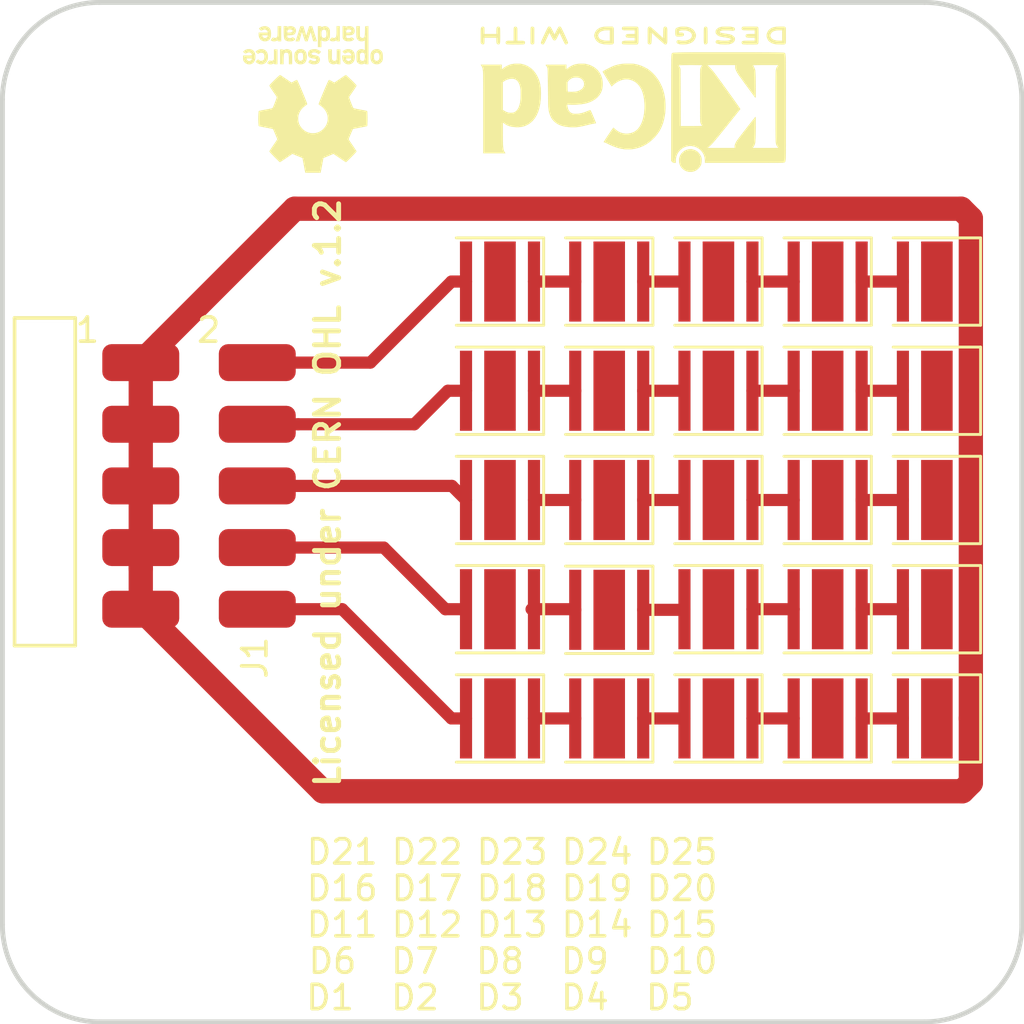
<source format=kicad_pcb>
(kicad_pcb (version 20171130) (host pcbnew 5.0.1-33cea8e~68~ubuntu16.04.1)

  (general
    (thickness 1.6)
    (drawings 9)
    (tracks 48)
    (zones 0)
    (modules 32)
    (nets 27)
  )

  (page A4)
  (layers
    (0 F.Cu signal)
    (31 B.Cu signal)
    (32 B.Adhes user)
    (33 F.Adhes user hide)
    (34 B.Paste user)
    (35 F.Paste user)
    (36 B.SilkS user)
    (37 F.SilkS user)
    (38 B.Mask user)
    (39 F.Mask user)
    (40 Dwgs.User user)
    (41 Cmts.User user)
    (42 Eco1.User user)
    (43 Eco2.User user)
    (44 Edge.Cuts user)
    (45 Margin user)
    (46 B.CrtYd user)
    (47 F.CrtYd user)
    (48 B.Fab user)
    (49 F.Fab user hide)
  )

  (setup
    (last_trace_width 0.5)
    (user_trace_width 0.5)
    (user_trace_width 1)
    (trace_clearance 0.2)
    (zone_clearance 0.508)
    (zone_45_only no)
    (trace_min 0.2)
    (segment_width 0.2)
    (edge_width 0.2)
    (via_size 0.6)
    (via_drill 0.4)
    (via_min_size 0.4)
    (via_min_drill 0.3)
    (uvia_size 0.3)
    (uvia_drill 0.1)
    (uvias_allowed no)
    (uvia_min_size 0.2)
    (uvia_min_drill 0.1)
    (pcb_text_width 0.3)
    (pcb_text_size 1.5 1.5)
    (mod_edge_width 0.15)
    (mod_text_size 1 1)
    (mod_text_width 0.15)
    (pad_size 1.524 1.524)
    (pad_drill 0.762)
    (pad_to_mask_clearance 0.2)
    (solder_mask_min_width 0.25)
    (aux_axis_origin 0 0)
    (visible_elements FFFFFF7F)
    (pcbplotparams
      (layerselection 0x00030_80000001)
      (usegerberextensions false)
      (usegerberattributes false)
      (usegerberadvancedattributes false)
      (creategerberjobfile false)
      (excludeedgelayer true)
      (linewidth 0.100000)
      (plotframeref false)
      (viasonmask false)
      (mode 1)
      (useauxorigin false)
      (hpglpennumber 1)
      (hpglpenspeed 20)
      (hpglpendiameter 15.000000)
      (psnegative false)
      (psa4output false)
      (plotreference true)
      (plotvalue true)
      (plotinvisibletext false)
      (padsonsilk false)
      (subtractmaskfromsilk false)
      (outputformat 1)
      (mirror false)
      (drillshape 1)
      (scaleselection 1)
      (outputdirectory ""))
  )

  (net 0 "")
  (net 1 "Net-(D1-Pad2)")
  (net 2 "Net-(D1-Pad1)")
  (net 3 "Net-(D2-Pad1)")
  (net 4 "Net-(D3-Pad1)")
  (net 5 GND)
  (net 6 "Net-(D6-Pad1)")
  (net 7 "Net-(D7-Pad1)")
  (net 8 "Net-(D10-Pad2)")
  (net 9 "Net-(D11-Pad1)")
  (net 10 "Net-(D13-Pad1)")
  (net 11 "Net-(D14-Pad1)")
  (net 12 "Net-(D17-Pad1)")
  (net 13 "Net-(D18-Pad1)")
  (net 14 "Net-(D19-Pad1)")
  (net 15 "Net-(D4-Pad1)")
  (net 16 "Net-(D6-Pad2)")
  (net 17 "Net-(D8-Pad1)")
  (net 18 "Net-(D11-Pad2)")
  (net 19 "Net-(D12-Pad1)")
  (net 20 "Net-(D16-Pad2)")
  (net 21 "Net-(D16-Pad1)")
  (net 22 "Net-(D21-Pad2)")
  (net 23 "Net-(D21-Pad1)")
  (net 24 "Net-(D22-Pad1)")
  (net 25 "Net-(D23-Pad1)")
  (net 26 "Net-(D24-Pad1)")

  (net_class Default "This is the default net class."
    (clearance 0.2)
    (trace_width 0.25)
    (via_dia 0.6)
    (via_drill 0.4)
    (uvia_dia 0.3)
    (uvia_drill 0.1)
    (add_net GND)
    (add_net "Net-(D1-Pad1)")
    (add_net "Net-(D1-Pad2)")
    (add_net "Net-(D10-Pad2)")
    (add_net "Net-(D11-Pad1)")
    (add_net "Net-(D11-Pad2)")
    (add_net "Net-(D12-Pad1)")
    (add_net "Net-(D13-Pad1)")
    (add_net "Net-(D14-Pad1)")
    (add_net "Net-(D16-Pad1)")
    (add_net "Net-(D16-Pad2)")
    (add_net "Net-(D17-Pad1)")
    (add_net "Net-(D18-Pad1)")
    (add_net "Net-(D19-Pad1)")
    (add_net "Net-(D2-Pad1)")
    (add_net "Net-(D21-Pad1)")
    (add_net "Net-(D21-Pad2)")
    (add_net "Net-(D22-Pad1)")
    (add_net "Net-(D23-Pad1)")
    (add_net "Net-(D24-Pad1)")
    (add_net "Net-(D3-Pad1)")
    (add_net "Net-(D4-Pad1)")
    (add_net "Net-(D6-Pad1)")
    (add_net "Net-(D6-Pad2)")
    (add_net "Net-(D7-Pad1)")
    (add_net "Net-(D8-Pad1)")
  )

  (module led:MountingHole_3.2mm_M3_ISO7380 (layer F.Cu) (tedit 5BF31168) (tstamp 5BF31FCF)
    (at 66.8 62)
    (descr "Mounting Hole 3.2mm, no annular, M3, ISO7380")
    (tags "mounting hole 3.2mm no annular m3 iso7380")
    (attr virtual)
    (fp_text reference REF** (at 5.2 0) (layer F.SilkS) hide
      (effects (font (size 1 1) (thickness 0.15)))
    )
    (fp_text value MountingHole_3.2mm_M3_ISO7380 (at 0 3.85) (layer F.Fab)
      (effects (font (size 1 1) (thickness 0.15)))
    )
    (fp_circle (center 0 0) (end 3.1 0) (layer F.CrtYd) (width 0.05))
    (fp_circle (center 0 0) (end 2.85 0) (layer Cmts.User) (width 0.15))
    (fp_text user %R (at 0.3 0) (layer F.Fab)
      (effects (font (size 1 1) (thickness 0.15)))
    )
    (pad 1 np_thru_hole circle (at 0 0) (size 3.2 3.2) (drill 3.2) (layers *.Cu *.Mask))
  )

  (module led:MountingHole_3.2mm_M3_ISO7380 (layer F.Cu) (tedit 5BF31160) (tstamp 5BF4C677)
    (at 101 62)
    (descr "Mounting Hole 3.2mm, no annular, M3, ISO7380")
    (tags "mounting hole 3.2mm no annular m3 iso7380")
    (attr virtual)
    (fp_text reference REF** (at 0 -3.85) (layer F.SilkS) hide
      (effects (font (size 1 1) (thickness 0.15)))
    )
    (fp_text value MountingHole_3.2mm_M3_ISO7380 (at 0 3.85) (layer F.Fab)
      (effects (font (size 1 1) (thickness 0.15)))
    )
    (fp_circle (center 0 0) (end 3.1 0) (layer F.CrtYd) (width 0.05))
    (fp_circle (center 0 0) (end 2.85 0) (layer Cmts.User) (width 0.15))
    (fp_text user %R (at 0.3 0) (layer F.Fab)
      (effects (font (size 1 1) (thickness 0.15)))
    )
    (pad 1 np_thru_hole circle (at 0 0) (size 3.2 3.2) (drill 3.2) (layers *.Cu *.Mask))
  )

  (module led:MountingHole_3.2mm_M3_ISO7380 (layer F.Cu) (tedit 5BF3116C) (tstamp 5BF31FA5)
    (at 67 96)
    (descr "Mounting Hole 3.2mm, no annular, M3, ISO7380")
    (tags "mounting hole 3.2mm no annular m3 iso7380")
    (attr virtual)
    (fp_text reference REF** (at 0 -3.85) (layer F.SilkS) hide
      (effects (font (size 1 1) (thickness 0.15)))
    )
    (fp_text value MountingHole_3.2mm_M3_ISO7380 (at 0 3.85) (layer F.Fab)
      (effects (font (size 1 1) (thickness 0.15)))
    )
    (fp_circle (center 0 0) (end 3.1 0) (layer F.CrtYd) (width 0.05))
    (fp_circle (center 0 0) (end 2.85 0) (layer Cmts.User) (width 0.15))
    (fp_text user %R (at 0.3 0) (layer F.Fab)
      (effects (font (size 1 1) (thickness 0.15)))
    )
    (pad 1 np_thru_hole circle (at 0 0) (size 3.2 3.2) (drill 3.2) (layers *.Cu *.Mask))
  )

  (module led:MountingHole_3.2mm_M3_ISO7380 (layer F.Cu) (tedit 5BF3116F) (tstamp 5BF31F90)
    (at 101 96)
    (descr "Mounting Hole 3.2mm, no annular, M3, ISO7380")
    (tags "mounting hole 3.2mm no annular m3 iso7380")
    (attr virtual)
    (fp_text reference REF** (at 0 -3.85) (layer F.SilkS) hide
      (effects (font (size 1 1) (thickness 0.15)))
    )
    (fp_text value MountingHole_3.2mm_M3_ISO7380 (at 0 3.85) (layer F.Fab)
      (effects (font (size 1 1) (thickness 0.15)))
    )
    (fp_circle (center 0 0) (end 3.1 0) (layer F.CrtYd) (width 0.05))
    (fp_circle (center 0 0) (end 2.85 0) (layer Cmts.User) (width 0.15))
    (fp_text user %R (at 0.3 0) (layer F.Fab)
      (effects (font (size 1 1) (thickness 0.15)))
    )
    (pad 1 np_thru_hole circle (at 0 0) (size 3.2 3.2) (drill 3.2) (layers *.Cu *.Mask))
  )

  (module symbol:KiCad-Logo2_6mm_SilkScreen (layer F.Cu) (tedit 0) (tstamp 5BF48F04)
    (at 89 62 180)
    (descr "KiCad Logo")
    (tags "Logo KiCad")
    (attr virtual)
    (fp_text reference REF** (at 0 0 180) (layer F.SilkS) hide
      (effects (font (size 1 1) (thickness 0.15)))
    )
    (fp_text value KiCad-Logo2_6mm_SilkScreen (at 0.75 0 180) (layer F.Fab) hide
      (effects (font (size 1 1) (thickness 0.15)))
    )
    (fp_poly (pts (xy -2.273043 -2.973429) (xy -2.176768 -2.949191) (xy -2.090184 -2.906359) (xy -2.015373 -2.846581)
      (xy -1.954418 -2.771506) (xy -1.909399 -2.68278) (xy -1.883136 -2.58647) (xy -1.877286 -2.489205)
      (xy -1.89214 -2.395346) (xy -1.92584 -2.307489) (xy -1.976528 -2.22823) (xy -2.042345 -2.160164)
      (xy -2.121434 -2.105888) (xy -2.211934 -2.067998) (xy -2.2632 -2.055574) (xy -2.307698 -2.048053)
      (xy -2.341999 -2.045081) (xy -2.37496 -2.046906) (xy -2.415434 -2.053775) (xy -2.448531 -2.06075)
      (xy -2.541947 -2.092259) (xy -2.625619 -2.143383) (xy -2.697665 -2.212571) (xy -2.7562 -2.298272)
      (xy -2.770148 -2.325511) (xy -2.786586 -2.361878) (xy -2.796894 -2.392418) (xy -2.80246 -2.42455)
      (xy -2.804669 -2.465693) (xy -2.804948 -2.511778) (xy -2.800861 -2.596135) (xy -2.787446 -2.665414)
      (xy -2.762256 -2.726039) (xy -2.722846 -2.784433) (xy -2.684298 -2.828698) (xy -2.612406 -2.894516)
      (xy -2.537313 -2.939947) (xy -2.454562 -2.96715) (xy -2.376928 -2.977424) (xy -2.273043 -2.973429)) (layer F.SilkS) (width 0.01))
    (fp_poly (pts (xy 6.186507 -0.527755) (xy 6.186526 -0.293338) (xy 6.186552 -0.080397) (xy 6.186625 0.112168)
      (xy 6.186782 0.285459) (xy 6.187064 0.440576) (xy 6.187509 0.57862) (xy 6.188156 0.700692)
      (xy 6.189045 0.807894) (xy 6.190213 0.901326) (xy 6.191701 0.98209) (xy 6.193546 1.051286)
      (xy 6.195789 1.110015) (xy 6.198469 1.159379) (xy 6.201623 1.200478) (xy 6.205292 1.234413)
      (xy 6.209513 1.262286) (xy 6.214327 1.285198) (xy 6.219773 1.304249) (xy 6.225888 1.32054)
      (xy 6.232712 1.335173) (xy 6.240285 1.349249) (xy 6.248645 1.363868) (xy 6.253839 1.372974)
      (xy 6.288104 1.433689) (xy 5.429955 1.433689) (xy 5.429955 1.337733) (xy 5.429224 1.29437)
      (xy 5.427272 1.261205) (xy 5.424463 1.243424) (xy 5.423221 1.241778) (xy 5.411799 1.248662)
      (xy 5.389084 1.266505) (xy 5.366385 1.285879) (xy 5.3118 1.326614) (xy 5.242321 1.367617)
      (xy 5.16527 1.405123) (xy 5.087965 1.435364) (xy 5.057113 1.445012) (xy 4.988616 1.459578)
      (xy 4.905764 1.469539) (xy 4.816371 1.474583) (xy 4.728248 1.474396) (xy 4.649207 1.468666)
      (xy 4.611511 1.462858) (xy 4.473414 1.424797) (xy 4.346113 1.367073) (xy 4.230292 1.290211)
      (xy 4.126637 1.194739) (xy 4.035833 1.081179) (xy 3.969031 0.970381) (xy 3.914164 0.853625)
      (xy 3.872163 0.734276) (xy 3.842167 0.608283) (xy 3.823311 0.471594) (xy 3.814732 0.320158)
      (xy 3.814006 0.242711) (xy 3.8161 0.185934) (xy 4.645217 0.185934) (xy 4.645424 0.279002)
      (xy 4.648337 0.366692) (xy 4.654 0.443772) (xy 4.662455 0.505009) (xy 4.665038 0.51735)
      (xy 4.69684 0.624633) (xy 4.738498 0.711658) (xy 4.790363 0.778642) (xy 4.852781 0.825805)
      (xy 4.9261 0.853365) (xy 5.010669 0.861541) (xy 5.106835 0.850551) (xy 5.170311 0.834829)
      (xy 5.219454 0.816639) (xy 5.273583 0.790791) (xy 5.314244 0.767089) (xy 5.3848 0.720721)
      (xy 5.3848 -0.42947) (xy 5.317392 -0.473038) (xy 5.238867 -0.51396) (xy 5.154681 -0.540611)
      (xy 5.069557 -0.552535) (xy 4.988216 -0.549278) (xy 4.91538 -0.530385) (xy 4.883426 -0.514816)
      (xy 4.825501 -0.471819) (xy 4.776544 -0.415047) (xy 4.73539 -0.342425) (xy 4.700874 -0.251879)
      (xy 4.671833 -0.141334) (xy 4.670552 -0.135467) (xy 4.660381 -0.073212) (xy 4.652739 0.004594)
      (xy 4.64767 0.09272) (xy 4.645217 0.185934) (xy 3.8161 0.185934) (xy 3.821857 0.029895)
      (xy 3.843802 -0.165941) (xy 3.879786 -0.344668) (xy 3.929759 -0.506155) (xy 3.993668 -0.650274)
      (xy 4.071462 -0.776894) (xy 4.163089 -0.885885) (xy 4.268497 -0.977117) (xy 4.313662 -1.008068)
      (xy 4.414611 -1.064215) (xy 4.517901 -1.103826) (xy 4.627989 -1.127986) (xy 4.74933 -1.137781)
      (xy 4.841836 -1.136735) (xy 4.97149 -1.125769) (xy 5.084084 -1.103954) (xy 5.182875 -1.070286)
      (xy 5.271121 -1.023764) (xy 5.319986 -0.989552) (xy 5.349353 -0.967638) (xy 5.371043 -0.952667)
      (xy 5.379253 -0.948267) (xy 5.380868 -0.959096) (xy 5.382159 -0.989749) (xy 5.383138 -1.037474)
      (xy 5.383817 -1.099521) (xy 5.38421 -1.173138) (xy 5.38433 -1.255573) (xy 5.384188 -1.344075)
      (xy 5.383797 -1.435893) (xy 5.383171 -1.528276) (xy 5.38232 -1.618472) (xy 5.38126 -1.703729)
      (xy 5.380001 -1.781297) (xy 5.378556 -1.848424) (xy 5.376938 -1.902359) (xy 5.375161 -1.94035)
      (xy 5.374669 -1.947333) (xy 5.367092 -2.017749) (xy 5.355531 -2.072898) (xy 5.337792 -2.120019)
      (xy 5.311682 -2.166353) (xy 5.305415 -2.175933) (xy 5.280983 -2.212622) (xy 6.186311 -2.212622)
      (xy 6.186507 -0.527755)) (layer F.SilkS) (width 0.01))
    (fp_poly (pts (xy 2.673574 -1.133448) (xy 2.825492 -1.113433) (xy 2.960756 -1.079798) (xy 3.080239 -1.032275)
      (xy 3.184815 -0.970595) (xy 3.262424 -0.907035) (xy 3.331265 -0.832901) (xy 3.385006 -0.753129)
      (xy 3.42791 -0.660909) (xy 3.443384 -0.617839) (xy 3.456244 -0.578858) (xy 3.467446 -0.542711)
      (xy 3.47712 -0.507566) (xy 3.485396 -0.47159) (xy 3.492403 -0.43295) (xy 3.498272 -0.389815)
      (xy 3.503131 -0.340351) (xy 3.50711 -0.282727) (xy 3.51034 -0.215109) (xy 3.512949 -0.135666)
      (xy 3.515067 -0.042564) (xy 3.516824 0.066027) (xy 3.518349 0.191942) (xy 3.519772 0.337012)
      (xy 3.521025 0.479778) (xy 3.522351 0.635968) (xy 3.523556 0.771239) (xy 3.524766 0.887246)
      (xy 3.526106 0.985645) (xy 3.5277 1.068093) (xy 3.529675 1.136246) (xy 3.532156 1.19176)
      (xy 3.535269 1.236292) (xy 3.539138 1.271498) (xy 3.543889 1.299034) (xy 3.549648 1.320556)
      (xy 3.556539 1.337722) (xy 3.564689 1.352186) (xy 3.574223 1.365606) (xy 3.585266 1.379638)
      (xy 3.589566 1.385071) (xy 3.605386 1.40791) (xy 3.612422 1.423463) (xy 3.612444 1.423922)
      (xy 3.601567 1.426121) (xy 3.570582 1.428147) (xy 3.521957 1.429942) (xy 3.458163 1.431451)
      (xy 3.381669 1.432616) (xy 3.294944 1.43338) (xy 3.200457 1.433686) (xy 3.18955 1.433689)
      (xy 2.766657 1.433689) (xy 2.763395 1.337622) (xy 2.760133 1.241556) (xy 2.698044 1.292543)
      (xy 2.600714 1.360057) (xy 2.490813 1.414749) (xy 2.404349 1.444978) (xy 2.335278 1.459666)
      (xy 2.251925 1.469659) (xy 2.162159 1.474646) (xy 2.073845 1.474313) (xy 1.994851 1.468351)
      (xy 1.958622 1.462638) (xy 1.818603 1.424776) (xy 1.692178 1.369932) (xy 1.58026 1.298924)
      (xy 1.483762 1.212568) (xy 1.4036 1.111679) (xy 1.340687 0.997076) (xy 1.296312 0.870984)
      (xy 1.283978 0.814401) (xy 1.276368 0.752202) (xy 1.272739 0.677363) (xy 1.272245 0.643467)
      (xy 1.27231 0.640282) (xy 2.032248 0.640282) (xy 2.041541 0.715333) (xy 2.069728 0.77916)
      (xy 2.118197 0.834798) (xy 2.123254 0.839211) (xy 2.171548 0.874037) (xy 2.223257 0.89662)
      (xy 2.283989 0.90854) (xy 2.359352 0.911383) (xy 2.377459 0.910978) (xy 2.431278 0.908325)
      (xy 2.471308 0.902909) (xy 2.506324 0.892745) (xy 2.545103 0.87585) (xy 2.555745 0.870672)
      (xy 2.616396 0.834844) (xy 2.663215 0.792212) (xy 2.675952 0.776973) (xy 2.720622 0.720462)
      (xy 2.720622 0.524586) (xy 2.720086 0.445939) (xy 2.718396 0.387988) (xy 2.715428 0.348875)
      (xy 2.711057 0.326741) (xy 2.706972 0.320274) (xy 2.691047 0.317111) (xy 2.657264 0.314488)
      (xy 2.61034 0.312655) (xy 2.554993 0.311857) (xy 2.546106 0.311842) (xy 2.42533 0.317096)
      (xy 2.32266 0.333263) (xy 2.236106 0.360961) (xy 2.163681 0.400808) (xy 2.108751 0.447758)
      (xy 2.064204 0.505645) (xy 2.03948 0.568693) (xy 2.032248 0.640282) (xy 1.27231 0.640282)
      (xy 1.274178 0.549712) (xy 1.282522 0.470812) (xy 1.298768 0.39959) (xy 1.324405 0.328864)
      (xy 1.348401 0.276493) (xy 1.40702 0.181196) (xy 1.485117 0.09317) (xy 1.580315 0.014017)
      (xy 1.690238 -0.05466) (xy 1.81251 -0.111259) (xy 1.944755 -0.154179) (xy 2.009422 -0.169118)
      (xy 2.145604 -0.191223) (xy 2.294049 -0.205806) (xy 2.445505 -0.212187) (xy 2.572064 -0.210555)
      (xy 2.73395 -0.203776) (xy 2.72653 -0.262755) (xy 2.707238 -0.361908) (xy 2.676104 -0.442628)
      (xy 2.632269 -0.505534) (xy 2.574871 -0.551244) (xy 2.503048 -0.580378) (xy 2.415941 -0.593553)
      (xy 2.312686 -0.591389) (xy 2.274711 -0.587388) (xy 2.13352 -0.56222) (xy 1.996707 -0.521186)
      (xy 1.902178 -0.483185) (xy 1.857018 -0.46381) (xy 1.818585 -0.44824) (xy 1.792234 -0.438595)
      (xy 1.784546 -0.436548) (xy 1.774802 -0.445626) (xy 1.758083 -0.474595) (xy 1.734232 -0.523783)
      (xy 1.703093 -0.593516) (xy 1.664507 -0.684121) (xy 1.65791 -0.699911) (xy 1.627853 -0.772228)
      (xy 1.600874 -0.837575) (xy 1.578136 -0.893094) (xy 1.560806 -0.935928) (xy 1.550048 -0.963219)
      (xy 1.546941 -0.972058) (xy 1.55694 -0.976813) (xy 1.583217 -0.98209) (xy 1.611489 -0.985769)
      (xy 1.641646 -0.990526) (xy 1.689433 -0.999972) (xy 1.750612 -1.01318) (xy 1.820946 -1.029224)
      (xy 1.896194 -1.04718) (xy 1.924755 -1.054203) (xy 2.029816 -1.079791) (xy 2.11748 -1.099853)
      (xy 2.192068 -1.115031) (xy 2.257903 -1.125965) (xy 2.319307 -1.133296) (xy 2.380602 -1.137665)
      (xy 2.44611 -1.139713) (xy 2.504128 -1.140111) (xy 2.673574 -1.133448)) (layer F.SilkS) (width 0.01))
    (fp_poly (pts (xy 0.328429 -2.050929) (xy 0.48857 -2.029755) (xy 0.65251 -1.989615) (xy 0.822313 -1.930111)
      (xy 1.000043 -1.850846) (xy 1.01131 -1.845301) (xy 1.069005 -1.817275) (xy 1.120552 -1.793198)
      (xy 1.162191 -1.774751) (xy 1.190162 -1.763614) (xy 1.199733 -1.761067) (xy 1.21895 -1.756059)
      (xy 1.223561 -1.751853) (xy 1.218458 -1.74142) (xy 1.202418 -1.715132) (xy 1.177288 -1.675743)
      (xy 1.144914 -1.626009) (xy 1.107143 -1.568685) (xy 1.065822 -1.506524) (xy 1.022798 -1.442282)
      (xy 0.979917 -1.378715) (xy 0.939026 -1.318575) (xy 0.901971 -1.26462) (xy 0.8706 -1.219603)
      (xy 0.846759 -1.186279) (xy 0.832294 -1.167403) (xy 0.830309 -1.165213) (xy 0.820191 -1.169862)
      (xy 0.79785 -1.187038) (xy 0.76728 -1.21356) (xy 0.751536 -1.228036) (xy 0.655047 -1.303318)
      (xy 0.548336 -1.358759) (xy 0.432832 -1.393859) (xy 0.309962 -1.40812) (xy 0.240561 -1.406949)
      (xy 0.119423 -1.389788) (xy 0.010205 -1.353906) (xy -0.087418 -1.299041) (xy -0.173772 -1.22493)
      (xy -0.249185 -1.131312) (xy -0.313982 -1.017924) (xy -0.351399 -0.931333) (xy -0.395252 -0.795634)
      (xy -0.427572 -0.64815) (xy -0.448443 -0.492686) (xy -0.457949 -0.333044) (xy -0.456173 -0.173027)
      (xy -0.443197 -0.016439) (xy -0.419106 0.132918) (xy -0.383982 0.27124) (xy -0.337908 0.394724)
      (xy -0.321627 0.428978) (xy -0.25338 0.543064) (xy -0.172921 0.639557) (xy -0.08143 0.71767)
      (xy 0.019911 0.776617) (xy 0.12992 0.815612) (xy 0.247415 0.833868) (xy 0.288883 0.835211)
      (xy 0.410441 0.82429) (xy 0.530878 0.791474) (xy 0.648666 0.737439) (xy 0.762277 0.662865)
      (xy 0.853685 0.584539) (xy 0.900215 0.540008) (xy 1.081483 0.837271) (xy 1.12658 0.911433)
      (xy 1.167819 0.979646) (xy 1.203735 1.039459) (xy 1.232866 1.08842) (xy 1.25375 1.124079)
      (xy 1.264924 1.143984) (xy 1.266375 1.147079) (xy 1.258146 1.156718) (xy 1.232567 1.173999)
      (xy 1.192873 1.197283) (xy 1.142297 1.224934) (xy 1.084074 1.255315) (xy 1.021437 1.28679)
      (xy 0.957621 1.317722) (xy 0.89586 1.346473) (xy 0.839388 1.371408) (xy 0.791438 1.390889)
      (xy 0.767986 1.399318) (xy 0.634221 1.437133) (xy 0.496327 1.462136) (xy 0.348622 1.47514)
      (xy 0.221833 1.477468) (xy 0.153878 1.476373) (xy 0.088277 1.474275) (xy 0.030847 1.471434)
      (xy -0.012597 1.468106) (xy -0.026702 1.466422) (xy -0.165716 1.437587) (xy -0.307243 1.392468)
      (xy -0.444725 1.33375) (xy -0.571606 1.26412) (xy -0.649111 1.211441) (xy -0.776519 1.103239)
      (xy -0.894822 0.976671) (xy -1.001828 0.834866) (xy -1.095348 0.680951) (xy -1.17319 0.518053)
      (xy -1.217044 0.400756) (xy -1.267292 0.217128) (xy -1.300791 0.022581) (xy -1.317551 -0.178675)
      (xy -1.317584 -0.382432) (xy -1.300899 -0.584479) (xy -1.267507 -0.780608) (xy -1.21742 -0.966609)
      (xy -1.213603 -0.978197) (xy -1.150719 -1.14025) (xy -1.073972 -1.288168) (xy -0.980758 -1.426135)
      (xy -0.868473 -1.558339) (xy -0.824608 -1.603601) (xy -0.688466 -1.727543) (xy -0.548509 -1.830085)
      (xy -0.402589 -1.912344) (xy -0.248558 -1.975436) (xy -0.084268 -2.020477) (xy 0.011289 -2.037967)
      (xy 0.170023 -2.053534) (xy 0.328429 -2.050929)) (layer F.SilkS) (width 0.01))
    (fp_poly (pts (xy -2.9464 -2.510946) (xy -2.935535 -2.397007) (xy -2.903918 -2.289384) (xy -2.853015 -2.190385)
      (xy -2.784293 -2.102316) (xy -2.699219 -2.027484) (xy -2.602232 -1.969616) (xy -2.495964 -1.929995)
      (xy -2.38895 -1.911427) (xy -2.2833 -1.912566) (xy -2.181125 -1.93207) (xy -2.084534 -1.968594)
      (xy -1.995638 -2.020795) (xy -1.916546 -2.087327) (xy -1.849369 -2.166848) (xy -1.796217 -2.258013)
      (xy -1.759199 -2.359477) (xy -1.740427 -2.469898) (xy -1.738489 -2.519794) (xy -1.738489 -2.607733)
      (xy -1.68656 -2.607733) (xy -1.650253 -2.604889) (xy -1.623355 -2.593089) (xy -1.596249 -2.569351)
      (xy -1.557867 -2.530969) (xy -1.557867 -0.339398) (xy -1.557876 -0.077261) (xy -1.557908 0.163241)
      (xy -1.557972 0.383048) (xy -1.558076 0.583101) (xy -1.558227 0.764344) (xy -1.558434 0.927716)
      (xy -1.558706 1.07416) (xy -1.55905 1.204617) (xy -1.559474 1.320029) (xy -1.559987 1.421338)
      (xy -1.560597 1.509484) (xy -1.561312 1.58541) (xy -1.56214 1.650057) (xy -1.563089 1.704367)
      (xy -1.564167 1.74928) (xy -1.565383 1.78574) (xy -1.566745 1.814687) (xy -1.568261 1.837063)
      (xy -1.569938 1.853809) (xy -1.571786 1.865868) (xy -1.573813 1.87418) (xy -1.576025 1.879687)
      (xy -1.577108 1.881537) (xy -1.581271 1.888549) (xy -1.584805 1.894996) (xy -1.588635 1.9009)
      (xy -1.593682 1.906286) (xy -1.600871 1.911178) (xy -1.611123 1.915598) (xy -1.625364 1.919572)
      (xy -1.644514 1.923121) (xy -1.669499 1.92627) (xy -1.70124 1.929042) (xy -1.740662 1.931461)
      (xy -1.788686 1.933551) (xy -1.846237 1.935335) (xy -1.914237 1.936837) (xy -1.99361 1.93808)
      (xy -2.085279 1.939089) (xy -2.190166 1.939885) (xy -2.309196 1.940494) (xy -2.44329 1.940939)
      (xy -2.593373 1.941243) (xy -2.760367 1.94143) (xy -2.945196 1.941524) (xy -3.148783 1.941548)
      (xy -3.37205 1.941525) (xy -3.615922 1.94148) (xy -3.881321 1.941437) (xy -3.919704 1.941432)
      (xy -4.186682 1.941389) (xy -4.432002 1.941318) (xy -4.656583 1.941213) (xy -4.861345 1.941066)
      (xy -5.047206 1.940869) (xy -5.215088 1.940616) (xy -5.365908 1.9403) (xy -5.500587 1.939913)
      (xy -5.620044 1.939447) (xy -5.725199 1.938897) (xy -5.816971 1.938253) (xy -5.896279 1.937511)
      (xy -5.964043 1.936661) (xy -6.021182 1.935697) (xy -6.068617 1.934611) (xy -6.107266 1.933397)
      (xy -6.138049 1.932047) (xy -6.161885 1.930555) (xy -6.179694 1.928911) (xy -6.192395 1.927111)
      (xy -6.200908 1.925145) (xy -6.205266 1.923477) (xy -6.213728 1.919906) (xy -6.221497 1.91727)
      (xy -6.228602 1.914634) (xy -6.235073 1.911062) (xy -6.240939 1.905621) (xy -6.246229 1.897375)
      (xy -6.250974 1.88539) (xy -6.255202 1.868731) (xy -6.258943 1.846463) (xy -6.262227 1.817652)
      (xy -6.265083 1.781363) (xy -6.26754 1.736661) (xy -6.269629 1.682611) (xy -6.271378 1.618279)
      (xy -6.272817 1.54273) (xy -6.273976 1.45503) (xy -6.274883 1.354243) (xy -6.275569 1.239434)
      (xy -6.276063 1.10967) (xy -6.276395 0.964015) (xy -6.276593 0.801535) (xy -6.276687 0.621295)
      (xy -6.276708 0.42236) (xy -6.276685 0.203796) (xy -6.276646 -0.035332) (xy -6.276622 -0.29596)
      (xy -6.276622 -0.338111) (xy -6.276636 -0.601008) (xy -6.276661 -0.842268) (xy -6.276671 -1.062835)
      (xy -6.276642 -1.263648) (xy -6.276548 -1.445651) (xy -6.276362 -1.609784) (xy -6.276059 -1.756989)
      (xy -6.275614 -1.888208) (xy -6.275034 -1.998133) (xy -5.972197 -1.998133) (xy -5.932407 -1.940289)
      (xy -5.921236 -1.924521) (xy -5.911166 -1.910559) (xy -5.902138 -1.897216) (xy -5.894097 -1.883307)
      (xy -5.886986 -1.867644) (xy -5.880747 -1.849042) (xy -5.875325 -1.826314) (xy -5.870662 -1.798273)
      (xy -5.866701 -1.763733) (xy -5.863385 -1.721508) (xy -5.860659 -1.670411) (xy -5.858464 -1.609256)
      (xy -5.856745 -1.536856) (xy -5.855444 -1.452025) (xy -5.854505 -1.353578) (xy -5.85387 -1.240326)
      (xy -5.853484 -1.111084) (xy -5.853288 -0.964666) (xy -5.853227 -0.799884) (xy -5.853243 -0.615553)
      (xy -5.85328 -0.410487) (xy -5.853289 -0.287867) (xy -5.853265 -0.070918) (xy -5.853231 0.124642)
      (xy -5.853243 0.299999) (xy -5.853358 0.456341) (xy -5.85363 0.594857) (xy -5.854118 0.716734)
      (xy -5.854876 0.82316) (xy -5.855962 0.915322) (xy -5.857431 0.994409) (xy -5.85934 1.061608)
      (xy -5.861744 1.118107) (xy -5.864701 1.165093) (xy -5.868266 1.203755) (xy -5.872495 1.23528)
      (xy -5.877446 1.260855) (xy -5.883173 1.28167) (xy -5.889733 1.298911) (xy -5.897183 1.313765)
      (xy -5.905579 1.327422) (xy -5.914976 1.341069) (xy -5.925432 1.355893) (xy -5.931523 1.364783)
      (xy -5.970296 1.4224) (xy -5.438732 1.4224) (xy -5.315483 1.422365) (xy -5.212987 1.422215)
      (xy -5.12942 1.421878) (xy -5.062956 1.421286) (xy -5.011771 1.420367) (xy -4.974041 1.419051)
      (xy -4.94794 1.417269) (xy -4.931644 1.414951) (xy -4.923328 1.412026) (xy -4.921168 1.408424)
      (xy -4.923339 1.404075) (xy -4.924535 1.402645) (xy -4.949685 1.365573) (xy -4.975583 1.312772)
      (xy -4.999192 1.25077) (xy -5.007461 1.224357) (xy -5.012078 1.206416) (xy -5.015979 1.185355)
      (xy -5.019248 1.159089) (xy -5.021966 1.125532) (xy -5.024215 1.082599) (xy -5.026077 1.028204)
      (xy -5.027636 0.960262) (xy -5.028972 0.876688) (xy -5.030169 0.775395) (xy -5.031308 0.6543)
      (xy -5.031685 0.6096) (xy -5.032702 0.484449) (xy -5.03346 0.380082) (xy -5.033903 0.294707)
      (xy -5.03397 0.226533) (xy -5.033605 0.173765) (xy -5.032748 0.134614) (xy -5.031341 0.107285)
      (xy -5.029325 0.089986) (xy -5.026643 0.080926) (xy -5.023236 0.078312) (xy -5.019044 0.080351)
      (xy -5.014571 0.084667) (xy -5.004216 0.097602) (xy -4.982158 0.126676) (xy -4.949957 0.169759)
      (xy -4.909174 0.224718) (xy -4.86137 0.289423) (xy -4.808105 0.361742) (xy -4.75094 0.439544)
      (xy -4.691437 0.520698) (xy -4.631155 0.603072) (xy -4.571655 0.684536) (xy -4.514498 0.762957)
      (xy -4.461245 0.836204) (xy -4.413457 0.902147) (xy -4.372693 0.958654) (xy -4.340516 1.003593)
      (xy -4.318485 1.034834) (xy -4.313917 1.041466) (xy -4.290996 1.078369) (xy -4.264188 1.126359)
      (xy -4.238789 1.175897) (xy -4.235568 1.182577) (xy -4.21389 1.230772) (xy -4.201304 1.268334)
      (xy -4.195574 1.30416) (xy -4.194456 1.3462) (xy -4.19509 1.4224) (xy -3.040651 1.4224)
      (xy -3.131815 1.328669) (xy -3.178612 1.278775) (xy -3.228899 1.222295) (xy -3.274944 1.168026)
      (xy -3.295369 1.142673) (xy -3.325807 1.103128) (xy -3.365862 1.049916) (xy -3.414361 0.984667)
      (xy -3.470135 0.909011) (xy -3.532011 0.824577) (xy -3.598819 0.732994) (xy -3.669387 0.635892)
      (xy -3.742545 0.534901) (xy -3.817121 0.43165) (xy -3.891944 0.327768) (xy -3.965843 0.224885)
      (xy -4.037646 0.124631) (xy -4.106184 0.028636) (xy -4.170284 -0.061473) (xy -4.228775 -0.144064)
      (xy -4.280486 -0.217508) (xy -4.324247 -0.280176) (xy -4.358885 -0.330439) (xy -4.38323 -0.366666)
      (xy -4.396111 -0.387229) (xy -4.397869 -0.391332) (xy -4.38991 -0.402658) (xy -4.369115 -0.429838)
      (xy -4.336847 -0.471171) (xy -4.29447 -0.524956) (xy -4.243347 -0.589494) (xy -4.184841 -0.663082)
      (xy -4.120314 -0.744022) (xy -4.051131 -0.830612) (xy -3.978653 -0.921152) (xy -3.904246 -1.01394)
      (xy -3.844517 -1.088298) (xy -2.833511 -1.088298) (xy -2.827602 -1.075341) (xy -2.813272 -1.053092)
      (xy -2.812225 -1.051609) (xy -2.793438 -1.021456) (xy -2.773791 -0.984625) (xy -2.769892 -0.976489)
      (xy -2.766356 -0.96806) (xy -2.76323 -0.957941) (xy -2.760486 -0.94474) (xy -2.758092 -0.927062)
      (xy -2.756019 -0.903516) (xy -2.754235 -0.872707) (xy -2.752712 -0.833243) (xy -2.751419 -0.783731)
      (xy -2.750326 -0.722777) (xy -2.749403 -0.648989) (xy -2.748619 -0.560972) (xy -2.747945 -0.457335)
      (xy -2.74735 -0.336684) (xy -2.746805 -0.197626) (xy -2.746279 -0.038768) (xy -2.745745 0.140089)
      (xy -2.745206 0.325207) (xy -2.744772 0.489145) (xy -2.744509 0.633303) (xy -2.744484 0.759079)
      (xy -2.744765 0.867871) (xy -2.745419 0.961077) (xy -2.746514 1.040097) (xy -2.748118 1.106328)
      (xy -2.750297 1.16117) (xy -2.753119 1.206021) (xy -2.756651 1.242278) (xy -2.760961 1.271341)
      (xy -2.766117 1.294609) (xy -2.772185 1.313479) (xy -2.779233 1.329351) (xy -2.787329 1.343622)
      (xy -2.79654 1.357691) (xy -2.80504 1.370158) (xy -2.822176 1.396452) (xy -2.832322 1.414037)
      (xy -2.833511 1.417257) (xy -2.822604 1.418334) (xy -2.791411 1.419335) (xy -2.742223 1.420235)
      (xy -2.677333 1.42101) (xy -2.59903 1.421637) (xy -2.509607 1.422091) (xy -2.411356 1.422349)
      (xy -2.342445 1.4224) (xy -2.237452 1.42218) (xy -2.14061 1.421548) (xy -2.054107 1.420549)
      (xy -1.980132 1.419227) (xy -1.920874 1.417626) (xy -1.87852 1.415791) (xy -1.85526 1.413765)
      (xy -1.851378 1.412493) (xy -1.859076 1.397591) (xy -1.867074 1.38956) (xy -1.880246 1.372434)
      (xy -1.897485 1.342183) (xy -1.909407 1.317622) (xy -1.936045 1.258711) (xy -1.93912 0.081845)
      (xy -1.942195 -1.095022) (xy -2.387853 -1.095022) (xy -2.48567 -1.094858) (xy -2.576064 -1.094389)
      (xy -2.65663 -1.093653) (xy -2.724962 -1.092684) (xy -2.778656 -1.09152) (xy -2.815305 -1.090197)
      (xy -2.832504 -1.088751) (xy -2.833511 -1.088298) (xy -3.844517 -1.088298) (xy -3.82927 -1.107278)
      (xy -3.75509 -1.199463) (xy -3.683069 -1.288796) (xy -3.614569 -1.373576) (xy -3.550955 -1.452102)
      (xy -3.493588 -1.522674) (xy -3.443833 -1.583591) (xy -3.403052 -1.633153) (xy -3.385888 -1.653822)
      (xy -3.299596 -1.754484) (xy -3.222997 -1.837741) (xy -3.154183 -1.905562) (xy -3.091248 -1.959911)
      (xy -3.081867 -1.967278) (xy -3.042356 -1.997883) (xy -4.174116 -1.998133) (xy -4.168827 -1.950156)
      (xy -4.17213 -1.892812) (xy -4.193661 -1.824537) (xy -4.233635 -1.744788) (xy -4.278943 -1.672505)
      (xy -4.295161 -1.64986) (xy -4.323214 -1.612304) (xy -4.36143 -1.561979) (xy -4.408137 -1.501027)
      (xy -4.461661 -1.431589) (xy -4.520331 -1.355806) (xy -4.582475 -1.27582) (xy -4.646421 -1.193772)
      (xy -4.710495 -1.111804) (xy -4.773027 -1.032057) (xy -4.832343 -0.956673) (xy -4.886771 -0.887793)
      (xy -4.934639 -0.827558) (xy -4.974275 -0.778111) (xy -5.004006 -0.741592) (xy -5.022161 -0.720142)
      (xy -5.02522 -0.716844) (xy -5.028079 -0.724851) (xy -5.030293 -0.755145) (xy -5.031857 -0.807444)
      (xy -5.032767 -0.881469) (xy -5.03302 -0.976937) (xy -5.032613 -1.093566) (xy -5.031704 -1.213555)
      (xy -5.030382 -1.345667) (xy -5.028857 -1.457406) (xy -5.026881 -1.550975) (xy -5.024206 -1.628581)
      (xy -5.020582 -1.692426) (xy -5.015761 -1.744717) (xy -5.009494 -1.787656) (xy -5.001532 -1.823449)
      (xy -4.991627 -1.8543) (xy -4.979531 -1.882414) (xy -4.964993 -1.909995) (xy -4.950311 -1.935034)
      (xy -4.912314 -1.998133) (xy -5.972197 -1.998133) (xy -6.275034 -1.998133) (xy -6.275001 -2.004383)
      (xy -6.274195 -2.106456) (xy -6.27317 -2.195367) (xy -6.2719 -2.272059) (xy -6.27036 -2.337473)
      (xy -6.268524 -2.392551) (xy -6.266367 -2.438235) (xy -6.263863 -2.475466) (xy -6.260987 -2.505187)
      (xy -6.257713 -2.528338) (xy -6.254015 -2.545861) (xy -6.249869 -2.558699) (xy -6.245247 -2.567792)
      (xy -6.240126 -2.574082) (xy -6.234478 -2.578512) (xy -6.228279 -2.582022) (xy -6.221504 -2.585555)
      (xy -6.215508 -2.589124) (xy -6.210275 -2.5917) (xy -6.202099 -2.594028) (xy -6.189886 -2.596122)
      (xy -6.172541 -2.597993) (xy -6.148969 -2.599653) (xy -6.118077 -2.601116) (xy -6.078768 -2.602392)
      (xy -6.02995 -2.603496) (xy -5.970527 -2.604439) (xy -5.899404 -2.605233) (xy -5.815488 -2.605891)
      (xy -5.717683 -2.606425) (xy -5.604894 -2.606847) (xy -5.476029 -2.607171) (xy -5.329991 -2.607408)
      (xy -5.165686 -2.60757) (xy -4.98202 -2.60767) (xy -4.777897 -2.60772) (xy -4.566753 -2.607733)
      (xy -2.9464 -2.607733) (xy -2.9464 -2.510946)) (layer F.SilkS) (width 0.01))
    (fp_poly (pts (xy 6.228823 2.274533) (xy 6.260202 2.296776) (xy 6.287911 2.324485) (xy 6.287911 2.63392)
      (xy 6.287838 2.725799) (xy 6.287495 2.79784) (xy 6.286692 2.85278) (xy 6.285241 2.89336)
      (xy 6.282952 2.922317) (xy 6.279636 2.942391) (xy 6.275105 2.956321) (xy 6.269169 2.966845)
      (xy 6.264514 2.9731) (xy 6.233783 2.997673) (xy 6.198496 3.000341) (xy 6.166245 2.985271)
      (xy 6.155588 2.976374) (xy 6.148464 2.964557) (xy 6.144167 2.945526) (xy 6.141991 2.914992)
      (xy 6.141228 2.868662) (xy 6.141155 2.832871) (xy 6.141155 2.698045) (xy 5.644444 2.698045)
      (xy 5.644444 2.8207) (xy 5.643931 2.876787) (xy 5.641876 2.915333) (xy 5.637508 2.941361)
      (xy 5.630056 2.959897) (xy 5.621047 2.9731) (xy 5.590144 2.997604) (xy 5.555196 3.000506)
      (xy 5.521738 2.983089) (xy 5.512604 2.973959) (xy 5.506152 2.961855) (xy 5.501897 2.943001)
      (xy 5.499352 2.91362) (xy 5.498029 2.869937) (xy 5.497443 2.808175) (xy 5.497375 2.794)
      (xy 5.496891 2.677631) (xy 5.496641 2.581727) (xy 5.496723 2.504177) (xy 5.497231 2.442869)
      (xy 5.498262 2.39569) (xy 5.499913 2.36053) (xy 5.502279 2.335276) (xy 5.505457 2.317817)
      (xy 5.509544 2.306041) (xy 5.514634 2.297835) (xy 5.520266 2.291645) (xy 5.552128 2.271844)
      (xy 5.585357 2.274533) (xy 5.616735 2.296776) (xy 5.629433 2.311126) (xy 5.637526 2.326978)
      (xy 5.642042 2.349554) (xy 5.644006 2.384078) (xy 5.644444 2.435776) (xy 5.644444 2.551289)
      (xy 6.141155 2.551289) (xy 6.141155 2.432756) (xy 6.141662 2.378148) (xy 6.143698 2.341275)
      (xy 6.148035 2.317307) (xy 6.155447 2.301415) (xy 6.163733 2.291645) (xy 6.195594 2.271844)
      (xy 6.228823 2.274533)) (layer F.SilkS) (width 0.01))
    (fp_poly (pts (xy 4.963065 2.269163) (xy 5.041772 2.269542) (xy 5.102863 2.270333) (xy 5.148817 2.27167)
      (xy 5.182114 2.273683) (xy 5.205236 2.276506) (xy 5.220662 2.280269) (xy 5.230871 2.285105)
      (xy 5.235813 2.288822) (xy 5.261457 2.321358) (xy 5.264559 2.355138) (xy 5.248711 2.385826)
      (xy 5.238348 2.398089) (xy 5.227196 2.40645) (xy 5.211035 2.411657) (xy 5.185642 2.414457)
      (xy 5.146798 2.415596) (xy 5.09028 2.415821) (xy 5.07918 2.415822) (xy 4.933244 2.415822)
      (xy 4.933244 2.686756) (xy 4.933148 2.772154) (xy 4.932711 2.837864) (xy 4.931712 2.886774)
      (xy 4.929928 2.921773) (xy 4.927137 2.945749) (xy 4.923117 2.961593) (xy 4.917645 2.972191)
      (xy 4.910666 2.980267) (xy 4.877734 3.000112) (xy 4.843354 2.998548) (xy 4.812176 2.975906)
      (xy 4.809886 2.9731) (xy 4.802429 2.962492) (xy 4.796747 2.950081) (xy 4.792601 2.93285)
      (xy 4.78975 2.907784) (xy 4.787954 2.871867) (xy 4.786972 2.822083) (xy 4.786564 2.755417)
      (xy 4.786489 2.679589) (xy 4.786489 2.415822) (xy 4.647127 2.415822) (xy 4.587322 2.415418)
      (xy 4.545918 2.41384) (xy 4.518748 2.410547) (xy 4.501646 2.404992) (xy 4.490443 2.396631)
      (xy 4.489083 2.395178) (xy 4.472725 2.361939) (xy 4.474172 2.324362) (xy 4.492978 2.291645)
      (xy 4.50025 2.285298) (xy 4.509627 2.280266) (xy 4.523609 2.276396) (xy 4.544696 2.273537)
      (xy 4.575389 2.271535) (xy 4.618189 2.270239) (xy 4.675595 2.269498) (xy 4.75011 2.269158)
      (xy 4.844233 2.269068) (xy 4.86426 2.269067) (xy 4.963065 2.269163)) (layer F.SilkS) (width 0.01))
    (fp_poly (pts (xy 4.188614 2.275877) (xy 4.212327 2.290647) (xy 4.238978 2.312227) (xy 4.238978 2.633773)
      (xy 4.238893 2.72783) (xy 4.238529 2.801932) (xy 4.237724 2.858704) (xy 4.236313 2.900768)
      (xy 4.234133 2.930748) (xy 4.231021 2.951267) (xy 4.226814 2.964949) (xy 4.221348 2.974416)
      (xy 4.217472 2.979082) (xy 4.186034 2.999575) (xy 4.150233 2.998739) (xy 4.118873 2.981264)
      (xy 4.092222 2.959684) (xy 4.092222 2.312227) (xy 4.118873 2.290647) (xy 4.144594 2.274949)
      (xy 4.1656 2.269067) (xy 4.188614 2.275877)) (layer F.SilkS) (width 0.01))
    (fp_poly (pts (xy 3.744665 2.271034) (xy 3.764255 2.278035) (xy 3.76501 2.278377) (xy 3.791613 2.298678)
      (xy 3.80627 2.319561) (xy 3.809138 2.329352) (xy 3.808996 2.342361) (xy 3.804961 2.360895)
      (xy 3.796146 2.387257) (xy 3.781669 2.423752) (xy 3.760645 2.472687) (xy 3.732188 2.536365)
      (xy 3.695415 2.617093) (xy 3.675175 2.661216) (xy 3.638625 2.739985) (xy 3.604315 2.812423)
      (xy 3.573552 2.87588) (xy 3.547648 2.927708) (xy 3.52791 2.965259) (xy 3.51565 2.985884)
      (xy 3.513224 2.988733) (xy 3.482183 3.001302) (xy 3.447121 2.999619) (xy 3.419 2.984332)
      (xy 3.417854 2.983089) (xy 3.406668 2.966154) (xy 3.387904 2.93317) (xy 3.363875 2.88838)
      (xy 3.336897 2.836032) (xy 3.327201 2.816742) (xy 3.254014 2.67015) (xy 3.17424 2.829393)
      (xy 3.145767 2.884415) (xy 3.11935 2.932132) (xy 3.097148 2.968893) (xy 3.081319 2.991044)
      (xy 3.075954 2.995741) (xy 3.034257 3.002102) (xy 2.999849 2.988733) (xy 2.989728 2.974446)
      (xy 2.972214 2.942692) (xy 2.948735 2.896597) (xy 2.92072 2.839285) (xy 2.889599 2.77388)
      (xy 2.856799 2.703507) (xy 2.82375 2.631291) (xy 2.791881 2.560355) (xy 2.762619 2.493825)
      (xy 2.737395 2.434826) (xy 2.717636 2.386481) (xy 2.704772 2.351915) (xy 2.700231 2.334253)
      (xy 2.700277 2.333613) (xy 2.711326 2.311388) (xy 2.73341 2.288753) (xy 2.73471 2.287768)
      (xy 2.761853 2.272425) (xy 2.786958 2.272574) (xy 2.796368 2.275466) (xy 2.807834 2.281718)
      (xy 2.82001 2.294014) (xy 2.834357 2.314908) (xy 2.852336 2.346949) (xy 2.875407 2.392688)
      (xy 2.90503 2.454677) (xy 2.931745 2.511898) (xy 2.96248 2.578226) (xy 2.990021 2.637874)
      (xy 3.012938 2.687725) (xy 3.029798 2.724664) (xy 3.039173 2.745573) (xy 3.04054 2.748845)
      (xy 3.046689 2.743497) (xy 3.060822 2.721109) (xy 3.081057 2.684946) (xy 3.105515 2.638277)
      (xy 3.115248 2.619022) (xy 3.148217 2.554004) (xy 3.173643 2.506654) (xy 3.193612 2.474219)
      (xy 3.21021 2.453946) (xy 3.225524 2.443082) (xy 3.24164 2.438875) (xy 3.252143 2.4384)
      (xy 3.27067 2.440042) (xy 3.286904 2.446831) (xy 3.303035 2.461566) (xy 3.321251 2.487044)
      (xy 3.343739 2.526061) (xy 3.372689 2.581414) (xy 3.388662 2.612903) (xy 3.41457 2.663087)
      (xy 3.437167 2.704704) (xy 3.454458 2.734242) (xy 3.46445 2.748189) (xy 3.465809 2.74877)
      (xy 3.472261 2.737793) (xy 3.486708 2.70929) (xy 3.507703 2.666244) (xy 3.533797 2.611638)
      (xy 3.563546 2.548454) (xy 3.57818 2.517071) (xy 3.61625 2.436078) (xy 3.646905 2.373756)
      (xy 3.671737 2.328071) (xy 3.692337 2.296989) (xy 3.710298 2.278478) (xy 3.72721 2.270504)
      (xy 3.744665 2.271034)) (layer F.SilkS) (width 0.01))
    (fp_poly (pts (xy 1.018309 2.269275) (xy 1.147288 2.273636) (xy 1.256991 2.286861) (xy 1.349226 2.309741)
      (xy 1.425802 2.34307) (xy 1.488527 2.387638) (xy 1.539212 2.444236) (xy 1.579663 2.513658)
      (xy 1.580459 2.515351) (xy 1.604601 2.577483) (xy 1.613203 2.632509) (xy 1.606231 2.687887)
      (xy 1.583654 2.751073) (xy 1.579372 2.760689) (xy 1.550172 2.816966) (xy 1.517356 2.860451)
      (xy 1.475002 2.897417) (xy 1.41719 2.934135) (xy 1.413831 2.936052) (xy 1.363504 2.960227)
      (xy 1.306621 2.978282) (xy 1.239527 2.990839) (xy 1.158565 2.998522) (xy 1.060082 3.001953)
      (xy 1.025286 3.002251) (xy 0.859594 3.002845) (xy 0.836197 2.9731) (xy 0.829257 2.963319)
      (xy 0.823842 2.951897) (xy 0.819765 2.936095) (xy 0.816837 2.913175) (xy 0.814867 2.880396)
      (xy 0.814225 2.856089) (xy 0.970844 2.856089) (xy 1.064726 2.856089) (xy 1.119664 2.854483)
      (xy 1.17606 2.850255) (xy 1.222345 2.844292) (xy 1.225139 2.84379) (xy 1.307348 2.821736)
      (xy 1.371114 2.7886) (xy 1.418452 2.742847) (xy 1.451382 2.682939) (xy 1.457108 2.667061)
      (xy 1.462721 2.642333) (xy 1.460291 2.617902) (xy 1.448467 2.5854) (xy 1.44134 2.569434)
      (xy 1.418 2.527006) (xy 1.38988 2.49724) (xy 1.35894 2.476511) (xy 1.296966 2.449537)
      (xy 1.217651 2.429998) (xy 1.125253 2.418746) (xy 1.058333 2.41627) (xy 0.970844 2.415822)
      (xy 0.970844 2.856089) (xy 0.814225 2.856089) (xy 0.813668 2.835021) (xy 0.81305 2.774311)
      (xy 0.812825 2.695526) (xy 0.8128 2.63392) (xy 0.8128 2.324485) (xy 0.840509 2.296776)
      (xy 0.852806 2.285544) (xy 0.866103 2.277853) (xy 0.884672 2.27304) (xy 0.912786 2.270446)
      (xy 0.954717 2.26941) (xy 1.014737 2.26927) (xy 1.018309 2.269275)) (layer F.SilkS) (width 0.01))
    (fp_poly (pts (xy 0.230343 2.26926) (xy 0.306701 2.270174) (xy 0.365217 2.272311) (xy 0.408255 2.276175)
      (xy 0.438183 2.282267) (xy 0.457368 2.29109) (xy 0.468176 2.303146) (xy 0.472973 2.318939)
      (xy 0.474127 2.33897) (xy 0.474133 2.341335) (xy 0.473131 2.363992) (xy 0.468396 2.381503)
      (xy 0.457333 2.394574) (xy 0.437348 2.403913) (xy 0.405846 2.410227) (xy 0.360232 2.414222)
      (xy 0.297913 2.416606) (xy 0.216293 2.418086) (xy 0.191277 2.418414) (xy -0.0508 2.421467)
      (xy -0.054186 2.486378) (xy -0.057571 2.551289) (xy 0.110576 2.551289) (xy 0.176266 2.551531)
      (xy 0.223172 2.552556) (xy 0.255083 2.554811) (xy 0.275791 2.558742) (xy 0.289084 2.564798)
      (xy 0.298755 2.573424) (xy 0.298817 2.573493) (xy 0.316356 2.607112) (xy 0.315722 2.643448)
      (xy 0.297314 2.674423) (xy 0.293671 2.677607) (xy 0.280741 2.685812) (xy 0.263024 2.691521)
      (xy 0.23657 2.695162) (xy 0.197432 2.697167) (xy 0.141662 2.697964) (xy 0.105994 2.698045)
      (xy -0.056445 2.698045) (xy -0.056445 2.856089) (xy 0.190161 2.856089) (xy 0.27158 2.856231)
      (xy 0.33341 2.856814) (xy 0.378637 2.858068) (xy 0.410248 2.860227) (xy 0.431231 2.863523)
      (xy 0.444573 2.868189) (xy 0.453261 2.874457) (xy 0.45545 2.876733) (xy 0.471614 2.90828)
      (xy 0.472797 2.944168) (xy 0.459536 2.975285) (xy 0.449043 2.985271) (xy 0.438129 2.990769)
      (xy 0.421217 2.995022) (xy 0.395633 2.99818) (xy 0.358701 3.000392) (xy 0.307746 3.001806)
      (xy 0.240094 3.002572) (xy 0.153069 3.002838) (xy 0.133394 3.002845) (xy 0.044911 3.002787)
      (xy -0.023773 3.002467) (xy -0.075436 3.001667) (xy -0.112855 3.000167) (xy -0.13881 2.997749)
      (xy -0.156078 2.994194) (xy -0.167438 2.989282) (xy -0.175668 2.982795) (xy -0.180183 2.978138)
      (xy -0.186979 2.969889) (xy -0.192288 2.959669) (xy -0.196294 2.9448) (xy -0.199179 2.922602)
      (xy -0.201126 2.890393) (xy -0.202319 2.845496) (xy -0.202939 2.785228) (xy -0.203171 2.706911)
      (xy -0.2032 2.640994) (xy -0.203129 2.548628) (xy -0.202792 2.476117) (xy -0.202002 2.420737)
      (xy -0.200574 2.379765) (xy -0.198321 2.350478) (xy -0.195057 2.330153) (xy -0.190596 2.316066)
      (xy -0.184752 2.305495) (xy -0.179803 2.298811) (xy -0.156406 2.269067) (xy 0.133774 2.269067)
      (xy 0.230343 2.26926)) (layer F.SilkS) (width 0.01))
    (fp_poly (pts (xy -1.300114 2.273448) (xy -1.276548 2.287273) (xy -1.245735 2.309881) (xy -1.206078 2.342338)
      (xy -1.15598 2.385708) (xy -1.093843 2.441058) (xy -1.018072 2.509451) (xy -0.931334 2.588084)
      (xy -0.750711 2.751878) (xy -0.745067 2.532029) (xy -0.743029 2.456351) (xy -0.741063 2.399994)
      (xy -0.738734 2.359706) (xy -0.735606 2.332235) (xy -0.731245 2.314329) (xy -0.725216 2.302737)
      (xy -0.717084 2.294208) (xy -0.712772 2.290623) (xy -0.678241 2.27167) (xy -0.645383 2.274441)
      (xy -0.619318 2.290633) (xy -0.592667 2.312199) (xy -0.589352 2.627151) (xy -0.588435 2.719779)
      (xy -0.587968 2.792544) (xy -0.588113 2.848161) (xy -0.589032 2.889342) (xy -0.590887 2.918803)
      (xy -0.593839 2.939255) (xy -0.59805 2.953413) (xy -0.603682 2.963991) (xy -0.609927 2.972474)
      (xy -0.623439 2.988207) (xy -0.636883 2.998636) (xy -0.652124 3.002639) (xy -0.671026 2.999094)
      (xy -0.695455 2.986879) (xy -0.727273 2.964871) (xy -0.768348 2.931949) (xy -0.820542 2.886991)
      (xy -0.885722 2.828875) (xy -0.959556 2.762099) (xy -1.224845 2.521458) (xy -1.230489 2.740589)
      (xy -1.232531 2.816128) (xy -1.234502 2.872354) (xy -1.236839 2.912524) (xy -1.239981 2.939896)
      (xy -1.244364 2.957728) (xy -1.250424 2.969279) (xy -1.2586 2.977807) (xy -1.262784 2.981282)
      (xy -1.299765 3.000372) (xy -1.334708 2.997493) (xy -1.365136 2.9731) (xy -1.372097 2.963286)
      (xy -1.377523 2.951826) (xy -1.381603 2.935968) (xy -1.384529 2.912963) (xy -1.386492 2.880062)
      (xy -1.387683 2.834516) (xy -1.388292 2.773573) (xy -1.388511 2.694486) (xy -1.388534 2.635956)
      (xy -1.38846 2.544407) (xy -1.388113 2.472687) (xy -1.387301 2.418045) (xy -1.385833 2.377732)
      (xy -1.383519 2.348998) (xy -1.380167 2.329093) (xy -1.375588 2.315268) (xy -1.369589 2.304772)
      (xy -1.365136 2.298811) (xy -1.35385 2.284691) (xy -1.343301 2.274029) (xy -1.331893 2.267892)
      (xy -1.31803 2.267343) (xy -1.300114 2.273448)) (layer F.SilkS) (width 0.01))
    (fp_poly (pts (xy -1.950081 2.274599) (xy -1.881565 2.286095) (xy -1.828943 2.303967) (xy -1.794708 2.327499)
      (xy -1.785379 2.340924) (xy -1.775893 2.372148) (xy -1.782277 2.400395) (xy -1.80243 2.427182)
      (xy -1.833745 2.439713) (xy -1.879183 2.438696) (xy -1.914326 2.431906) (xy -1.992419 2.418971)
      (xy -2.072226 2.417742) (xy -2.161555 2.428241) (xy -2.186229 2.43269) (xy -2.269291 2.456108)
      (xy -2.334273 2.490945) (xy -2.380461 2.536604) (xy -2.407145 2.592494) (xy -2.412663 2.621388)
      (xy -2.409051 2.680012) (xy -2.385729 2.731879) (xy -2.344824 2.775978) (xy -2.288459 2.811299)
      (xy -2.21876 2.836829) (xy -2.137852 2.851559) (xy -2.04786 2.854478) (xy -1.95091 2.844575)
      (xy -1.945436 2.843641) (xy -1.906875 2.836459) (xy -1.885494 2.829521) (xy -1.876227 2.819227)
      (xy -1.874006 2.801976) (xy -1.873956 2.792841) (xy -1.873956 2.754489) (xy -1.942431 2.754489)
      (xy -2.0029 2.750347) (xy -2.044165 2.737147) (xy -2.068175 2.71373) (xy -2.076877 2.678936)
      (xy -2.076983 2.674394) (xy -2.071892 2.644654) (xy -2.054433 2.623419) (xy -2.021939 2.609366)
      (xy -1.971743 2.601173) (xy -1.923123 2.598161) (xy -1.852456 2.596433) (xy -1.801198 2.59907)
      (xy -1.766239 2.6088) (xy -1.74447 2.628353) (xy -1.73278 2.660456) (xy -1.72806 2.707838)
      (xy -1.7272 2.770071) (xy -1.728609 2.839535) (xy -1.732848 2.886786) (xy -1.739936 2.912012)
      (xy -1.741311 2.913988) (xy -1.780228 2.945508) (xy -1.837286 2.97047) (xy -1.908869 2.98834)
      (xy -1.991358 2.998586) (xy -2.081139 3.000673) (xy -2.174592 2.994068) (xy -2.229556 2.985956)
      (xy -2.315766 2.961554) (xy -2.395892 2.921662) (xy -2.462977 2.869887) (xy -2.473173 2.859539)
      (xy -2.506302 2.816035) (xy -2.536194 2.762118) (xy -2.559357 2.705592) (xy -2.572298 2.654259)
      (xy -2.573858 2.634544) (xy -2.567218 2.593419) (xy -2.549568 2.542252) (xy -2.524297 2.488394)
      (xy -2.494789 2.439195) (xy -2.468719 2.406334) (xy -2.407765 2.357452) (xy -2.328969 2.318545)
      (xy -2.235157 2.290494) (xy -2.12915 2.274179) (xy -2.032 2.270192) (xy -1.950081 2.274599)) (layer F.SilkS) (width 0.01))
    (fp_poly (pts (xy -2.923822 2.291645) (xy -2.917242 2.299218) (xy -2.912079 2.308987) (xy -2.908164 2.323571)
      (xy -2.905324 2.345585) (xy -2.903387 2.377648) (xy -2.902183 2.422375) (xy -2.901539 2.482385)
      (xy -2.901284 2.560294) (xy -2.901245 2.635956) (xy -2.901314 2.729802) (xy -2.901638 2.803689)
      (xy -2.902386 2.860232) (xy -2.903732 2.902049) (xy -2.905846 2.931757) (xy -2.9089 2.951973)
      (xy -2.913066 2.965314) (xy -2.918516 2.974398) (xy -2.923822 2.980267) (xy -2.956826 2.999947)
      (xy -2.991991 2.998181) (xy -3.023455 2.976717) (xy -3.030684 2.968337) (xy -3.036334 2.958614)
      (xy -3.040599 2.944861) (xy -3.043673 2.924389) (xy -3.045752 2.894512) (xy -3.04703 2.852541)
      (xy -3.047701 2.795789) (xy -3.047959 2.721567) (xy -3.048 2.637537) (xy -3.048 2.324485)
      (xy -3.020291 2.296776) (xy -2.986137 2.273463) (xy -2.953006 2.272623) (xy -2.923822 2.291645)) (layer F.SilkS) (width 0.01))
    (fp_poly (pts (xy -3.691703 2.270351) (xy -3.616888 2.275581) (xy -3.547306 2.28375) (xy -3.487002 2.29455)
      (xy -3.44002 2.307673) (xy -3.410406 2.322813) (xy -3.40586 2.327269) (xy -3.390054 2.36185)
      (xy -3.394847 2.397351) (xy -3.419364 2.427725) (xy -3.420534 2.428596) (xy -3.434954 2.437954)
      (xy -3.450008 2.442876) (xy -3.471005 2.443473) (xy -3.503257 2.439861) (xy -3.552073 2.432154)
      (xy -3.556 2.431505) (xy -3.628739 2.422569) (xy -3.707217 2.418161) (xy -3.785927 2.418119)
      (xy -3.859361 2.422279) (xy -3.922011 2.430479) (xy -3.96837 2.442557) (xy -3.971416 2.443771)
      (xy -4.005048 2.462615) (xy -4.016864 2.481685) (xy -4.007614 2.500439) (xy -3.978047 2.518337)
      (xy -3.928911 2.534837) (xy -3.860957 2.549396) (xy -3.815645 2.556406) (xy -3.721456 2.569889)
      (xy -3.646544 2.582214) (xy -3.587717 2.594449) (xy -3.541785 2.607661) (xy -3.505555 2.622917)
      (xy -3.475838 2.641285) (xy -3.449442 2.663831) (xy -3.42823 2.685971) (xy -3.403065 2.716819)
      (xy -3.390681 2.743345) (xy -3.386808 2.776026) (xy -3.386667 2.787995) (xy -3.389576 2.827712)
      (xy -3.401202 2.857259) (xy -3.421323 2.883486) (xy -3.462216 2.923576) (xy -3.507817 2.954149)
      (xy -3.561513 2.976203) (xy -3.626692 2.990735) (xy -3.706744 2.998741) (xy -3.805057 3.001218)
      (xy -3.821289 3.001177) (xy -3.886849 2.999818) (xy -3.951866 2.99673) (xy -4.009252 2.992356)
      (xy -4.051922 2.98714) (xy -4.055372 2.986541) (xy -4.097796 2.976491) (xy -4.13378 2.963796)
      (xy -4.15415 2.95219) (xy -4.173107 2.921572) (xy -4.174427 2.885918) (xy -4.158085 2.854144)
      (xy -4.154429 2.850551) (xy -4.139315 2.839876) (xy -4.120415 2.835276) (xy -4.091162 2.836059)
      (xy -4.055651 2.840127) (xy -4.01597 2.843762) (xy -3.960345 2.846828) (xy -3.895406 2.849053)
      (xy -3.827785 2.850164) (xy -3.81 2.850237) (xy -3.742128 2.849964) (xy -3.692454 2.848646)
      (xy -3.65661 2.845827) (xy -3.630224 2.84105) (xy -3.608926 2.833857) (xy -3.596126 2.827867)
      (xy -3.568 2.811233) (xy -3.550068 2.796168) (xy -3.547447 2.791897) (xy -3.552976 2.774263)
      (xy -3.57926 2.757192) (xy -3.624478 2.741458) (xy -3.686808 2.727838) (xy -3.705171 2.724804)
      (xy -3.80109 2.709738) (xy -3.877641 2.697146) (xy -3.93778 2.686111) (xy -3.98446 2.67572)
      (xy -4.020637 2.665056) (xy -4.049265 2.653205) (xy -4.073298 2.639251) (xy -4.095692 2.622281)
      (xy -4.119402 2.601378) (xy -4.12738 2.594049) (xy -4.155353 2.566699) (xy -4.17016 2.545029)
      (xy -4.175952 2.520232) (xy -4.176889 2.488983) (xy -4.166575 2.427705) (xy -4.135752 2.37564)
      (xy -4.084595 2.332958) (xy -4.013283 2.299825) (xy -3.9624 2.284964) (xy -3.9071 2.275366)
      (xy -3.840853 2.269936) (xy -3.767706 2.268367) (xy -3.691703 2.270351)) (layer F.SilkS) (width 0.01))
    (fp_poly (pts (xy -4.712794 2.269146) (xy -4.643386 2.269518) (xy -4.590997 2.270385) (xy -4.552847 2.271946)
      (xy -4.526159 2.274403) (xy -4.508153 2.277957) (xy -4.496049 2.28281) (xy -4.487069 2.289161)
      (xy -4.483818 2.292084) (xy -4.464043 2.323142) (xy -4.460482 2.358828) (xy -4.473491 2.39051)
      (xy -4.479506 2.396913) (xy -4.489235 2.403121) (xy -4.504901 2.40791) (xy -4.529408 2.411514)
      (xy -4.565661 2.414164) (xy -4.616565 2.416095) (xy -4.685026 2.417539) (xy -4.747617 2.418418)
      (xy -4.995334 2.421467) (xy -4.998719 2.486378) (xy -5.002105 2.551289) (xy -4.833958 2.551289)
      (xy -4.760959 2.551919) (xy -4.707517 2.554553) (xy -4.670628 2.560309) (xy -4.647288 2.570304)
      (xy -4.634494 2.585656) (xy -4.629242 2.607482) (xy -4.628445 2.627738) (xy -4.630923 2.652592)
      (xy -4.640277 2.670906) (xy -4.659383 2.683637) (xy -4.691118 2.691741) (xy -4.738359 2.696176)
      (xy -4.803983 2.697899) (xy -4.839801 2.698045) (xy -5.000978 2.698045) (xy -5.000978 2.856089)
      (xy -4.752622 2.856089) (xy -4.671213 2.856202) (xy -4.609342 2.856712) (xy -4.563968 2.85787)
      (xy -4.532054 2.85993) (xy -4.510559 2.863146) (xy -4.496443 2.867772) (xy -4.486668 2.874059)
      (xy -4.481689 2.878667) (xy -4.46461 2.90556) (xy -4.459111 2.929467) (xy -4.466963 2.958667)
      (xy -4.481689 2.980267) (xy -4.489546 2.987066) (xy -4.499688 2.992346) (xy -4.514844 2.996298)
      (xy -4.537741 2.999113) (xy -4.571109 3.000982) (xy -4.617675 3.002098) (xy -4.680167 3.002651)
      (xy -4.761314 3.002833) (xy -4.803422 3.002845) (xy -4.893598 3.002765) (xy -4.963924 3.002398)
      (xy -5.017129 3.001552) (xy -5.05594 3.000036) (xy -5.083087 2.997659) (xy -5.101298 2.994229)
      (xy -5.1133 2.989554) (xy -5.121822 2.983444) (xy -5.125156 2.980267) (xy -5.131755 2.97267)
      (xy -5.136927 2.96287) (xy -5.140846 2.948239) (xy -5.143684 2.926152) (xy -5.145615 2.893982)
      (xy -5.146812 2.849103) (xy -5.147448 2.788889) (xy -5.147697 2.710713) (xy -5.147734 2.637923)
      (xy -5.1477 2.544707) (xy -5.147465 2.471431) (xy -5.14683 2.415458) (xy -5.145594 2.374151)
      (xy -5.143556 2.344872) (xy -5.140517 2.324984) (xy -5.136277 2.31185) (xy -5.130635 2.302832)
      (xy -5.123391 2.295293) (xy -5.121606 2.293612) (xy -5.112945 2.286172) (xy -5.102882 2.280409)
      (xy -5.088625 2.276112) (xy -5.067383 2.273064) (xy -5.036364 2.271051) (xy -4.992777 2.26986)
      (xy -4.933831 2.269275) (xy -4.856734 2.269083) (xy -4.802001 2.269067) (xy -4.712794 2.269146)) (layer F.SilkS) (width 0.01))
    (fp_poly (pts (xy -6.121371 2.269066) (xy -6.081889 2.269467) (xy -5.9662 2.272259) (xy -5.869311 2.28055)
      (xy -5.787919 2.295232) (xy -5.718723 2.317193) (xy -5.65842 2.347322) (xy -5.603708 2.38651)
      (xy -5.584167 2.403532) (xy -5.55175 2.443363) (xy -5.52252 2.497413) (xy -5.499991 2.557323)
      (xy -5.487679 2.614739) (xy -5.4864 2.635956) (xy -5.494417 2.694769) (xy -5.515899 2.759013)
      (xy -5.546999 2.819821) (xy -5.583866 2.86833) (xy -5.589854 2.874182) (xy -5.640579 2.915321)
      (xy -5.696125 2.947435) (xy -5.759696 2.971365) (xy -5.834494 2.987953) (xy -5.923722 2.998041)
      (xy -6.030582 3.002469) (xy -6.079528 3.002845) (xy -6.141762 3.002545) (xy -6.185528 3.001292)
      (xy -6.214931 2.998554) (xy -6.234079 2.993801) (xy -6.247077 2.986501) (xy -6.254045 2.980267)
      (xy -6.260626 2.972694) (xy -6.265788 2.962924) (xy -6.269703 2.94834) (xy -6.272543 2.926326)
      (xy -6.27448 2.894264) (xy -6.275684 2.849536) (xy -6.276328 2.789526) (xy -6.276583 2.711617)
      (xy -6.276622 2.635956) (xy -6.27687 2.535041) (xy -6.276817 2.454427) (xy -6.275857 2.415822)
      (xy -6.129867 2.415822) (xy -6.129867 2.856089) (xy -6.036734 2.856004) (xy -5.980693 2.854396)
      (xy -5.921999 2.850256) (xy -5.873028 2.844464) (xy -5.871538 2.844226) (xy -5.792392 2.82509)
      (xy -5.731002 2.795287) (xy -5.684305 2.752878) (xy -5.654635 2.706961) (xy -5.636353 2.656026)
      (xy -5.637771 2.6082) (xy -5.658988 2.556933) (xy -5.700489 2.503899) (xy -5.757998 2.4646)
      (xy -5.83275 2.438331) (xy -5.882708 2.429035) (xy -5.939416 2.422507) (xy -5.999519 2.417782)
      (xy -6.050639 2.415817) (xy -6.053667 2.415808) (xy -6.129867 2.415822) (xy -6.275857 2.415822)
      (xy -6.27526 2.391851) (xy -6.270998 2.345055) (xy -6.26283 2.311778) (xy -6.249556 2.289759)
      (xy -6.229974 2.276739) (xy -6.202883 2.270457) (xy -6.167082 2.268653) (xy -6.121371 2.269066)) (layer F.SilkS) (width 0.01))
  )

  (module symbol:OSHW-Logo_5.7x6mm_SilkScreen (layer F.Cu) (tedit 0) (tstamp 5BF4BD07)
    (at 75.8 62 180)
    (descr "Open Source Hardware Logo")
    (tags "Logo OSHW")
    (attr virtual)
    (fp_text reference REF** (at 0 0 180) (layer F.SilkS) hide
      (effects (font (size 1 1) (thickness 0.15)))
    )
    (fp_text value OSHW-Logo_5.7x6mm_SilkScreen (at 0.75 0 180) (layer F.Fab) hide
      (effects (font (size 1 1) (thickness 0.15)))
    )
    (fp_poly (pts (xy 0.376964 -2.709982) (xy 0.433812 -2.40843) (xy 0.853338 -2.235488) (xy 1.104984 -2.406605)
      (xy 1.175458 -2.45425) (xy 1.239163 -2.49679) (xy 1.293126 -2.532285) (xy 1.334373 -2.55879)
      (xy 1.359934 -2.574364) (xy 1.366895 -2.577722) (xy 1.379435 -2.569086) (xy 1.406231 -2.545208)
      (xy 1.44428 -2.509141) (xy 1.490579 -2.463933) (xy 1.542123 -2.412636) (xy 1.595909 -2.358299)
      (xy 1.648935 -2.303972) (xy 1.698195 -2.252705) (xy 1.740687 -2.207549) (xy 1.773407 -2.171554)
      (xy 1.793351 -2.14777) (xy 1.798119 -2.13981) (xy 1.791257 -2.125135) (xy 1.77202 -2.092986)
      (xy 1.74243 -2.046508) (xy 1.70451 -1.988844) (xy 1.660282 -1.92314) (xy 1.634654 -1.885664)
      (xy 1.587941 -1.817232) (xy 1.546432 -1.75548) (xy 1.51214 -1.703481) (xy 1.48708 -1.664308)
      (xy 1.473264 -1.641035) (xy 1.471188 -1.636145) (xy 1.475895 -1.622245) (xy 1.488723 -1.58985)
      (xy 1.507738 -1.543515) (xy 1.531003 -1.487794) (xy 1.556584 -1.427242) (xy 1.582545 -1.366414)
      (xy 1.60695 -1.309864) (xy 1.627863 -1.262148) (xy 1.643349 -1.227819) (xy 1.651472 -1.211432)
      (xy 1.651952 -1.210788) (xy 1.664707 -1.207659) (xy 1.698677 -1.200679) (xy 1.75034 -1.190533)
      (xy 1.816176 -1.177908) (xy 1.892664 -1.163491) (xy 1.93729 -1.155177) (xy 2.019021 -1.139616)
      (xy 2.092843 -1.124808) (xy 2.155021 -1.111564) (xy 2.201822 -1.100695) (xy 2.229509 -1.093011)
      (xy 2.235074 -1.090573) (xy 2.240526 -1.07407) (xy 2.244924 -1.0368) (xy 2.248272 -0.98312)
      (xy 2.250574 -0.917388) (xy 2.251832 -0.843963) (xy 2.252048 -0.767204) (xy 2.251227 -0.691468)
      (xy 2.249371 -0.621114) (xy 2.246482 -0.5605) (xy 2.242565 -0.513984) (xy 2.237622 -0.485925)
      (xy 2.234657 -0.480084) (xy 2.216934 -0.473083) (xy 2.179381 -0.463073) (xy 2.126964 -0.451231)
      (xy 2.064652 -0.438733) (xy 2.0429 -0.43469) (xy 1.938024 -0.41548) (xy 1.85518 -0.400009)
      (xy 1.79163 -0.387663) (xy 1.744637 -0.377827) (xy 1.711463 -0.369886) (xy 1.689371 -0.363224)
      (xy 1.675624 -0.357227) (xy 1.667484 -0.351281) (xy 1.666345 -0.350106) (xy 1.654977 -0.331174)
      (xy 1.637635 -0.294331) (xy 1.61605 -0.244087) (xy 1.591954 -0.184954) (xy 1.567079 -0.121444)
      (xy 1.543157 -0.058068) (xy 1.521919 0.000662) (xy 1.505097 0.050235) (xy 1.494422 0.086139)
      (xy 1.491627 0.103862) (xy 1.49186 0.104483) (xy 1.501331 0.11897) (xy 1.522818 0.150844)
      (xy 1.554063 0.196789) (xy 1.592807 0.253485) (xy 1.636793 0.317617) (xy 1.649319 0.335842)
      (xy 1.693984 0.401914) (xy 1.733288 0.4622) (xy 1.765088 0.513235) (xy 1.787245 0.55156)
      (xy 1.797617 0.573711) (xy 1.798119 0.576432) (xy 1.789405 0.590736) (xy 1.765325 0.619072)
      (xy 1.728976 0.658396) (xy 1.683453 0.705661) (xy 1.631852 0.757823) (xy 1.577267 0.811835)
      (xy 1.522794 0.864653) (xy 1.471529 0.913231) (xy 1.426567 0.954523) (xy 1.391004 0.985485)
      (xy 1.367935 1.00307) (xy 1.361554 1.005941) (xy 1.346699 0.999178) (xy 1.316286 0.980939)
      (xy 1.275268 0.954297) (xy 1.243709 0.932852) (xy 1.186525 0.893503) (xy 1.118806 0.847171)
      (xy 1.05088 0.800913) (xy 1.014361 0.776155) (xy 0.890752 0.692547) (xy 0.786991 0.74865)
      (xy 0.73972 0.773228) (xy 0.699523 0.792331) (xy 0.672326 0.803227) (xy 0.665402 0.804743)
      (xy 0.657077 0.793549) (xy 0.640654 0.761917) (xy 0.617357 0.712765) (xy 0.588414 0.64901)
      (xy 0.55505 0.573571) (xy 0.518491 0.489364) (xy 0.479964 0.399308) (xy 0.440694 0.306321)
      (xy 0.401908 0.21332) (xy 0.36483 0.123223) (xy 0.330689 0.038948) (xy 0.300708 -0.036587)
      (xy 0.276116 -0.100466) (xy 0.258136 -0.149769) (xy 0.247997 -0.181579) (xy 0.246366 -0.192504)
      (xy 0.259291 -0.206439) (xy 0.287589 -0.22906) (xy 0.325346 -0.255667) (xy 0.328515 -0.257772)
      (xy 0.4261 -0.335886) (xy 0.504786 -0.427018) (xy 0.563891 -0.528255) (xy 0.602732 -0.636682)
      (xy 0.620628 -0.749386) (xy 0.616897 -0.863452) (xy 0.590857 -0.975966) (xy 0.541825 -1.084015)
      (xy 0.5274 -1.107655) (xy 0.452369 -1.203113) (xy 0.36373 -1.279768) (xy 0.264549 -1.33722)
      (xy 0.157895 -1.375071) (xy 0.046836 -1.392922) (xy -0.065561 -1.390375) (xy -0.176227 -1.36703)
      (xy -0.282094 -1.32249) (xy -0.380095 -1.256355) (xy -0.41041 -1.229513) (xy -0.487562 -1.145488)
      (xy -0.543782 -1.057034) (xy -0.582347 -0.957885) (xy -0.603826 -0.859697) (xy -0.609128 -0.749303)
      (xy -0.591448 -0.63836) (xy -0.552581 -0.530619) (xy -0.494323 -0.429831) (xy -0.418469 -0.339744)
      (xy -0.326817 -0.264108) (xy -0.314772 -0.256136) (xy -0.276611 -0.230026) (xy -0.247601 -0.207405)
      (xy -0.233732 -0.192961) (xy -0.233531 -0.192504) (xy -0.236508 -0.176879) (xy -0.248311 -0.141418)
      (xy -0.267714 -0.089038) (xy -0.293488 -0.022655) (xy -0.324409 0.054814) (xy -0.359249 0.14045)
      (xy -0.396783 0.231337) (xy -0.435783 0.324559) (xy -0.475023 0.417197) (xy -0.513276 0.506335)
      (xy -0.549317 0.589055) (xy -0.581917 0.662441) (xy -0.609852 0.723575) (xy -0.631895 0.769541)
      (xy -0.646818 0.797421) (xy -0.652828 0.804743) (xy -0.671191 0.799041) (xy -0.705552 0.783749)
      (xy -0.749984 0.761599) (xy -0.774417 0.74865) (xy -0.878178 0.692547) (xy -1.001787 0.776155)
      (xy -1.064886 0.818987) (xy -1.13397 0.866122) (xy -1.198707 0.910503) (xy -1.231134 0.932852)
      (xy -1.276741 0.963477) (xy -1.31536 0.987747) (xy -1.341952 1.002587) (xy -1.35059 1.005724)
      (xy -1.363161 0.997261) (xy -1.390984 0.973636) (xy -1.431361 0.937302) (xy -1.481595 0.890711)
      (xy -1.538988 0.836317) (xy -1.575286 0.801392) (xy -1.63879 0.738996) (xy -1.693673 0.683188)
      (xy -1.737714 0.636354) (xy -1.768695 0.600882) (xy -1.784398 0.579161) (xy -1.785905 0.574752)
      (xy -1.778914 0.557985) (xy -1.759594 0.524082) (xy -1.730091 0.476476) (xy -1.692545 0.418599)
      (xy -1.6491 0.353884) (xy -1.636745 0.335842) (xy -1.591727 0.270267) (xy -1.55134 0.211228)
      (xy -1.51784 0.162042) (xy -1.493486 0.126028) (xy -1.480536 0.106502) (xy -1.479285 0.104483)
      (xy -1.481156 0.088922) (xy -1.491087 0.054709) (xy -1.507347 0.006355) (xy -1.528205 -0.051629)
      (xy -1.551927 -0.11473) (xy -1.576784 -0.178437) (xy -1.601042 -0.238239) (xy -1.622971 -0.289624)
      (xy -1.640838 -0.328081) (xy -1.652913 -0.349098) (xy -1.653771 -0.350106) (xy -1.661154 -0.356112)
      (xy -1.673625 -0.362052) (xy -1.69392 -0.36854) (xy -1.724778 -0.376191) (xy -1.768934 -0.38562)
      (xy -1.829126 -0.397441) (xy -1.908093 -0.412271) (xy -2.00857 -0.430723) (xy -2.030325 -0.43469)
      (xy -2.094802 -0.447147) (xy -2.151011 -0.459334) (xy -2.193987 -0.470074) (xy -2.21876 -0.478191)
      (xy -2.222082 -0.480084) (xy -2.227556 -0.496862) (xy -2.232006 -0.534355) (xy -2.235428 -0.588206)
      (xy -2.237819 -0.654056) (xy -2.239177 -0.727547) (xy -2.239499 -0.80432) (xy -2.238781 -0.880017)
      (xy -2.237021 -0.95028) (xy -2.234216 -1.01075) (xy -2.230362 -1.05707) (xy -2.225457 -1.084881)
      (xy -2.2225 -1.090573) (xy -2.206037 -1.096314) (xy -2.168551 -1.105655) (xy -2.113775 -1.117785)
      (xy -2.045445 -1.131893) (xy -1.967294 -1.14717) (xy -1.924716 -1.155177) (xy -1.843929 -1.170279)
      (xy -1.771887 -1.18396) (xy -1.712111 -1.195533) (xy -1.668121 -1.204313) (xy -1.643439 -1.209613)
      (xy -1.639377 -1.210788) (xy -1.632511 -1.224035) (xy -1.617998 -1.255943) (xy -1.597771 -1.301953)
      (xy -1.573766 -1.357508) (xy -1.547918 -1.418047) (xy -1.52216 -1.479014) (xy -1.498427 -1.535849)
      (xy -1.478654 -1.583994) (xy -1.464776 -1.61889) (xy -1.458726 -1.635979) (xy -1.458614 -1.636726)
      (xy -1.465472 -1.650207) (xy -1.484698 -1.68123) (xy -1.514272 -1.726711) (xy -1.552173 -1.783568)
      (xy -1.59638 -1.848717) (xy -1.622079 -1.886138) (xy -1.668907 -1.954753) (xy -1.710499 -2.017048)
      (xy -1.744825 -2.069871) (xy -1.769857 -2.110073) (xy -1.783565 -2.1345) (xy -1.785544 -2.139976)
      (xy -1.777034 -2.152722) (xy -1.753507 -2.179937) (xy -1.717968 -2.218572) (xy -1.673423 -2.265577)
      (xy -1.622877 -2.317905) (xy -1.569336 -2.372505) (xy -1.515805 -2.42633) (xy -1.465289 -2.47633)
      (xy -1.420794 -2.519457) (xy -1.385325 -2.552661) (xy -1.361887 -2.572894) (xy -1.354046 -2.577722)
      (xy -1.34128 -2.570933) (xy -1.310744 -2.551858) (xy -1.26541 -2.522439) (xy -1.208244 -2.484619)
      (xy -1.142216 -2.440339) (xy -1.09241 -2.406605) (xy -0.840764 -2.235488) (xy -0.631001 -2.321959)
      (xy -0.421237 -2.40843) (xy -0.364389 -2.709982) (xy -0.30754 -3.011534) (xy 0.320115 -3.011534)
      (xy 0.376964 -2.709982)) (layer F.SilkS) (width 0.01))
    (fp_poly (pts (xy 1.79946 1.45803) (xy 1.842711 1.471245) (xy 1.870558 1.487941) (xy 1.879629 1.501145)
      (xy 1.877132 1.516797) (xy 1.860931 1.541385) (xy 1.847232 1.5588) (xy 1.818992 1.590283)
      (xy 1.797775 1.603529) (xy 1.779688 1.602664) (xy 1.726035 1.58901) (xy 1.68663 1.58963)
      (xy 1.654632 1.605104) (xy 1.64389 1.614161) (xy 1.609505 1.646027) (xy 1.609505 2.062179)
      (xy 1.471188 2.062179) (xy 1.471188 1.458614) (xy 1.540347 1.458614) (xy 1.581869 1.460256)
      (xy 1.603291 1.466087) (xy 1.609502 1.477461) (xy 1.609505 1.477798) (xy 1.612439 1.489713)
      (xy 1.625704 1.488159) (xy 1.644084 1.479563) (xy 1.682046 1.463568) (xy 1.712872 1.453945)
      (xy 1.752536 1.451478) (xy 1.79946 1.45803)) (layer F.SilkS) (width 0.01))
    (fp_poly (pts (xy -0.754012 1.469002) (xy -0.722717 1.48395) (xy -0.692409 1.505541) (xy -0.669318 1.530391)
      (xy -0.6525 1.562087) (xy -0.641006 1.604214) (xy -0.633891 1.660358) (xy -0.630207 1.734106)
      (xy -0.629008 1.829044) (xy -0.628989 1.838985) (xy -0.628713 2.062179) (xy -0.76703 2.062179)
      (xy -0.76703 1.856418) (xy -0.767128 1.780189) (xy -0.767809 1.724939) (xy -0.769651 1.686501)
      (xy -0.773233 1.660706) (xy -0.779132 1.643384) (xy -0.787927 1.630368) (xy -0.80018 1.617507)
      (xy -0.843047 1.589873) (xy -0.889843 1.584745) (xy -0.934424 1.602217) (xy -0.949928 1.615221)
      (xy -0.96131 1.627447) (xy -0.969481 1.64054) (xy -0.974974 1.658615) (xy -0.97832 1.685787)
      (xy -0.980051 1.72617) (xy -0.980697 1.783879) (xy -0.980792 1.854132) (xy -0.980792 2.062179)
      (xy -1.119109 2.062179) (xy -1.119109 1.458614) (xy -1.04995 1.458614) (xy -1.008428 1.460256)
      (xy -0.987006 1.466087) (xy -0.980795 1.477461) (xy -0.980792 1.477798) (xy -0.97791 1.488938)
      (xy -0.965199 1.487674) (xy -0.939926 1.475434) (xy -0.882605 1.457424) (xy -0.817037 1.455421)
      (xy -0.754012 1.469002)) (layer F.SilkS) (width 0.01))
    (fp_poly (pts (xy 2.677898 1.456457) (xy 2.710096 1.464279) (xy 2.771825 1.492921) (xy 2.82461 1.536667)
      (xy 2.861141 1.589117) (xy 2.86616 1.600893) (xy 2.873045 1.63174) (xy 2.877864 1.677371)
      (xy 2.879505 1.723492) (xy 2.879505 1.810693) (xy 2.697178 1.810693) (xy 2.621979 1.810978)
      (xy 2.569003 1.812704) (xy 2.535325 1.817181) (xy 2.51802 1.82572) (xy 2.514163 1.83963)
      (xy 2.520829 1.860222) (xy 2.53277 1.884315) (xy 2.56608 1.924525) (xy 2.612368 1.944558)
      (xy 2.668944 1.943905) (xy 2.733031 1.922101) (xy 2.788417 1.895193) (xy 2.834375 1.931532)
      (xy 2.880333 1.967872) (xy 2.837096 2.007819) (xy 2.779374 2.045563) (xy 2.708386 2.06832)
      (xy 2.632029 2.074688) (xy 2.558199 2.063268) (xy 2.546287 2.059393) (xy 2.481399 2.025506)
      (xy 2.43313 1.974986) (xy 2.400465 1.906325) (xy 2.382385 1.818014) (xy 2.382175 1.816121)
      (xy 2.380556 1.719878) (xy 2.3871 1.685542) (xy 2.514852 1.685542) (xy 2.526584 1.690822)
      (xy 2.558438 1.694867) (xy 2.605397 1.697176) (xy 2.635154 1.697525) (xy 2.690648 1.697306)
      (xy 2.725346 1.695916) (xy 2.743601 1.692251) (xy 2.749766 1.68521) (xy 2.748195 1.67369)
      (xy 2.746878 1.669233) (xy 2.724382 1.627355) (xy 2.689003 1.593604) (xy 2.65778 1.578773)
      (xy 2.616301 1.579668) (xy 2.574269 1.598164) (xy 2.539012 1.628786) (xy 2.517854 1.666062)
      (xy 2.514852 1.685542) (xy 2.3871 1.685542) (xy 2.39669 1.635229) (xy 2.428698 1.564191)
      (xy 2.474701 1.508779) (xy 2.532821 1.471009) (xy 2.60118 1.452896) (xy 2.677898 1.456457)) (layer F.SilkS) (width 0.01))
    (fp_poly (pts (xy 2.217226 1.46388) (xy 2.29008 1.49483) (xy 2.313027 1.509895) (xy 2.342354 1.533048)
      (xy 2.360764 1.551253) (xy 2.363961 1.557183) (xy 2.354935 1.57034) (xy 2.331837 1.592667)
      (xy 2.313344 1.60825) (xy 2.262728 1.648926) (xy 2.22276 1.615295) (xy 2.191874 1.593584)
      (xy 2.161759 1.58609) (xy 2.127292 1.58792) (xy 2.072561 1.601528) (xy 2.034886 1.629772)
      (xy 2.011991 1.675433) (xy 2.001597 1.741289) (xy 2.001595 1.741331) (xy 2.002494 1.814939)
      (xy 2.016463 1.868946) (xy 2.044328 1.905716) (xy 2.063325 1.918168) (xy 2.113776 1.933673)
      (xy 2.167663 1.933683) (xy 2.214546 1.918638) (xy 2.225644 1.911287) (xy 2.253476 1.892511)
      (xy 2.275236 1.889434) (xy 2.298704 1.903409) (xy 2.324649 1.92851) (xy 2.365716 1.97088)
      (xy 2.320121 2.008464) (xy 2.249674 2.050882) (xy 2.170233 2.071785) (xy 2.087215 2.070272)
      (xy 2.032694 2.056411) (xy 1.96897 2.022135) (xy 1.918005 1.968212) (xy 1.894851 1.930149)
      (xy 1.876099 1.875536) (xy 1.866715 1.806369) (xy 1.866643 1.731407) (xy 1.875824 1.659409)
      (xy 1.894199 1.599137) (xy 1.897093 1.592958) (xy 1.939952 1.532351) (xy 1.997979 1.488224)
      (xy 2.066591 1.461493) (xy 2.141201 1.453073) (xy 2.217226 1.46388)) (layer F.SilkS) (width 0.01))
    (fp_poly (pts (xy 0.993367 1.654342) (xy 0.994555 1.746563) (xy 0.998897 1.81661) (xy 1.007558 1.867381)
      (xy 1.021704 1.901772) (xy 1.0425 1.922679) (xy 1.07111 1.933) (xy 1.106535 1.935636)
      (xy 1.143636 1.932682) (xy 1.171818 1.921889) (xy 1.192243 1.90036) (xy 1.206079 1.865199)
      (xy 1.214491 1.81351) (xy 1.218643 1.742394) (xy 1.219703 1.654342) (xy 1.219703 1.458614)
      (xy 1.35802 1.458614) (xy 1.35802 2.062179) (xy 1.288862 2.062179) (xy 1.24717 2.060489)
      (xy 1.225701 2.054556) (xy 1.219703 2.043293) (xy 1.216091 2.033261) (xy 1.201714 2.035383)
      (xy 1.172736 2.04958) (xy 1.106319 2.07148) (xy 1.035875 2.069928) (xy 0.968377 2.046147)
      (xy 0.936233 2.027362) (xy 0.911715 2.007022) (xy 0.893804 1.981573) (xy 0.881479 1.947458)
      (xy 0.873723 1.901121) (xy 0.869516 1.839007) (xy 0.86784 1.757561) (xy 0.867624 1.694578)
      (xy 0.867624 1.458614) (xy 0.993367 1.458614) (xy 0.993367 1.654342)) (layer F.SilkS) (width 0.01))
    (fp_poly (pts (xy 0.610762 1.466055) (xy 0.674363 1.500692) (xy 0.724123 1.555372) (xy 0.747568 1.599842)
      (xy 0.757634 1.639121) (xy 0.764156 1.695116) (xy 0.766951 1.759621) (xy 0.765836 1.824429)
      (xy 0.760626 1.881334) (xy 0.754541 1.911727) (xy 0.734014 1.953306) (xy 0.698463 1.997468)
      (xy 0.655619 2.036087) (xy 0.613211 2.061034) (xy 0.612177 2.06143) (xy 0.559553 2.072331)
      (xy 0.497188 2.072601) (xy 0.437924 2.062676) (xy 0.41504 2.054722) (xy 0.356102 2.0213)
      (xy 0.31389 1.977511) (xy 0.286156 1.919538) (xy 0.270651 1.843565) (xy 0.267143 1.803771)
      (xy 0.26759 1.753766) (xy 0.402376 1.753766) (xy 0.406917 1.826732) (xy 0.419986 1.882334)
      (xy 0.440756 1.917861) (xy 0.455552 1.92802) (xy 0.493464 1.935104) (xy 0.538527 1.933007)
      (xy 0.577487 1.922812) (xy 0.587704 1.917204) (xy 0.614659 1.884538) (xy 0.632451 1.834545)
      (xy 0.640024 1.773705) (xy 0.636325 1.708497) (xy 0.628057 1.669253) (xy 0.60432 1.623805)
      (xy 0.566849 1.595396) (xy 0.52172 1.585573) (xy 0.475011 1.595887) (xy 0.439132 1.621112)
      (xy 0.420277 1.641925) (xy 0.409272 1.662439) (xy 0.404026 1.690203) (xy 0.402449 1.732762)
      (xy 0.402376 1.753766) (xy 0.26759 1.753766) (xy 0.268094 1.69758) (xy 0.285388 1.610501)
      (xy 0.319029 1.54253) (xy 0.369018 1.493664) (xy 0.435356 1.463899) (xy 0.449601 1.460448)
      (xy 0.53521 1.452345) (xy 0.610762 1.466055)) (layer F.SilkS) (width 0.01))
    (fp_poly (pts (xy 0.014017 1.456452) (xy 0.061634 1.465482) (xy 0.111034 1.48437) (xy 0.116312 1.486777)
      (xy 0.153774 1.506476) (xy 0.179717 1.524781) (xy 0.188103 1.536508) (xy 0.180117 1.555632)
      (xy 0.16072 1.58385) (xy 0.15211 1.594384) (xy 0.116628 1.635847) (xy 0.070885 1.608858)
      (xy 0.02735 1.590878) (xy -0.02295 1.581267) (xy -0.071188 1.58066) (xy -0.108533 1.589691)
      (xy -0.117495 1.595327) (xy -0.134563 1.621171) (xy -0.136637 1.650941) (xy -0.123866 1.674197)
      (xy -0.116312 1.678708) (xy -0.093675 1.684309) (xy -0.053885 1.690892) (xy -0.004834 1.697183)
      (xy 0.004215 1.69817) (xy 0.082996 1.711798) (xy 0.140136 1.734946) (xy 0.17803 1.769752)
      (xy 0.199079 1.818354) (xy 0.205635 1.877718) (xy 0.196577 1.945198) (xy 0.167164 1.998188)
      (xy 0.117278 2.036783) (xy 0.0468 2.061081) (xy -0.031435 2.070667) (xy -0.095234 2.070552)
      (xy -0.146984 2.061845) (xy -0.182327 2.049825) (xy -0.226983 2.02888) (xy -0.268253 2.004574)
      (xy -0.282921 1.993876) (xy -0.320643 1.963084) (xy -0.275148 1.917049) (xy -0.229653 1.871013)
      (xy -0.177928 1.905243) (xy -0.126048 1.930952) (xy -0.070649 1.944399) (xy -0.017395 1.945818)
      (xy 0.028049 1.935443) (xy 0.060016 1.913507) (xy 0.070338 1.894998) (xy 0.068789 1.865314)
      (xy 0.04314 1.842615) (xy -0.00654 1.82694) (xy -0.060969 1.819695) (xy -0.144736 1.805873)
      (xy -0.206967 1.779796) (xy -0.248493 1.740699) (xy -0.270147 1.68782) (xy -0.273147 1.625126)
      (xy -0.258329 1.559642) (xy -0.224546 1.510144) (xy -0.171495 1.476408) (xy -0.098874 1.458207)
      (xy -0.045072 1.454639) (xy 0.014017 1.456452)) (layer F.SilkS) (width 0.01))
    (fp_poly (pts (xy -1.356699 1.472614) (xy -1.344168 1.478514) (xy -1.300799 1.510283) (xy -1.25979 1.556646)
      (xy -1.229168 1.607696) (xy -1.220459 1.631166) (xy -1.212512 1.673091) (xy -1.207774 1.723757)
      (xy -1.207199 1.744679) (xy -1.207129 1.810693) (xy -1.587083 1.810693) (xy -1.578983 1.845273)
      (xy -1.559104 1.88617) (xy -1.524347 1.921514) (xy -1.482998 1.944282) (xy -1.456649 1.94901)
      (xy -1.420916 1.943273) (xy -1.378282 1.928882) (xy -1.363799 1.922262) (xy -1.31024 1.895513)
      (xy -1.264533 1.930376) (xy -1.238158 1.953955) (xy -1.224124 1.973417) (xy -1.223414 1.979129)
      (xy -1.235951 1.992973) (xy -1.263428 2.014012) (xy -1.288366 2.030425) (xy -1.355664 2.05993)
      (xy -1.43111 2.073284) (xy -1.505888 2.069812) (xy -1.565495 2.051663) (xy -1.626941 2.012784)
      (xy -1.670608 1.961595) (xy -1.697926 1.895367) (xy -1.710322 1.811371) (xy -1.711421 1.772936)
      (xy -1.707022 1.684861) (xy -1.706482 1.682299) (xy -1.580582 1.682299) (xy -1.577115 1.690558)
      (xy -1.562863 1.695113) (xy -1.53347 1.697065) (xy -1.484575 1.697517) (xy -1.465748 1.697525)
      (xy -1.408467 1.696843) (xy -1.372141 1.694364) (xy -1.352604 1.689443) (xy -1.34569 1.681434)
      (xy -1.345445 1.678862) (xy -1.353336 1.658423) (xy -1.373085 1.629789) (xy -1.381575 1.619763)
      (xy -1.413094 1.591408) (xy -1.445949 1.580259) (xy -1.463651 1.579327) (xy -1.511539 1.590981)
      (xy -1.551699 1.622285) (xy -1.577173 1.667752) (xy -1.577625 1.669233) (xy -1.580582 1.682299)
      (xy -1.706482 1.682299) (xy -1.692392 1.61551) (xy -1.666038 1.560025) (xy -1.633807 1.520639)
      (xy -1.574217 1.477931) (xy -1.504168 1.455109) (xy -1.429661 1.453046) (xy -1.356699 1.472614)) (layer F.SilkS) (width 0.01))
    (fp_poly (pts (xy -2.538261 1.465148) (xy -2.472479 1.494231) (xy -2.42254 1.542793) (xy -2.388374 1.610908)
      (xy -2.369907 1.698651) (xy -2.368583 1.712351) (xy -2.367546 1.808939) (xy -2.380993 1.893602)
      (xy -2.408108 1.962221) (xy -2.422627 1.984294) (xy -2.473201 2.031011) (xy -2.537609 2.061268)
      (xy -2.609666 2.073824) (xy -2.683185 2.067439) (xy -2.739072 2.047772) (xy -2.787132 2.014629)
      (xy -2.826412 1.971175) (xy -2.827092 1.970158) (xy -2.843044 1.943338) (xy -2.85341 1.916368)
      (xy -2.859688 1.882332) (xy -2.863373 1.83431) (xy -2.864997 1.794931) (xy -2.865672 1.759219)
      (xy -2.739955 1.759219) (xy -2.738726 1.79477) (xy -2.734266 1.842094) (xy -2.726397 1.872465)
      (xy -2.712207 1.894072) (xy -2.698917 1.906694) (xy -2.651802 1.933122) (xy -2.602505 1.936653)
      (xy -2.556593 1.917639) (xy -2.533638 1.896331) (xy -2.517096 1.874859) (xy -2.507421 1.854313)
      (xy -2.503174 1.827574) (xy -2.50292 1.787523) (xy -2.504228 1.750638) (xy -2.507043 1.697947)
      (xy -2.511505 1.663772) (xy -2.519548 1.64148) (xy -2.533103 1.624442) (xy -2.543845 1.614703)
      (xy -2.588777 1.589123) (xy -2.637249 1.587847) (xy -2.677894 1.602999) (xy -2.712567 1.634642)
      (xy -2.733224 1.68662) (xy -2.739955 1.759219) (xy -2.865672 1.759219) (xy -2.866479 1.716621)
      (xy -2.863948 1.658056) (xy -2.856362 1.614007) (xy -2.842681 1.579248) (xy -2.821865 1.548551)
      (xy -2.814147 1.539436) (xy -2.765889 1.494021) (xy -2.714128 1.467493) (xy -2.650828 1.456379)
      (xy -2.619961 1.455471) (xy -2.538261 1.465148)) (layer F.SilkS) (width 0.01))
    (fp_poly (pts (xy 2.032581 2.40497) (xy 2.092685 2.420597) (xy 2.143021 2.452848) (xy 2.167393 2.47694)
      (xy 2.207345 2.533895) (xy 2.230242 2.599965) (xy 2.238108 2.681182) (xy 2.238148 2.687748)
      (xy 2.238218 2.753763) (xy 1.858264 2.753763) (xy 1.866363 2.788342) (xy 1.880987 2.819659)
      (xy 1.906581 2.852291) (xy 1.911935 2.8575) (xy 1.957943 2.885694) (xy 2.01041 2.890475)
      (xy 2.070803 2.871926) (xy 2.08104 2.866931) (xy 2.112439 2.851745) (xy 2.13347 2.843094)
      (xy 2.137139 2.842293) (xy 2.149948 2.850063) (xy 2.174378 2.869072) (xy 2.186779 2.87946)
      (xy 2.212476 2.903321) (xy 2.220915 2.919077) (xy 2.215058 2.933571) (xy 2.211928 2.937534)
      (xy 2.190725 2.954879) (xy 2.155738 2.975959) (xy 2.131337 2.988265) (xy 2.062072 3.009946)
      (xy 1.985388 3.016971) (xy 1.912765 3.008647) (xy 1.892426 3.002686) (xy 1.829476 2.968952)
      (xy 1.782815 2.917045) (xy 1.752173 2.846459) (xy 1.737282 2.756692) (xy 1.735647 2.709753)
      (xy 1.740421 2.641413) (xy 1.86099 2.641413) (xy 1.872652 2.646465) (xy 1.903998 2.650429)
      (xy 1.949571 2.652768) (xy 1.980446 2.653169) (xy 2.035981 2.652783) (xy 2.071033 2.650975)
      (xy 2.090262 2.646773) (xy 2.09833 2.639203) (xy 2.099901 2.628218) (xy 2.089121 2.594381)
      (xy 2.06198 2.56094) (xy 2.026277 2.535272) (xy 1.99056 2.524772) (xy 1.942048 2.534086)
      (xy 1.900053 2.561013) (xy 1.870936 2.599827) (xy 1.86099 2.641413) (xy 1.740421 2.641413)
      (xy 1.742599 2.610236) (xy 1.764055 2.530949) (xy 1.80047 2.471263) (xy 1.852297 2.430549)
      (xy 1.91999 2.408179) (xy 1.956662 2.403871) (xy 2.032581 2.40497)) (layer F.SilkS) (width 0.01))
    (fp_poly (pts (xy 1.635255 2.401486) (xy 1.683595 2.411015) (xy 1.711114 2.425125) (xy 1.740064 2.448568)
      (xy 1.698876 2.500571) (xy 1.673482 2.532064) (xy 1.656238 2.547428) (xy 1.639102 2.549776)
      (xy 1.614027 2.542217) (xy 1.602257 2.537941) (xy 1.55427 2.531631) (xy 1.510324 2.545156)
      (xy 1.47806 2.57571) (xy 1.472819 2.585452) (xy 1.467112 2.611258) (xy 1.462706 2.658817)
      (xy 1.459811 2.724758) (xy 1.458631 2.80571) (xy 1.458614 2.817226) (xy 1.458614 3.017822)
      (xy 1.320297 3.017822) (xy 1.320297 2.401683) (xy 1.389456 2.401683) (xy 1.429333 2.402725)
      (xy 1.450107 2.407358) (xy 1.457789 2.417849) (xy 1.458614 2.427745) (xy 1.458614 2.453806)
      (xy 1.491745 2.427745) (xy 1.529735 2.409965) (xy 1.58077 2.401174) (xy 1.635255 2.401486)) (layer F.SilkS) (width 0.01))
    (fp_poly (pts (xy 1.038411 2.405417) (xy 1.091411 2.41829) (xy 1.106731 2.42511) (xy 1.136428 2.442974)
      (xy 1.15922 2.463093) (xy 1.176083 2.488962) (xy 1.187998 2.524073) (xy 1.195942 2.57192)
      (xy 1.200894 2.635996) (xy 1.203831 2.719794) (xy 1.204947 2.775768) (xy 1.209052 3.017822)
      (xy 1.138932 3.017822) (xy 1.096393 3.016038) (xy 1.074476 3.009942) (xy 1.068812 2.999706)
      (xy 1.065821 2.988637) (xy 1.052451 2.990754) (xy 1.034233 2.999629) (xy 0.988624 3.013233)
      (xy 0.930007 3.016899) (xy 0.868354 3.010903) (xy 0.813638 2.995521) (xy 0.80873 2.993386)
      (xy 0.758723 2.958255) (xy 0.725756 2.909419) (xy 0.710587 2.852333) (xy 0.711746 2.831824)
      (xy 0.835508 2.831824) (xy 0.846413 2.859425) (xy 0.878745 2.879204) (xy 0.93091 2.889819)
      (xy 0.958787 2.891228) (xy 1.005247 2.88762) (xy 1.036129 2.873597) (xy 1.043664 2.866931)
      (xy 1.064076 2.830666) (xy 1.068812 2.797773) (xy 1.068812 2.753763) (xy 1.007513 2.753763)
      (xy 0.936256 2.757395) (xy 0.886276 2.768818) (xy 0.854696 2.788824) (xy 0.847626 2.797743)
      (xy 0.835508 2.831824) (xy 0.711746 2.831824) (xy 0.713971 2.792456) (xy 0.736663 2.735244)
      (xy 0.767624 2.69658) (xy 0.786376 2.679864) (xy 0.804733 2.668878) (xy 0.828619 2.66218)
      (xy 0.863957 2.658326) (xy 0.916669 2.655873) (xy 0.937577 2.655168) (xy 1.068812 2.650879)
      (xy 1.06862 2.611158) (xy 1.063537 2.569405) (xy 1.045162 2.544158) (xy 1.008039 2.52803)
      (xy 1.007043 2.527742) (xy 0.95441 2.5214) (xy 0.902906 2.529684) (xy 0.86463 2.549827)
      (xy 0.849272 2.559773) (xy 0.83273 2.558397) (xy 0.807275 2.543987) (xy 0.792328 2.533817)
      (xy 0.763091 2.512088) (xy 0.74498 2.4958) (xy 0.742074 2.491137) (xy 0.75404 2.467005)
      (xy 0.789396 2.438185) (xy 0.804753 2.428461) (xy 0.848901 2.411714) (xy 0.908398 2.402227)
      (xy 0.974487 2.400095) (xy 1.038411 2.405417)) (layer F.SilkS) (width 0.01))
    (fp_poly (pts (xy 0.281524 2.404237) (xy 0.331255 2.407971) (xy 0.461291 2.797773) (xy 0.481678 2.728614)
      (xy 0.493946 2.685874) (xy 0.510085 2.628115) (xy 0.527512 2.564625) (xy 0.536726 2.53057)
      (xy 0.571388 2.401683) (xy 0.714391 2.401683) (xy 0.671646 2.536857) (xy 0.650596 2.603342)
      (xy 0.625167 2.683539) (xy 0.59861 2.767193) (xy 0.574902 2.841782) (xy 0.520902 3.011535)
      (xy 0.462598 3.015328) (xy 0.404295 3.019122) (xy 0.372679 2.914734) (xy 0.353182 2.849889)
      (xy 0.331904 2.7784) (xy 0.313308 2.715263) (xy 0.312574 2.71275) (xy 0.298684 2.669969)
      (xy 0.286429 2.640779) (xy 0.277846 2.629741) (xy 0.276082 2.631018) (xy 0.269891 2.64813)
      (xy 0.258128 2.684787) (xy 0.242225 2.736378) (xy 0.223614 2.798294) (xy 0.213543 2.832352)
      (xy 0.159007 3.017822) (xy 0.043264 3.017822) (xy -0.049263 2.725471) (xy -0.075256 2.643462)
      (xy -0.098934 2.568987) (xy -0.11918 2.505544) (xy -0.134874 2.456632) (xy -0.144898 2.425749)
      (xy -0.147945 2.416726) (xy -0.145533 2.407487) (xy -0.126592 2.403441) (xy -0.087177 2.403846)
      (xy -0.081007 2.404152) (xy -0.007914 2.407971) (xy 0.039957 2.58401) (xy 0.057553 2.648211)
      (xy 0.073277 2.704649) (xy 0.085746 2.748422) (xy 0.093574 2.77463) (xy 0.09502 2.778903)
      (xy 0.101014 2.77399) (xy 0.113101 2.748532) (xy 0.129893 2.705997) (xy 0.150003 2.64985)
      (xy 0.167003 2.59913) (xy 0.231794 2.400504) (xy 0.281524 2.404237)) (layer F.SilkS) (width 0.01))
    (fp_poly (pts (xy -0.201188 3.017822) (xy -0.270346 3.017822) (xy -0.310488 3.016645) (xy -0.331394 3.011772)
      (xy -0.338922 3.001186) (xy -0.339505 2.994029) (xy -0.340774 2.979676) (xy -0.348779 2.976923)
      (xy -0.369815 2.985771) (xy -0.386173 2.994029) (xy -0.448977 3.013597) (xy -0.517248 3.014729)
      (xy -0.572752 3.000135) (xy -0.624438 2.964877) (xy -0.663838 2.912835) (xy -0.685413 2.85145)
      (xy -0.685962 2.848018) (xy -0.689167 2.810571) (xy -0.690761 2.756813) (xy -0.690633 2.716155)
      (xy -0.553279 2.716155) (xy -0.550097 2.770194) (xy -0.542859 2.814735) (xy -0.53306 2.839888)
      (xy -0.495989 2.87426) (xy -0.451974 2.886582) (xy -0.406584 2.876618) (xy -0.367797 2.846895)
      (xy -0.353108 2.826905) (xy -0.344519 2.80305) (xy -0.340496 2.76823) (xy -0.339505 2.71593)
      (xy -0.341278 2.664139) (xy -0.345963 2.618634) (xy -0.352603 2.588181) (xy -0.35371 2.585452)
      (xy -0.380491 2.553) (xy -0.419579 2.535183) (xy -0.463315 2.532306) (xy -0.504038 2.544674)
      (xy -0.534087 2.572593) (xy -0.537204 2.578148) (xy -0.546961 2.612022) (xy -0.552277 2.660728)
      (xy -0.553279 2.716155) (xy -0.690633 2.716155) (xy -0.690568 2.69554) (xy -0.689664 2.662563)
      (xy -0.683514 2.580981) (xy -0.670733 2.51973) (xy -0.649471 2.474449) (xy -0.617878 2.440779)
      (xy -0.587207 2.421014) (xy -0.544354 2.40712) (xy -0.491056 2.402354) (xy -0.43648 2.406236)
      (xy -0.389792 2.418282) (xy -0.365124 2.432693) (xy -0.339505 2.455878) (xy -0.339505 2.162773)
      (xy -0.201188 2.162773) (xy -0.201188 3.017822)) (layer F.SilkS) (width 0.01))
    (fp_poly (pts (xy -0.993356 2.40302) (xy -0.974539 2.40866) (xy -0.968473 2.421053) (xy -0.968218 2.426647)
      (xy -0.967129 2.44223) (xy -0.959632 2.444676) (xy -0.939381 2.433993) (xy -0.927351 2.426694)
      (xy -0.8894 2.411063) (xy -0.844072 2.403334) (xy -0.796544 2.40274) (xy -0.751995 2.408513)
      (xy -0.715602 2.419884) (xy -0.692543 2.436088) (xy -0.687996 2.456355) (xy -0.690291 2.461843)
      (xy -0.70702 2.484626) (xy -0.732963 2.512647) (xy -0.737655 2.517177) (xy -0.762383 2.538005)
      (xy -0.783718 2.544735) (xy -0.813555 2.540038) (xy -0.825508 2.536917) (xy -0.862705 2.529421)
      (xy -0.888859 2.532792) (xy -0.910946 2.544681) (xy -0.931178 2.560635) (xy -0.946079 2.5807)
      (xy -0.956434 2.608702) (xy -0.963029 2.648467) (xy -0.966649 2.703823) (xy -0.968078 2.778594)
      (xy -0.968218 2.82374) (xy -0.968218 3.017822) (xy -1.09396 3.017822) (xy -1.09396 2.401683)
      (xy -1.031089 2.401683) (xy -0.993356 2.40302)) (layer F.SilkS) (width 0.01))
    (fp_poly (pts (xy -1.38421 2.406555) (xy -1.325055 2.422339) (xy -1.280023 2.450948) (xy -1.248246 2.488419)
      (xy -1.238366 2.504411) (xy -1.231073 2.521163) (xy -1.225974 2.542592) (xy -1.222679 2.572616)
      (xy -1.220797 2.615154) (xy -1.219937 2.674122) (xy -1.219707 2.75344) (xy -1.219703 2.774484)
      (xy -1.219703 3.017822) (xy -1.280059 3.017822) (xy -1.318557 3.015126) (xy -1.347023 3.008295)
      (xy -1.354155 3.004083) (xy -1.373652 2.996813) (xy -1.393566 3.004083) (xy -1.426353 3.01316)
      (xy -1.473978 3.016813) (xy -1.526764 3.015228) (xy -1.575036 3.008589) (xy -1.603218 3.000072)
      (xy -1.657753 2.965063) (xy -1.691835 2.916479) (xy -1.707157 2.851882) (xy -1.707299 2.850223)
      (xy -1.705955 2.821566) (xy -1.584356 2.821566) (xy -1.573726 2.854161) (xy -1.55641 2.872505)
      (xy -1.521652 2.886379) (xy -1.475773 2.891917) (xy -1.428988 2.889191) (xy -1.391514 2.878274)
      (xy -1.381015 2.871269) (xy -1.362668 2.838904) (xy -1.35802 2.802111) (xy -1.35802 2.753763)
      (xy -1.427582 2.753763) (xy -1.493667 2.75885) (xy -1.543764 2.773263) (xy -1.574929 2.795729)
      (xy -1.584356 2.821566) (xy -1.705955 2.821566) (xy -1.703987 2.779647) (xy -1.68071 2.723845)
      (xy -1.636948 2.681647) (xy -1.630899 2.677808) (xy -1.604907 2.665309) (xy -1.572735 2.65774)
      (xy -1.52776 2.654061) (xy -1.474331 2.653216) (xy -1.35802 2.653169) (xy -1.35802 2.604411)
      (xy -1.362953 2.566581) (xy -1.375543 2.541236) (xy -1.377017 2.539887) (xy -1.405034 2.5288)
      (xy -1.447326 2.524503) (xy -1.494064 2.526615) (xy -1.535418 2.534756) (xy -1.559957 2.546965)
      (xy -1.573253 2.556746) (xy -1.587294 2.558613) (xy -1.606671 2.5506) (xy -1.635976 2.530739)
      (xy -1.679803 2.497063) (xy -1.683825 2.493909) (xy -1.681764 2.482236) (xy -1.664568 2.462822)
      (xy -1.638433 2.441248) (xy -1.609552 2.423096) (xy -1.600478 2.418809) (xy -1.56738 2.410256)
      (xy -1.51888 2.404155) (xy -1.464695 2.401708) (xy -1.462161 2.401703) (xy -1.38421 2.406555)) (layer F.SilkS) (width 0.01))
    (fp_poly (pts (xy -1.908759 1.469184) (xy -1.882247 1.482282) (xy -1.849553 1.505106) (xy -1.825725 1.529996)
      (xy -1.809406 1.561249) (xy -1.79924 1.603166) (xy -1.793872 1.660044) (xy -1.791944 1.736184)
      (xy -1.791831 1.768917) (xy -1.792161 1.840656) (xy -1.793527 1.891927) (xy -1.7965 1.927404)
      (xy -1.801649 1.951763) (xy -1.809543 1.96968) (xy -1.817757 1.981902) (xy -1.870187 2.033905)
      (xy -1.93193 2.065184) (xy -1.998536 2.074592) (xy -2.065558 2.06098) (xy -2.086792 2.051354)
      (xy -2.137624 2.024859) (xy -2.137624 2.440052) (xy -2.100525 2.420868) (xy -2.051643 2.406025)
      (xy -1.991561 2.402222) (xy -1.931564 2.409243) (xy -1.886256 2.425013) (xy -1.848675 2.455047)
      (xy -1.816564 2.498024) (xy -1.81415 2.502436) (xy -1.803967 2.523221) (xy -1.79653 2.54417)
      (xy -1.791411 2.569548) (xy -1.788181 2.603618) (xy -1.786413 2.650641) (xy -1.785677 2.714882)
      (xy -1.785544 2.787176) (xy -1.785544 3.017822) (xy -1.923861 3.017822) (xy -1.923861 2.592533)
      (xy -1.962549 2.559979) (xy -2.002738 2.53394) (xy -2.040797 2.529205) (xy -2.079066 2.541389)
      (xy -2.099462 2.55332) (xy -2.114642 2.570313) (xy -2.125438 2.595995) (xy -2.132683 2.633991)
      (xy -2.137208 2.687926) (xy -2.139844 2.761425) (xy -2.140772 2.810347) (xy -2.143911 3.011535)
      (xy -2.209926 3.015336) (xy -2.27594 3.019136) (xy -2.27594 1.77065) (xy -2.137624 1.77065)
      (xy -2.134097 1.840254) (xy -2.122215 1.888569) (xy -2.10002 1.918631) (xy -2.065559 1.933471)
      (xy -2.030742 1.936436) (xy -1.991329 1.933028) (xy -1.965171 1.919617) (xy -1.948814 1.901896)
      (xy -1.935937 1.882835) (xy -1.928272 1.861601) (xy -1.924861 1.831849) (xy -1.924749 1.787236)
      (xy -1.925897 1.74988) (xy -1.928532 1.693604) (xy -1.932456 1.656658) (xy -1.939063 1.633223)
      (xy -1.949749 1.61748) (xy -1.959833 1.60838) (xy -2.00197 1.588537) (xy -2.05184 1.585332)
      (xy -2.080476 1.592168) (xy -2.108828 1.616464) (xy -2.127609 1.663728) (xy -2.136712 1.733624)
      (xy -2.137624 1.77065) (xy -2.27594 1.77065) (xy -2.27594 1.458614) (xy -2.206782 1.458614)
      (xy -2.16526 1.460256) (xy -2.143838 1.466087) (xy -2.137626 1.477461) (xy -2.137624 1.477798)
      (xy -2.134742 1.488938) (xy -2.12203 1.487673) (xy -2.096757 1.475433) (xy -2.037869 1.456707)
      (xy -1.971615 1.454739) (xy -1.908759 1.469184)) (layer F.SilkS) (width 0.01))
  )

  (module led:LED_Cree-XP-E (layer F.Cu) (tedit 5BF2D975) (tstamp 5BF4C722)
    (at 83.5 87.5 180)
    (descr "LED Cree-XP-E http://www.cree.com/~/media/Files/Cree/LED%20Components%20and%20Modules/XLamp/Data%20and%20Binning/XLampXPE.pdf")
    (tags "LED Cree XP-E")
    (path /5BF2D113)
    (attr smd)
    (fp_text reference D1 (at 7 -11.5 180) (layer F.SilkS)
      (effects (font (size 1 1) (thickness 0.15)))
    )
    (fp_text value "royal blue" (at 0 2.9 180) (layer F.Fab)
      (effects (font (size 1 1) (thickness 0.15)))
    )
    (fp_text user %R (at 0 0 180) (layer F.Fab)
      (effects (font (size 0.8 0.8) (thickness 0.08)))
    )
    (fp_line (start -1.8 1.8) (end -1.8 -1.8) (layer F.SilkS) (width 0.12))
    (fp_line (start 1.8 1.8) (end -1.8 1.8) (layer F.SilkS) (width 0.12))
    (fp_line (start -1.8 -1.8) (end 1.8 -1.8) (layer F.SilkS) (width 0.12))
    (fp_line (start -2.15 2.15) (end -2.15 -2.15) (layer F.CrtYd) (width 0.05))
    (fp_line (start 2.15 2.15) (end -2.15 2.15) (layer F.CrtYd) (width 0.05))
    (fp_line (start 2.15 -2.15) (end 2.15 2.15) (layer F.CrtYd) (width 0.05))
    (fp_line (start -2.15 -2.15) (end 2.15 -2.15) (layer F.CrtYd) (width 0.05))
    (fp_line (start -1.65 1.65) (end -1.65 -1.65) (layer F.Fab) (width 0.1))
    (fp_line (start 1.65 1.65) (end -1.65 1.65) (layer F.Fab) (width 0.1))
    (fp_line (start 1.65 -1.65) (end 1.65 1.65) (layer F.Fab) (width 0.1))
    (fp_line (start -1.65 -1.65) (end 1.65 -1.65) (layer F.Fab) (width 0.1))
    (fp_circle (center 0 0) (end 0 1.3) (layer F.Fab) (width 0.1))
    (pad 3 smd rect (at 0 -1 180) (size 1.01 0.75) (layers F.Paste))
    (pad 3 smd rect (at 0 1 180) (size 1.01 0.75) (layers F.Paste))
    (pad 3 smd rect (at 0 0 180) (size 1.01 0.75) (layers F.Paste))
    (pad 3 smd rect (at 0 0 180) (size 1.3 3.3) (layers F.Cu F.Mask))
    (pad 1 smd rect (at -1.4 0 180) (size 0.5 3.3) (layers F.Cu F.Paste F.Mask)
      (net 2 "Net-(D1-Pad1)"))
    (pad 2 smd rect (at 1.4 0 180) (size 0.5 3.3) (layers F.Cu F.Paste F.Mask)
      (net 1 "Net-(D1-Pad2)"))
    (model /home/alex/software/rohl/hardware/models/led/xpe.wrl
      (offset (xyz -1.72 -1.72 0))
      (scale (xyz 0.3937 0.3937 0.3937))
      (rotate (xyz 0 0 0))
    )
  )

  (module led:LED_Cree-XP-E (layer F.Cu) (tedit 5BF2D975) (tstamp 5BF4C9B6)
    (at 88 87.5 180)
    (descr "LED Cree-XP-E http://www.cree.com/~/media/Files/Cree/LED%20Components%20and%20Modules/XLamp/Data%20and%20Binning/XLampXPE.pdf")
    (tags "LED Cree XP-E")
    (path /5BF2CAC7)
    (attr smd)
    (fp_text reference D2 (at 8 -11.5 180) (layer F.SilkS)
      (effects (font (size 1 1) (thickness 0.15)))
    )
    (fp_text value "royal blue" (at 0 2.9 180) (layer F.Fab)
      (effects (font (size 1 1) (thickness 0.15)))
    )
    (fp_text user %R (at 0 0 180) (layer F.Fab)
      (effects (font (size 0.8 0.8) (thickness 0.08)))
    )
    (fp_line (start -1.8 1.8) (end -1.8 -1.8) (layer F.SilkS) (width 0.12))
    (fp_line (start 1.8 1.8) (end -1.8 1.8) (layer F.SilkS) (width 0.12))
    (fp_line (start -1.8 -1.8) (end 1.8 -1.8) (layer F.SilkS) (width 0.12))
    (fp_line (start -2.15 2.15) (end -2.15 -2.15) (layer F.CrtYd) (width 0.05))
    (fp_line (start 2.15 2.15) (end -2.15 2.15) (layer F.CrtYd) (width 0.05))
    (fp_line (start 2.15 -2.15) (end 2.15 2.15) (layer F.CrtYd) (width 0.05))
    (fp_line (start -2.15 -2.15) (end 2.15 -2.15) (layer F.CrtYd) (width 0.05))
    (fp_line (start -1.65 1.65) (end -1.65 -1.65) (layer F.Fab) (width 0.1))
    (fp_line (start 1.65 1.65) (end -1.65 1.65) (layer F.Fab) (width 0.1))
    (fp_line (start 1.65 -1.65) (end 1.65 1.65) (layer F.Fab) (width 0.1))
    (fp_line (start -1.65 -1.65) (end 1.65 -1.65) (layer F.Fab) (width 0.1))
    (fp_circle (center 0 0) (end 0 1.3) (layer F.Fab) (width 0.1))
    (pad 3 smd rect (at 0 -1 180) (size 1.01 0.75) (layers F.Paste))
    (pad 3 smd rect (at 0 1 180) (size 1.01 0.75) (layers F.Paste))
    (pad 3 smd rect (at 0 0 180) (size 1.01 0.75) (layers F.Paste))
    (pad 3 smd rect (at 0 0 180) (size 1.3 3.3) (layers F.Cu F.Mask))
    (pad 1 smd rect (at -1.4 0 180) (size 0.5 3.3) (layers F.Cu F.Paste F.Mask)
      (net 3 "Net-(D2-Pad1)"))
    (pad 2 smd rect (at 1.4 0 180) (size 0.5 3.3) (layers F.Cu F.Paste F.Mask)
      (net 2 "Net-(D1-Pad1)"))
    (model /home/alex/software/rohl/hardware/models/led/xpe.wrl
      (offset (xyz -1.72 -1.72 0))
      (scale (xyz 0.3937 0.3937 0.3937))
      (rotate (xyz 0 0 0))
    )
  )

  (module led:LED_Cree-XP-E (layer F.Cu) (tedit 5BF2D975) (tstamp 5BF4C7E8)
    (at 92.5 87.5 180)
    (descr "LED Cree-XP-E http://www.cree.com/~/media/Files/Cree/LED%20Components%20and%20Modules/XLamp/Data%20and%20Binning/XLampXPE.pdf")
    (tags "LED Cree XP-E")
    (path /5BF2BE2C)
    (attr smd)
    (fp_text reference D3 (at 9 -11.5 180) (layer F.SilkS)
      (effects (font (size 1 1) (thickness 0.15)))
    )
    (fp_text value "royal blue" (at 0 2.9 180) (layer F.Fab)
      (effects (font (size 1 1) (thickness 0.15)))
    )
    (fp_text user %R (at 0 0 180) (layer F.Fab)
      (effects (font (size 0.8 0.8) (thickness 0.08)))
    )
    (fp_line (start -1.8 1.8) (end -1.8 -1.8) (layer F.SilkS) (width 0.12))
    (fp_line (start 1.8 1.8) (end -1.8 1.8) (layer F.SilkS) (width 0.12))
    (fp_line (start -1.8 -1.8) (end 1.8 -1.8) (layer F.SilkS) (width 0.12))
    (fp_line (start -2.15 2.15) (end -2.15 -2.15) (layer F.CrtYd) (width 0.05))
    (fp_line (start 2.15 2.15) (end -2.15 2.15) (layer F.CrtYd) (width 0.05))
    (fp_line (start 2.15 -2.15) (end 2.15 2.15) (layer F.CrtYd) (width 0.05))
    (fp_line (start -2.15 -2.15) (end 2.15 -2.15) (layer F.CrtYd) (width 0.05))
    (fp_line (start -1.65 1.65) (end -1.65 -1.65) (layer F.Fab) (width 0.1))
    (fp_line (start 1.65 1.65) (end -1.65 1.65) (layer F.Fab) (width 0.1))
    (fp_line (start 1.65 -1.65) (end 1.65 1.65) (layer F.Fab) (width 0.1))
    (fp_line (start -1.65 -1.65) (end 1.65 -1.65) (layer F.Fab) (width 0.1))
    (fp_circle (center 0 0) (end 0 1.3) (layer F.Fab) (width 0.1))
    (pad 3 smd rect (at 0 -1 180) (size 1.01 0.75) (layers F.Paste))
    (pad 3 smd rect (at 0 1 180) (size 1.01 0.75) (layers F.Paste))
    (pad 3 smd rect (at 0 0 180) (size 1.01 0.75) (layers F.Paste))
    (pad 3 smd rect (at 0 0 180) (size 1.3 3.3) (layers F.Cu F.Mask))
    (pad 1 smd rect (at -1.4 0 180) (size 0.5 3.3) (layers F.Cu F.Paste F.Mask)
      (net 4 "Net-(D3-Pad1)"))
    (pad 2 smd rect (at 1.4 0 180) (size 0.5 3.3) (layers F.Cu F.Paste F.Mask)
      (net 3 "Net-(D2-Pad1)"))
    (model /home/alex/software/rohl/hardware/models/led/xpe.wrl
      (offset (xyz -1.72 -1.72 0))
      (scale (xyz 0.3937 0.3937 0.3937))
      (rotate (xyz 0 0 0))
    )
  )

  (module led:LED_Cree-XP-E (layer F.Cu) (tedit 5BF2D975) (tstamp 5BF4C932)
    (at 97 87.5 180)
    (descr "LED Cree-XP-E http://www.cree.com/~/media/Files/Cree/LED%20Components%20and%20Modules/XLamp/Data%20and%20Binning/XLampXPE.pdf")
    (tags "LED Cree XP-E")
    (path /5BF2B84D)
    (attr smd)
    (fp_text reference D4 (at 10 -11.5 180) (layer F.SilkS)
      (effects (font (size 1 1) (thickness 0.15)))
    )
    (fp_text value "royal blue" (at 0 2.9 180) (layer F.Fab)
      (effects (font (size 1 1) (thickness 0.15)))
    )
    (fp_text user %R (at 0 0 180) (layer F.Fab)
      (effects (font (size 0.8 0.8) (thickness 0.08)))
    )
    (fp_line (start -1.8 1.8) (end -1.8 -1.8) (layer F.SilkS) (width 0.12))
    (fp_line (start 1.8 1.8) (end -1.8 1.8) (layer F.SilkS) (width 0.12))
    (fp_line (start -1.8 -1.8) (end 1.8 -1.8) (layer F.SilkS) (width 0.12))
    (fp_line (start -2.15 2.15) (end -2.15 -2.15) (layer F.CrtYd) (width 0.05))
    (fp_line (start 2.15 2.15) (end -2.15 2.15) (layer F.CrtYd) (width 0.05))
    (fp_line (start 2.15 -2.15) (end 2.15 2.15) (layer F.CrtYd) (width 0.05))
    (fp_line (start -2.15 -2.15) (end 2.15 -2.15) (layer F.CrtYd) (width 0.05))
    (fp_line (start -1.65 1.65) (end -1.65 -1.65) (layer F.Fab) (width 0.1))
    (fp_line (start 1.65 1.65) (end -1.65 1.65) (layer F.Fab) (width 0.1))
    (fp_line (start 1.65 -1.65) (end 1.65 1.65) (layer F.Fab) (width 0.1))
    (fp_line (start -1.65 -1.65) (end 1.65 -1.65) (layer F.Fab) (width 0.1))
    (fp_circle (center 0 0) (end 0 1.3) (layer F.Fab) (width 0.1))
    (pad 3 smd rect (at 0 -1 180) (size 1.01 0.75) (layers F.Paste))
    (pad 3 smd rect (at 0 1 180) (size 1.01 0.75) (layers F.Paste))
    (pad 3 smd rect (at 0 0 180) (size 1.01 0.75) (layers F.Paste))
    (pad 3 smd rect (at 0 0 180) (size 1.3 3.3) (layers F.Cu F.Mask))
    (pad 1 smd rect (at -1.4 0 180) (size 0.5 3.3) (layers F.Cu F.Paste F.Mask)
      (net 15 "Net-(D4-Pad1)"))
    (pad 2 smd rect (at 1.4 0 180) (size 0.5 3.3) (layers F.Cu F.Paste F.Mask)
      (net 4 "Net-(D3-Pad1)"))
    (model /home/alex/software/rohl/hardware/models/led/xpe.wrl
      (offset (xyz -1.72 -1.72 0))
      (scale (xyz 0.3937 0.3937 0.3937))
      (rotate (xyz 0 0 0))
    )
  )

  (module led:LED_Cree-XP-E (layer F.Cu) (tedit 5BF2D975) (tstamp 5BF4C8AE)
    (at 101.5 87.5 180)
    (descr "LED Cree-XP-E http://www.cree.com/~/media/Files/Cree/LED%20Components%20and%20Modules/XLamp/Data%20and%20Binning/XLampXPE.pdf")
    (tags "LED Cree XP-E")
    (path /5BF201F2)
    (attr smd)
    (fp_text reference D5 (at 11 -11.5 180) (layer F.SilkS)
      (effects (font (size 1 1) (thickness 0.15)))
    )
    (fp_text value "royal blue" (at 0 2.9 180) (layer F.Fab)
      (effects (font (size 1 1) (thickness 0.15)))
    )
    (fp_circle (center 0 0) (end 0 1.3) (layer F.Fab) (width 0.1))
    (fp_line (start -1.65 -1.65) (end 1.65 -1.65) (layer F.Fab) (width 0.1))
    (fp_line (start 1.65 -1.65) (end 1.65 1.65) (layer F.Fab) (width 0.1))
    (fp_line (start 1.65 1.65) (end -1.65 1.65) (layer F.Fab) (width 0.1))
    (fp_line (start -1.65 1.65) (end -1.65 -1.65) (layer F.Fab) (width 0.1))
    (fp_line (start -2.15 -2.15) (end 2.15 -2.15) (layer F.CrtYd) (width 0.05))
    (fp_line (start 2.15 -2.15) (end 2.15 2.15) (layer F.CrtYd) (width 0.05))
    (fp_line (start 2.15 2.15) (end -2.15 2.15) (layer F.CrtYd) (width 0.05))
    (fp_line (start -2.15 2.15) (end -2.15 -2.15) (layer F.CrtYd) (width 0.05))
    (fp_line (start -1.8 -1.8) (end 1.8 -1.8) (layer F.SilkS) (width 0.12))
    (fp_line (start 1.8 1.8) (end -1.8 1.8) (layer F.SilkS) (width 0.12))
    (fp_line (start -1.8 1.8) (end -1.8 -1.8) (layer F.SilkS) (width 0.12))
    (fp_text user %R (at 0 0 180) (layer F.Fab)
      (effects (font (size 0.8 0.8) (thickness 0.08)))
    )
    (pad 2 smd rect (at 1.4 0 180) (size 0.5 3.3) (layers F.Cu F.Paste F.Mask)
      (net 15 "Net-(D4-Pad1)"))
    (pad 1 smd rect (at -1.4 0 180) (size 0.5 3.3) (layers F.Cu F.Paste F.Mask)
      (net 5 GND))
    (pad 3 smd rect (at 0 0 180) (size 1.3 3.3) (layers F.Cu F.Mask))
    (pad 3 smd rect (at 0 0 180) (size 1.01 0.75) (layers F.Paste))
    (pad 3 smd rect (at 0 1 180) (size 1.01 0.75) (layers F.Paste))
    (pad 3 smd rect (at 0 -1 180) (size 1.01 0.75) (layers F.Paste))
    (model /home/alex/software/rohl/hardware/models/led/xpe.wrl
      (offset (xyz -1.72 -1.72 0))
      (scale (xyz 0.3937 0.3937 0.3937))
      (rotate (xyz 0 0 0))
    )
  )

  (module led:LED_Cree-XP-E (layer F.Cu) (tedit 5BF2D975) (tstamp 5BF4C974)
    (at 83.5 83 180)
    (descr "LED Cree-XP-E http://www.cree.com/~/media/Files/Cree/LED%20Components%20and%20Modules/XLamp/Data%20and%20Binning/XLampXPE.pdf")
    (tags "LED Cree XP-E")
    (path /5BF2D11A)
    (attr smd)
    (fp_text reference D6 (at 6.9 -14.5 180) (layer F.SilkS)
      (effects (font (size 1 1) (thickness 0.15)))
    )
    (fp_text value "royal blue" (at 0 2.9 180) (layer F.Fab)
      (effects (font (size 1 1) (thickness 0.15)))
    )
    (fp_circle (center 0 0) (end 0 1.3) (layer F.Fab) (width 0.1))
    (fp_line (start -1.65 -1.65) (end 1.65 -1.65) (layer F.Fab) (width 0.1))
    (fp_line (start 1.65 -1.65) (end 1.65 1.65) (layer F.Fab) (width 0.1))
    (fp_line (start 1.65 1.65) (end -1.65 1.65) (layer F.Fab) (width 0.1))
    (fp_line (start -1.65 1.65) (end -1.65 -1.65) (layer F.Fab) (width 0.1))
    (fp_line (start -2.15 -2.15) (end 2.15 -2.15) (layer F.CrtYd) (width 0.05))
    (fp_line (start 2.15 -2.15) (end 2.15 2.15) (layer F.CrtYd) (width 0.05))
    (fp_line (start 2.15 2.15) (end -2.15 2.15) (layer F.CrtYd) (width 0.05))
    (fp_line (start -2.15 2.15) (end -2.15 -2.15) (layer F.CrtYd) (width 0.05))
    (fp_line (start -1.8 -1.8) (end 1.8 -1.8) (layer F.SilkS) (width 0.12))
    (fp_line (start 1.8 1.8) (end -1.8 1.8) (layer F.SilkS) (width 0.12))
    (fp_line (start -1.8 1.8) (end -1.8 -1.8) (layer F.SilkS) (width 0.12))
    (fp_text user %R (at 0 0 180) (layer F.Fab)
      (effects (font (size 0.8 0.8) (thickness 0.08)))
    )
    (pad 2 smd rect (at 1.4 0 180) (size 0.5 3.3) (layers F.Cu F.Paste F.Mask)
      (net 16 "Net-(D6-Pad2)"))
    (pad 1 smd rect (at -1.4 0 180) (size 0.5 3.3) (layers F.Cu F.Paste F.Mask)
      (net 6 "Net-(D6-Pad1)"))
    (pad 3 smd rect (at 0 0 180) (size 1.3 3.3) (layers F.Cu F.Mask))
    (pad 3 smd rect (at 0 0 180) (size 1.01 0.75) (layers F.Paste))
    (pad 3 smd rect (at 0 1 180) (size 1.01 0.75) (layers F.Paste))
    (pad 3 smd rect (at 0 -1 180) (size 1.01 0.75) (layers F.Paste))
    (model /home/alex/software/rohl/hardware/models/led/xpe.wrl
      (offset (xyz -1.72 -1.72 0))
      (scale (xyz 0.3937 0.3937 0.3937))
      (rotate (xyz 0 0 0))
    )
  )

  (module led:LED_Cree-XP-E (layer F.Cu) (tedit 5BF2D975) (tstamp 5BF4C764)
    (at 88 83.025001 180)
    (descr "LED Cree-XP-E http://www.cree.com/~/media/Files/Cree/LED%20Components%20and%20Modules/XLamp/Data%20and%20Binning/XLampXPE.pdf")
    (tags "LED Cree XP-E")
    (path /5BF2CACE)
    (attr smd)
    (fp_text reference D7 (at 8 -14.474999 180) (layer F.SilkS)
      (effects (font (size 1 1) (thickness 0.15)))
    )
    (fp_text value "royal blue" (at 0 2.9 180) (layer F.Fab)
      (effects (font (size 1 1) (thickness 0.15)))
    )
    (fp_circle (center 0 0) (end 0 1.3) (layer F.Fab) (width 0.1))
    (fp_line (start -1.65 -1.65) (end 1.65 -1.65) (layer F.Fab) (width 0.1))
    (fp_line (start 1.65 -1.65) (end 1.65 1.65) (layer F.Fab) (width 0.1))
    (fp_line (start 1.65 1.65) (end -1.65 1.65) (layer F.Fab) (width 0.1))
    (fp_line (start -1.65 1.65) (end -1.65 -1.65) (layer F.Fab) (width 0.1))
    (fp_line (start -2.15 -2.15) (end 2.15 -2.15) (layer F.CrtYd) (width 0.05))
    (fp_line (start 2.15 -2.15) (end 2.15 2.15) (layer F.CrtYd) (width 0.05))
    (fp_line (start 2.15 2.15) (end -2.15 2.15) (layer F.CrtYd) (width 0.05))
    (fp_line (start -2.15 2.15) (end -2.15 -2.15) (layer F.CrtYd) (width 0.05))
    (fp_line (start -1.8 -1.8) (end 1.8 -1.8) (layer F.SilkS) (width 0.12))
    (fp_line (start 1.8 1.8) (end -1.8 1.8) (layer F.SilkS) (width 0.12))
    (fp_line (start -1.8 1.8) (end -1.8 -1.8) (layer F.SilkS) (width 0.12))
    (fp_text user %R (at 0 0 180) (layer F.Fab)
      (effects (font (size 0.8 0.8) (thickness 0.08)))
    )
    (pad 2 smd rect (at 1.4 0 180) (size 0.5 3.3) (layers F.Cu F.Paste F.Mask)
      (net 6 "Net-(D6-Pad1)"))
    (pad 1 smd rect (at -1.4 0 180) (size 0.5 3.3) (layers F.Cu F.Paste F.Mask)
      (net 7 "Net-(D7-Pad1)"))
    (pad 3 smd rect (at 0 0 180) (size 1.3 3.3) (layers F.Cu F.Mask))
    (pad 3 smd rect (at 0 0 180) (size 1.01 0.75) (layers F.Paste))
    (pad 3 smd rect (at 0 1 180) (size 1.01 0.75) (layers F.Paste))
    (pad 3 smd rect (at 0 -1 180) (size 1.01 0.75) (layers F.Paste))
    (model /home/alex/software/rohl/hardware/models/led/xpe.wrl
      (offset (xyz -1.72 -1.72 0))
      (scale (xyz 0.3937 0.3937 0.3937))
      (rotate (xyz 0 0 0))
    )
  )

  (module led:LED_Cree-XP-E (layer F.Cu) (tedit 5BF2D975) (tstamp 5BF4CA7C)
    (at 92.5 83 180)
    (descr "LED Cree-XP-E http://www.cree.com/~/media/Files/Cree/LED%20Components%20and%20Modules/XLamp/Data%20and%20Binning/XLampXPE.pdf")
    (tags "LED Cree XP-E")
    (path /5BF2BE33)
    (attr smd)
    (fp_text reference D8 (at 9 -14.5 180) (layer F.SilkS)
      (effects (font (size 1 1) (thickness 0.15)))
    )
    (fp_text value "royal blue" (at 0 2.9 180) (layer F.Fab)
      (effects (font (size 1 1) (thickness 0.15)))
    )
    (fp_circle (center 0 0) (end 0 1.3) (layer F.Fab) (width 0.1))
    (fp_line (start -1.65 -1.65) (end 1.65 -1.65) (layer F.Fab) (width 0.1))
    (fp_line (start 1.65 -1.65) (end 1.65 1.65) (layer F.Fab) (width 0.1))
    (fp_line (start 1.65 1.65) (end -1.65 1.65) (layer F.Fab) (width 0.1))
    (fp_line (start -1.65 1.65) (end -1.65 -1.65) (layer F.Fab) (width 0.1))
    (fp_line (start -2.15 -2.15) (end 2.15 -2.15) (layer F.CrtYd) (width 0.05))
    (fp_line (start 2.15 -2.15) (end 2.15 2.15) (layer F.CrtYd) (width 0.05))
    (fp_line (start 2.15 2.15) (end -2.15 2.15) (layer F.CrtYd) (width 0.05))
    (fp_line (start -2.15 2.15) (end -2.15 -2.15) (layer F.CrtYd) (width 0.05))
    (fp_line (start -1.8 -1.8) (end 1.8 -1.8) (layer F.SilkS) (width 0.12))
    (fp_line (start 1.8 1.8) (end -1.8 1.8) (layer F.SilkS) (width 0.12))
    (fp_line (start -1.8 1.8) (end -1.8 -1.8) (layer F.SilkS) (width 0.12))
    (fp_text user %R (at 0 0 180) (layer F.Fab)
      (effects (font (size 0.8 0.8) (thickness 0.08)))
    )
    (pad 2 smd rect (at 1.4 0 180) (size 0.5 3.3) (layers F.Cu F.Paste F.Mask)
      (net 7 "Net-(D7-Pad1)"))
    (pad 1 smd rect (at -1.4 0 180) (size 0.5 3.3) (layers F.Cu F.Paste F.Mask)
      (net 17 "Net-(D8-Pad1)"))
    (pad 3 smd rect (at 0 0 180) (size 1.3 3.3) (layers F.Cu F.Mask))
    (pad 3 smd rect (at 0 0 180) (size 1.01 0.75) (layers F.Paste))
    (pad 3 smd rect (at 0 1 180) (size 1.01 0.75) (layers F.Paste))
    (pad 3 smd rect (at 0 -1 180) (size 1.01 0.75) (layers F.Paste))
    (model /home/alex/software/rohl/hardware/models/led/xpe.wrl
      (offset (xyz -1.72 -1.72 0))
      (scale (xyz 0.3937 0.3937 0.3937))
      (rotate (xyz 0 0 0))
    )
  )

  (module led:LED_Cree-XP-E (layer F.Cu) (tedit 5BF2D975) (tstamp 5BF4C602)
    (at 97 83 180)
    (descr "LED Cree-XP-E http://www.cree.com/~/media/Files/Cree/LED%20Components%20and%20Modules/XLamp/Data%20and%20Binning/XLampXPE.pdf")
    (tags "LED Cree XP-E")
    (path /5BF2B854)
    (attr smd)
    (fp_text reference D9 (at 10 -14.5 180) (layer F.SilkS)
      (effects (font (size 1 1) (thickness 0.15)))
    )
    (fp_text value "royal blue" (at 0 2.9 180) (layer F.Fab)
      (effects (font (size 1 1) (thickness 0.15)))
    )
    (fp_circle (center 0 0) (end 0 1.3) (layer F.Fab) (width 0.1))
    (fp_line (start -1.65 -1.65) (end 1.65 -1.65) (layer F.Fab) (width 0.1))
    (fp_line (start 1.65 -1.65) (end 1.65 1.65) (layer F.Fab) (width 0.1))
    (fp_line (start 1.65 1.65) (end -1.65 1.65) (layer F.Fab) (width 0.1))
    (fp_line (start -1.65 1.65) (end -1.65 -1.65) (layer F.Fab) (width 0.1))
    (fp_line (start -2.15 -2.15) (end 2.15 -2.15) (layer F.CrtYd) (width 0.05))
    (fp_line (start 2.15 -2.15) (end 2.15 2.15) (layer F.CrtYd) (width 0.05))
    (fp_line (start 2.15 2.15) (end -2.15 2.15) (layer F.CrtYd) (width 0.05))
    (fp_line (start -2.15 2.15) (end -2.15 -2.15) (layer F.CrtYd) (width 0.05))
    (fp_line (start -1.8 -1.8) (end 1.8 -1.8) (layer F.SilkS) (width 0.12))
    (fp_line (start 1.8 1.8) (end -1.8 1.8) (layer F.SilkS) (width 0.12))
    (fp_line (start -1.8 1.8) (end -1.8 -1.8) (layer F.SilkS) (width 0.12))
    (fp_text user %R (at 0 0 180) (layer F.Fab)
      (effects (font (size 0.8 0.8) (thickness 0.08)))
    )
    (pad 2 smd rect (at 1.4 0 180) (size 0.5 3.3) (layers F.Cu F.Paste F.Mask)
      (net 17 "Net-(D8-Pad1)"))
    (pad 1 smd rect (at -1.4 0 180) (size 0.5 3.3) (layers F.Cu F.Paste F.Mask)
      (net 8 "Net-(D10-Pad2)"))
    (pad 3 smd rect (at 0 0 180) (size 1.3 3.3) (layers F.Cu F.Mask))
    (pad 3 smd rect (at 0 0 180) (size 1.01 0.75) (layers F.Paste))
    (pad 3 smd rect (at 0 1 180) (size 1.01 0.75) (layers F.Paste))
    (pad 3 smd rect (at 0 -1 180) (size 1.01 0.75) (layers F.Paste))
    (model /home/alex/software/rohl/hardware/models/led/xpe.wrl
      (offset (xyz -1.72 -1.72 0))
      (scale (xyz 0.3937 0.3937 0.3937))
      (rotate (xyz 0 0 0))
    )
  )

  (module led:LED_Cree-XP-E (layer F.Cu) (tedit 5BF2D975) (tstamp 5BF4C69E)
    (at 101.5 83 180)
    (descr "LED Cree-XP-E http://www.cree.com/~/media/Files/Cree/LED%20Components%20and%20Modules/XLamp/Data%20and%20Binning/XLampXPE.pdf")
    (tags "LED Cree XP-E")
    (path /5BF2A784)
    (attr smd)
    (fp_text reference D10 (at 10.5 -14.5 180) (layer F.SilkS)
      (effects (font (size 1 1) (thickness 0.15)))
    )
    (fp_text value "royal blue" (at 0 2.9 180) (layer F.Fab)
      (effects (font (size 1 1) (thickness 0.15)))
    )
    (fp_circle (center 0 0) (end 0 1.3) (layer F.Fab) (width 0.1))
    (fp_line (start -1.65 -1.65) (end 1.65 -1.65) (layer F.Fab) (width 0.1))
    (fp_line (start 1.65 -1.65) (end 1.65 1.65) (layer F.Fab) (width 0.1))
    (fp_line (start 1.65 1.65) (end -1.65 1.65) (layer F.Fab) (width 0.1))
    (fp_line (start -1.65 1.65) (end -1.65 -1.65) (layer F.Fab) (width 0.1))
    (fp_line (start -2.15 -2.15) (end 2.15 -2.15) (layer F.CrtYd) (width 0.05))
    (fp_line (start 2.15 -2.15) (end 2.15 2.15) (layer F.CrtYd) (width 0.05))
    (fp_line (start 2.15 2.15) (end -2.15 2.15) (layer F.CrtYd) (width 0.05))
    (fp_line (start -2.15 2.15) (end -2.15 -2.15) (layer F.CrtYd) (width 0.05))
    (fp_line (start -1.8 -1.8) (end 1.8 -1.8) (layer F.SilkS) (width 0.12))
    (fp_line (start 1.8 1.8) (end -1.8 1.8) (layer F.SilkS) (width 0.12))
    (fp_line (start -1.8 1.8) (end -1.8 -1.8) (layer F.SilkS) (width 0.12))
    (fp_text user %R (at 0 0 180) (layer F.Fab)
      (effects (font (size 0.8 0.8) (thickness 0.08)))
    )
    (pad 2 smd rect (at 1.4 0 180) (size 0.5 3.3) (layers F.Cu F.Paste F.Mask)
      (net 8 "Net-(D10-Pad2)"))
    (pad 1 smd rect (at -1.4 0 180) (size 0.5 3.3) (layers F.Cu F.Paste F.Mask)
      (net 5 GND))
    (pad 3 smd rect (at 0 0 180) (size 1.3 3.3) (layers F.Cu F.Mask))
    (pad 3 smd rect (at 0 0 180) (size 1.01 0.75) (layers F.Paste))
    (pad 3 smd rect (at 0 1 180) (size 1.01 0.75) (layers F.Paste))
    (pad 3 smd rect (at 0 -1 180) (size 1.01 0.75) (layers F.Paste))
    (model /home/alex/software/rohl/hardware/models/led/xpe.wrl
      (offset (xyz -1.72 -1.72 0))
      (scale (xyz 0.3937 0.3937 0.3937))
      (rotate (xyz 0 0 0))
    )
  )

  (module led:LED_Cree-XP-E (layer F.Cu) (tedit 5BF2D975) (tstamp 5BF4CA3A)
    (at 83.5 78.5 180)
    (descr "LED Cree-XP-E http://www.cree.com/~/media/Files/Cree/LED%20Components%20and%20Modules/XLamp/Data%20and%20Binning/XLampXPE.pdf")
    (tags "LED Cree XP-E")
    (path /5BF30AEB)
    (attr smd)
    (fp_text reference D11 (at 6.5 -17.5 180) (layer F.SilkS)
      (effects (font (size 1 1) (thickness 0.15)))
    )
    (fp_text value blue (at 0 2.9 180) (layer F.Fab)
      (effects (font (size 1 1) (thickness 0.15)))
    )
    (fp_text user %R (at 0 0 180) (layer F.Fab)
      (effects (font (size 0.8 0.8) (thickness 0.08)))
    )
    (fp_line (start -1.8 1.8) (end -1.8 -1.8) (layer F.SilkS) (width 0.12))
    (fp_line (start 1.8 1.8) (end -1.8 1.8) (layer F.SilkS) (width 0.12))
    (fp_line (start -1.8 -1.8) (end 1.8 -1.8) (layer F.SilkS) (width 0.12))
    (fp_line (start -2.15 2.15) (end -2.15 -2.15) (layer F.CrtYd) (width 0.05))
    (fp_line (start 2.15 2.15) (end -2.15 2.15) (layer F.CrtYd) (width 0.05))
    (fp_line (start 2.15 -2.15) (end 2.15 2.15) (layer F.CrtYd) (width 0.05))
    (fp_line (start -2.15 -2.15) (end 2.15 -2.15) (layer F.CrtYd) (width 0.05))
    (fp_line (start -1.65 1.65) (end -1.65 -1.65) (layer F.Fab) (width 0.1))
    (fp_line (start 1.65 1.65) (end -1.65 1.65) (layer F.Fab) (width 0.1))
    (fp_line (start 1.65 -1.65) (end 1.65 1.65) (layer F.Fab) (width 0.1))
    (fp_line (start -1.65 -1.65) (end 1.65 -1.65) (layer F.Fab) (width 0.1))
    (fp_circle (center 0 0) (end 0 1.3) (layer F.Fab) (width 0.1))
    (pad 3 smd rect (at 0 -1 180) (size 1.01 0.75) (layers F.Paste))
    (pad 3 smd rect (at 0 1 180) (size 1.01 0.75) (layers F.Paste))
    (pad 3 smd rect (at 0 0 180) (size 1.01 0.75) (layers F.Paste))
    (pad 3 smd rect (at 0 0 180) (size 1.3 3.3) (layers F.Cu F.Mask))
    (pad 1 smd rect (at -1.4 0 180) (size 0.5 3.3) (layers F.Cu F.Paste F.Mask)
      (net 9 "Net-(D11-Pad1)"))
    (pad 2 smd rect (at 1.4 0 180) (size 0.5 3.3) (layers F.Cu F.Paste F.Mask)
      (net 18 "Net-(D11-Pad2)"))
    (model /home/alex/software/rohl/hardware/models/led/xpe.wrl
      (offset (xyz -1.72 -1.72 0))
      (scale (xyz 0.3937 0.3937 0.3937))
      (rotate (xyz 0 0 0))
    )
  )

  (module led:LED_Cree-XP-E (layer F.Cu) (tedit 5BF2D975) (tstamp 5BF4C5C0)
    (at 88 78.5 180)
    (descr "LED Cree-XP-E http://www.cree.com/~/media/Files/Cree/LED%20Components%20and%20Modules/XLamp/Data%20and%20Binning/XLampXPE.pdf")
    (tags "LED Cree XP-E")
    (path /5BF30451)
    (attr smd)
    (fp_text reference D12 (at 7.5 -17.5 180) (layer F.SilkS)
      (effects (font (size 1 1) (thickness 0.15)))
    )
    (fp_text value blue (at 0 2.9 180) (layer F.Fab)
      (effects (font (size 1 1) (thickness 0.15)))
    )
    (fp_circle (center 0 0) (end 0 1.3) (layer F.Fab) (width 0.1))
    (fp_line (start -1.65 -1.65) (end 1.65 -1.65) (layer F.Fab) (width 0.1))
    (fp_line (start 1.65 -1.65) (end 1.65 1.65) (layer F.Fab) (width 0.1))
    (fp_line (start 1.65 1.65) (end -1.65 1.65) (layer F.Fab) (width 0.1))
    (fp_line (start -1.65 1.65) (end -1.65 -1.65) (layer F.Fab) (width 0.1))
    (fp_line (start -2.15 -2.15) (end 2.15 -2.15) (layer F.CrtYd) (width 0.05))
    (fp_line (start 2.15 -2.15) (end 2.15 2.15) (layer F.CrtYd) (width 0.05))
    (fp_line (start 2.15 2.15) (end -2.15 2.15) (layer F.CrtYd) (width 0.05))
    (fp_line (start -2.15 2.15) (end -2.15 -2.15) (layer F.CrtYd) (width 0.05))
    (fp_line (start -1.8 -1.8) (end 1.8 -1.8) (layer F.SilkS) (width 0.12))
    (fp_line (start 1.8 1.8) (end -1.8 1.8) (layer F.SilkS) (width 0.12))
    (fp_line (start -1.8 1.8) (end -1.8 -1.8) (layer F.SilkS) (width 0.12))
    (fp_text user %R (at 0 0 180) (layer F.Fab)
      (effects (font (size 0.8 0.8) (thickness 0.08)))
    )
    (pad 2 smd rect (at 1.4 0 180) (size 0.5 3.3) (layers F.Cu F.Paste F.Mask)
      (net 9 "Net-(D11-Pad1)"))
    (pad 1 smd rect (at -1.4 0 180) (size 0.5 3.3) (layers F.Cu F.Paste F.Mask)
      (net 19 "Net-(D12-Pad1)"))
    (pad 3 smd rect (at 0 0 180) (size 1.3 3.3) (layers F.Cu F.Mask))
    (pad 3 smd rect (at 0 0 180) (size 1.01 0.75) (layers F.Paste))
    (pad 3 smd rect (at 0 1 180) (size 1.01 0.75) (layers F.Paste))
    (pad 3 smd rect (at 0 -1 180) (size 1.01 0.75) (layers F.Paste))
    (model /home/alex/software/rohl/hardware/models/led/xpe.wrl
      (offset (xyz -1.72 -1.72 0))
      (scale (xyz 0.3937 0.3937 0.3937))
      (rotate (xyz 0 0 0))
    )
  )

  (module led:LED_Cree-XP-E (layer F.Cu) (tedit 5BF2D975) (tstamp 5BF4CB84)
    (at 92.5 78.5 180)
    (descr "LED Cree-XP-E http://www.cree.com/~/media/Files/Cree/LED%20Components%20and%20Modules/XLamp/Data%20and%20Binning/XLampXPE.pdf")
    (tags "LED Cree XP-E")
    (path /5BF2F946)
    (attr smd)
    (fp_text reference D13 (at 8.5 -17.5 180) (layer F.SilkS)
      (effects (font (size 1 1) (thickness 0.15)))
    )
    (fp_text value blue (at 0 2.9 180) (layer F.Fab)
      (effects (font (size 1 1) (thickness 0.15)))
    )
    (fp_text user %R (at 0 0 180) (layer F.Fab)
      (effects (font (size 0.8 0.8) (thickness 0.08)))
    )
    (fp_line (start -1.8 1.8) (end -1.8 -1.8) (layer F.SilkS) (width 0.12))
    (fp_line (start 1.8 1.8) (end -1.8 1.8) (layer F.SilkS) (width 0.12))
    (fp_line (start -1.8 -1.8) (end 1.8 -1.8) (layer F.SilkS) (width 0.12))
    (fp_line (start -2.15 2.15) (end -2.15 -2.15) (layer F.CrtYd) (width 0.05))
    (fp_line (start 2.15 2.15) (end -2.15 2.15) (layer F.CrtYd) (width 0.05))
    (fp_line (start 2.15 -2.15) (end 2.15 2.15) (layer F.CrtYd) (width 0.05))
    (fp_line (start -2.15 -2.15) (end 2.15 -2.15) (layer F.CrtYd) (width 0.05))
    (fp_line (start -1.65 1.65) (end -1.65 -1.65) (layer F.Fab) (width 0.1))
    (fp_line (start 1.65 1.65) (end -1.65 1.65) (layer F.Fab) (width 0.1))
    (fp_line (start 1.65 -1.65) (end 1.65 1.65) (layer F.Fab) (width 0.1))
    (fp_line (start -1.65 -1.65) (end 1.65 -1.65) (layer F.Fab) (width 0.1))
    (fp_circle (center 0 0) (end 0 1.3) (layer F.Fab) (width 0.1))
    (pad 3 smd rect (at 0 -1 180) (size 1.01 0.75) (layers F.Paste))
    (pad 3 smd rect (at 0 1 180) (size 1.01 0.75) (layers F.Paste))
    (pad 3 smd rect (at 0 0 180) (size 1.01 0.75) (layers F.Paste))
    (pad 3 smd rect (at 0 0 180) (size 1.3 3.3) (layers F.Cu F.Mask))
    (pad 1 smd rect (at -1.4 0 180) (size 0.5 3.3) (layers F.Cu F.Paste F.Mask)
      (net 10 "Net-(D13-Pad1)"))
    (pad 2 smd rect (at 1.4 0 180) (size 0.5 3.3) (layers F.Cu F.Paste F.Mask)
      (net 19 "Net-(D12-Pad1)"))
    (model /home/alex/software/rohl/hardware/models/led/xpe.wrl
      (offset (xyz -1.72 -1.72 0))
      (scale (xyz 0.3937 0.3937 0.3937))
      (rotate (xyz 0 0 0))
    )
  )

  (module led:LED_Cree-XP-E (layer F.Cu) (tedit 5BF2D975) (tstamp 5BF4C86C)
    (at 97 78.5 180)
    (descr "LED Cree-XP-E http://www.cree.com/~/media/Files/Cree/LED%20Components%20and%20Modules/XLamp/Data%20and%20Binning/XLampXPE.pdf")
    (tags "LED Cree XP-E")
    (path /5BF2F4EF)
    (attr smd)
    (fp_text reference D14 (at 9.5 -17.5 180) (layer F.SilkS)
      (effects (font (size 1 1) (thickness 0.15)))
    )
    (fp_text value blue (at 0 2.9 180) (layer F.Fab)
      (effects (font (size 1 1) (thickness 0.15)))
    )
    (fp_circle (center 0 0) (end 0 1.3) (layer F.Fab) (width 0.1))
    (fp_line (start -1.65 -1.65) (end 1.65 -1.65) (layer F.Fab) (width 0.1))
    (fp_line (start 1.65 -1.65) (end 1.65 1.65) (layer F.Fab) (width 0.1))
    (fp_line (start 1.65 1.65) (end -1.65 1.65) (layer F.Fab) (width 0.1))
    (fp_line (start -1.65 1.65) (end -1.65 -1.65) (layer F.Fab) (width 0.1))
    (fp_line (start -2.15 -2.15) (end 2.15 -2.15) (layer F.CrtYd) (width 0.05))
    (fp_line (start 2.15 -2.15) (end 2.15 2.15) (layer F.CrtYd) (width 0.05))
    (fp_line (start 2.15 2.15) (end -2.15 2.15) (layer F.CrtYd) (width 0.05))
    (fp_line (start -2.15 2.15) (end -2.15 -2.15) (layer F.CrtYd) (width 0.05))
    (fp_line (start -1.8 -1.8) (end 1.8 -1.8) (layer F.SilkS) (width 0.12))
    (fp_line (start 1.8 1.8) (end -1.8 1.8) (layer F.SilkS) (width 0.12))
    (fp_line (start -1.8 1.8) (end -1.8 -1.8) (layer F.SilkS) (width 0.12))
    (fp_text user %R (at 0 0 180) (layer F.Fab)
      (effects (font (size 0.8 0.8) (thickness 0.08)))
    )
    (pad 2 smd rect (at 1.4 0 180) (size 0.5 3.3) (layers F.Cu F.Paste F.Mask)
      (net 10 "Net-(D13-Pad1)"))
    (pad 1 smd rect (at -1.4 0 180) (size 0.5 3.3) (layers F.Cu F.Paste F.Mask)
      (net 11 "Net-(D14-Pad1)"))
    (pad 3 smd rect (at 0 0 180) (size 1.3 3.3) (layers F.Cu F.Mask))
    (pad 3 smd rect (at 0 0 180) (size 1.01 0.75) (layers F.Paste))
    (pad 3 smd rect (at 0 1 180) (size 1.01 0.75) (layers F.Paste))
    (pad 3 smd rect (at 0 -1 180) (size 1.01 0.75) (layers F.Paste))
    (model /home/alex/software/rohl/hardware/models/led/xpe.wrl
      (offset (xyz -1.72 -1.72 0))
      (scale (xyz 0.3937 0.3937 0.3937))
      (rotate (xyz 0 0 0))
    )
  )

  (module led:LED_Cree-XP-E (layer F.Cu) (tedit 5BF2D975) (tstamp 5BF4C644)
    (at 101.5 78.5 180)
    (descr "LED Cree-XP-E http://www.cree.com/~/media/Files/Cree/LED%20Components%20and%20Modules/XLamp/Data%20and%20Binning/XLampXPE.pdf")
    (tags "LED Cree XP-E")
    (path /5BF2D87F)
    (attr smd)
    (fp_text reference D15 (at 10.5 -17.5 180) (layer F.SilkS)
      (effects (font (size 1 1) (thickness 0.15)))
    )
    (fp_text value blue (at 0 2.9 180) (layer F.Fab)
      (effects (font (size 1 1) (thickness 0.15)))
    )
    (fp_text user %R (at 0 0 180) (layer F.Fab)
      (effects (font (size 0.8 0.8) (thickness 0.08)))
    )
    (fp_line (start -1.8 1.8) (end -1.8 -1.8) (layer F.SilkS) (width 0.12))
    (fp_line (start 1.8 1.8) (end -1.8 1.8) (layer F.SilkS) (width 0.12))
    (fp_line (start -1.8 -1.8) (end 1.8 -1.8) (layer F.SilkS) (width 0.12))
    (fp_line (start -2.15 2.15) (end -2.15 -2.15) (layer F.CrtYd) (width 0.05))
    (fp_line (start 2.15 2.15) (end -2.15 2.15) (layer F.CrtYd) (width 0.05))
    (fp_line (start 2.15 -2.15) (end 2.15 2.15) (layer F.CrtYd) (width 0.05))
    (fp_line (start -2.15 -2.15) (end 2.15 -2.15) (layer F.CrtYd) (width 0.05))
    (fp_line (start -1.65 1.65) (end -1.65 -1.65) (layer F.Fab) (width 0.1))
    (fp_line (start 1.65 1.65) (end -1.65 1.65) (layer F.Fab) (width 0.1))
    (fp_line (start 1.65 -1.65) (end 1.65 1.65) (layer F.Fab) (width 0.1))
    (fp_line (start -1.65 -1.65) (end 1.65 -1.65) (layer F.Fab) (width 0.1))
    (fp_circle (center 0 0) (end 0 1.3) (layer F.Fab) (width 0.1))
    (pad 3 smd rect (at 0 -1 180) (size 1.01 0.75) (layers F.Paste))
    (pad 3 smd rect (at 0 1 180) (size 1.01 0.75) (layers F.Paste))
    (pad 3 smd rect (at 0 0 180) (size 1.01 0.75) (layers F.Paste))
    (pad 3 smd rect (at 0 0 180) (size 1.3 3.3) (layers F.Cu F.Mask))
    (pad 1 smd rect (at -1.4 0 180) (size 0.5 3.3) (layers F.Cu F.Paste F.Mask)
      (net 5 GND))
    (pad 2 smd rect (at 1.4 0 180) (size 0.5 3.3) (layers F.Cu F.Paste F.Mask)
      (net 11 "Net-(D14-Pad1)"))
    (model /home/alex/software/rohl/hardware/models/led/xpe.wrl
      (offset (xyz -1.72 -1.72 0))
      (scale (xyz 0.3937 0.3937 0.3937))
      (rotate (xyz 0 0 0))
    )
  )

  (module led:LED_Cree-XP-E (layer F.Cu) (tedit 5BF2D975) (tstamp 5BF4C7A6)
    (at 83.5 74 180)
    (descr "LED Cree-XP-E http://www.cree.com/~/media/Files/Cree/LED%20Components%20and%20Modules/XLamp/Data%20and%20Binning/XLampXPE.pdf")
    (tags "LED Cree XP-E")
    (path /5BF30AF2)
    (attr smd)
    (fp_text reference D16 (at 6.5 -20.5 180) (layer F.SilkS)
      (effects (font (size 1 1) (thickness 0.15)))
    )
    (fp_text value white (at 0 2.9 180) (layer F.Fab)
      (effects (font (size 1 1) (thickness 0.15)))
    )
    (fp_circle (center 0 0) (end 0 1.3) (layer F.Fab) (width 0.1))
    (fp_line (start -1.65 -1.65) (end 1.65 -1.65) (layer F.Fab) (width 0.1))
    (fp_line (start 1.65 -1.65) (end 1.65 1.65) (layer F.Fab) (width 0.1))
    (fp_line (start 1.65 1.65) (end -1.65 1.65) (layer F.Fab) (width 0.1))
    (fp_line (start -1.65 1.65) (end -1.65 -1.65) (layer F.Fab) (width 0.1))
    (fp_line (start -2.15 -2.15) (end 2.15 -2.15) (layer F.CrtYd) (width 0.05))
    (fp_line (start 2.15 -2.15) (end 2.15 2.15) (layer F.CrtYd) (width 0.05))
    (fp_line (start 2.15 2.15) (end -2.15 2.15) (layer F.CrtYd) (width 0.05))
    (fp_line (start -2.15 2.15) (end -2.15 -2.15) (layer F.CrtYd) (width 0.05))
    (fp_line (start -1.8 -1.8) (end 1.8 -1.8) (layer F.SilkS) (width 0.12))
    (fp_line (start 1.8 1.8) (end -1.8 1.8) (layer F.SilkS) (width 0.12))
    (fp_line (start -1.8 1.8) (end -1.8 -1.8) (layer F.SilkS) (width 0.12))
    (fp_text user %R (at 0 0 180) (layer F.Fab)
      (effects (font (size 0.8 0.8) (thickness 0.08)))
    )
    (pad 2 smd rect (at 1.4 0 180) (size 0.5 3.3) (layers F.Cu F.Paste F.Mask)
      (net 20 "Net-(D16-Pad2)"))
    (pad 1 smd rect (at -1.4 0 180) (size 0.5 3.3) (layers F.Cu F.Paste F.Mask)
      (net 21 "Net-(D16-Pad1)"))
    (pad 3 smd rect (at 0 0 180) (size 1.3 3.3) (layers F.Cu F.Mask))
    (pad 3 smd rect (at 0 0 180) (size 1.01 0.75) (layers F.Paste))
    (pad 3 smd rect (at 0 1 180) (size 1.01 0.75) (layers F.Paste))
    (pad 3 smd rect (at 0 -1 180) (size 1.01 0.75) (layers F.Paste))
    (model /home/alex/software/rohl/hardware/models/led/xpe.wrl
      (offset (xyz -1.72 -1.72 0))
      (scale (xyz 0.3937 0.3937 0.3937))
      (rotate (xyz 0 0 0))
    )
  )

  (module led:LED_Cree-XP-E (layer F.Cu) (tedit 5BF2D975) (tstamp 5BF4C82A)
    (at 88 74 180)
    (descr "LED Cree-XP-E http://www.cree.com/~/media/Files/Cree/LED%20Components%20and%20Modules/XLamp/Data%20and%20Binning/XLampXPE.pdf")
    (tags "LED Cree XP-E")
    (path /5BF30458)
    (attr smd)
    (fp_text reference D17 (at 7.5 -20.5 180) (layer F.SilkS)
      (effects (font (size 1 1) (thickness 0.15)))
    )
    (fp_text value white (at 0 2.9 180) (layer F.Fab)
      (effects (font (size 1 1) (thickness 0.15)))
    )
    (fp_text user %R (at 0 0 180) (layer F.Fab)
      (effects (font (size 0.8 0.8) (thickness 0.08)))
    )
    (fp_line (start -1.8 1.8) (end -1.8 -1.8) (layer F.SilkS) (width 0.12))
    (fp_line (start 1.8 1.8) (end -1.8 1.8) (layer F.SilkS) (width 0.12))
    (fp_line (start -1.8 -1.8) (end 1.8 -1.8) (layer F.SilkS) (width 0.12))
    (fp_line (start -2.15 2.15) (end -2.15 -2.15) (layer F.CrtYd) (width 0.05))
    (fp_line (start 2.15 2.15) (end -2.15 2.15) (layer F.CrtYd) (width 0.05))
    (fp_line (start 2.15 -2.15) (end 2.15 2.15) (layer F.CrtYd) (width 0.05))
    (fp_line (start -2.15 -2.15) (end 2.15 -2.15) (layer F.CrtYd) (width 0.05))
    (fp_line (start -1.65 1.65) (end -1.65 -1.65) (layer F.Fab) (width 0.1))
    (fp_line (start 1.65 1.65) (end -1.65 1.65) (layer F.Fab) (width 0.1))
    (fp_line (start 1.65 -1.65) (end 1.65 1.65) (layer F.Fab) (width 0.1))
    (fp_line (start -1.65 -1.65) (end 1.65 -1.65) (layer F.Fab) (width 0.1))
    (fp_circle (center 0 0) (end 0 1.3) (layer F.Fab) (width 0.1))
    (pad 3 smd rect (at 0 -1 180) (size 1.01 0.75) (layers F.Paste))
    (pad 3 smd rect (at 0 1 180) (size 1.01 0.75) (layers F.Paste))
    (pad 3 smd rect (at 0 0 180) (size 1.01 0.75) (layers F.Paste))
    (pad 3 smd rect (at 0 0 180) (size 1.3 3.3) (layers F.Cu F.Mask))
    (pad 1 smd rect (at -1.4 0 180) (size 0.5 3.3) (layers F.Cu F.Paste F.Mask)
      (net 12 "Net-(D17-Pad1)"))
    (pad 2 smd rect (at 1.4 0 180) (size 0.5 3.3) (layers F.Cu F.Paste F.Mask)
      (net 21 "Net-(D16-Pad1)"))
    (model /home/alex/software/rohl/hardware/models/led/xpe.wrl
      (offset (xyz -1.72 -1.72 0))
      (scale (xyz 0.3937 0.3937 0.3937))
      (rotate (xyz 0 0 0))
    )
  )

  (module led:LED_Cree-XP-E (layer F.Cu) (tedit 5BF2D975) (tstamp 5BF4C9F8)
    (at 92.5 74 180)
    (descr "LED Cree-XP-E http://www.cree.com/~/media/Files/Cree/LED%20Components%20and%20Modules/XLamp/Data%20and%20Binning/XLampXPE.pdf")
    (tags "LED Cree XP-E")
    (path /5BF2F94D)
    (attr smd)
    (fp_text reference D18 (at 8.5 -20.5 180) (layer F.SilkS)
      (effects (font (size 1 1) (thickness 0.15)))
    )
    (fp_text value white (at 0 2.9 180) (layer F.Fab)
      (effects (font (size 1 1) (thickness 0.15)))
    )
    (fp_circle (center 0 0) (end 0 1.3) (layer F.Fab) (width 0.1))
    (fp_line (start -1.65 -1.65) (end 1.65 -1.65) (layer F.Fab) (width 0.1))
    (fp_line (start 1.65 -1.65) (end 1.65 1.65) (layer F.Fab) (width 0.1))
    (fp_line (start 1.65 1.65) (end -1.65 1.65) (layer F.Fab) (width 0.1))
    (fp_line (start -1.65 1.65) (end -1.65 -1.65) (layer F.Fab) (width 0.1))
    (fp_line (start -2.15 -2.15) (end 2.15 -2.15) (layer F.CrtYd) (width 0.05))
    (fp_line (start 2.15 -2.15) (end 2.15 2.15) (layer F.CrtYd) (width 0.05))
    (fp_line (start 2.15 2.15) (end -2.15 2.15) (layer F.CrtYd) (width 0.05))
    (fp_line (start -2.15 2.15) (end -2.15 -2.15) (layer F.CrtYd) (width 0.05))
    (fp_line (start -1.8 -1.8) (end 1.8 -1.8) (layer F.SilkS) (width 0.12))
    (fp_line (start 1.8 1.8) (end -1.8 1.8) (layer F.SilkS) (width 0.12))
    (fp_line (start -1.8 1.8) (end -1.8 -1.8) (layer F.SilkS) (width 0.12))
    (fp_text user %R (at 0 0 180) (layer F.Fab)
      (effects (font (size 0.8 0.8) (thickness 0.08)))
    )
    (pad 2 smd rect (at 1.4 0 180) (size 0.5 3.3) (layers F.Cu F.Paste F.Mask)
      (net 12 "Net-(D17-Pad1)"))
    (pad 1 smd rect (at -1.4 0 180) (size 0.5 3.3) (layers F.Cu F.Paste F.Mask)
      (net 13 "Net-(D18-Pad1)"))
    (pad 3 smd rect (at 0 0 180) (size 1.3 3.3) (layers F.Cu F.Mask))
    (pad 3 smd rect (at 0 0 180) (size 1.01 0.75) (layers F.Paste))
    (pad 3 smd rect (at 0 1 180) (size 1.01 0.75) (layers F.Paste))
    (pad 3 smd rect (at 0 -1 180) (size 1.01 0.75) (layers F.Paste))
    (model /home/alex/software/rohl/hardware/models/led/xpe.wrl
      (offset (xyz -1.72 -1.72 0))
      (scale (xyz 0.3937 0.3937 0.3937))
      (rotate (xyz 0 0 0))
    )
  )

  (module led:LED_Cree-XP-E (layer F.Cu) (tedit 5BF2D975) (tstamp 5BF4CABE)
    (at 97 74 180)
    (descr "LED Cree-XP-E http://www.cree.com/~/media/Files/Cree/LED%20Components%20and%20Modules/XLamp/Data%20and%20Binning/XLampXPE.pdf")
    (tags "LED Cree XP-E")
    (path /5BF2F4F6)
    (attr smd)
    (fp_text reference D19 (at 9.5 -20.5 180) (layer F.SilkS)
      (effects (font (size 1 1) (thickness 0.15)))
    )
    (fp_text value white (at 0 2.9 180) (layer F.Fab)
      (effects (font (size 1 1) (thickness 0.15)))
    )
    (fp_text user %R (at 0 0 180) (layer F.Fab)
      (effects (font (size 0.8 0.8) (thickness 0.08)))
    )
    (fp_line (start -1.8 1.8) (end -1.8 -1.8) (layer F.SilkS) (width 0.12))
    (fp_line (start 1.8 1.8) (end -1.8 1.8) (layer F.SilkS) (width 0.12))
    (fp_line (start -1.8 -1.8) (end 1.8 -1.8) (layer F.SilkS) (width 0.12))
    (fp_line (start -2.15 2.15) (end -2.15 -2.15) (layer F.CrtYd) (width 0.05))
    (fp_line (start 2.15 2.15) (end -2.15 2.15) (layer F.CrtYd) (width 0.05))
    (fp_line (start 2.15 -2.15) (end 2.15 2.15) (layer F.CrtYd) (width 0.05))
    (fp_line (start -2.15 -2.15) (end 2.15 -2.15) (layer F.CrtYd) (width 0.05))
    (fp_line (start -1.65 1.65) (end -1.65 -1.65) (layer F.Fab) (width 0.1))
    (fp_line (start 1.65 1.65) (end -1.65 1.65) (layer F.Fab) (width 0.1))
    (fp_line (start 1.65 -1.65) (end 1.65 1.65) (layer F.Fab) (width 0.1))
    (fp_line (start -1.65 -1.65) (end 1.65 -1.65) (layer F.Fab) (width 0.1))
    (fp_circle (center 0 0) (end 0 1.3) (layer F.Fab) (width 0.1))
    (pad 3 smd rect (at 0 -1 180) (size 1.01 0.75) (layers F.Paste))
    (pad 3 smd rect (at 0 1 180) (size 1.01 0.75) (layers F.Paste))
    (pad 3 smd rect (at 0 0 180) (size 1.01 0.75) (layers F.Paste))
    (pad 3 smd rect (at 0 0 180) (size 1.3 3.3) (layers F.Cu F.Mask))
    (pad 1 smd rect (at -1.4 0 180) (size 0.5 3.3) (layers F.Cu F.Paste F.Mask)
      (net 14 "Net-(D19-Pad1)"))
    (pad 2 smd rect (at 1.4 0 180) (size 0.5 3.3) (layers F.Cu F.Paste F.Mask)
      (net 13 "Net-(D18-Pad1)"))
    (model /home/alex/software/rohl/hardware/models/led/xpe.wrl
      (offset (xyz -1.72 -1.72 0))
      (scale (xyz 0.3937 0.3937 0.3937))
      (rotate (xyz 0 0 0))
    )
  )

  (module led:LED_Cree-XP-E (layer F.Cu) (tedit 5BF2D975) (tstamp 5BF4CB00)
    (at 101.5 74 180)
    (descr "LED Cree-XP-E http://www.cree.com/~/media/Files/Cree/LED%20Components%20and%20Modules/XLamp/Data%20and%20Binning/XLampXPE.pdf")
    (tags "LED Cree XP-E")
    (path /5BF2DF32)
    (attr smd)
    (fp_text reference D20 (at 10.5 -20.5 180) (layer F.SilkS)
      (effects (font (size 1 1) (thickness 0.15)))
    )
    (fp_text value white (at 0 2.9 180) (layer F.Fab)
      (effects (font (size 1 1) (thickness 0.15)))
    )
    (fp_circle (center 0 0) (end 0 1.3) (layer F.Fab) (width 0.1))
    (fp_line (start -1.65 -1.65) (end 1.65 -1.65) (layer F.Fab) (width 0.1))
    (fp_line (start 1.65 -1.65) (end 1.65 1.65) (layer F.Fab) (width 0.1))
    (fp_line (start 1.65 1.65) (end -1.65 1.65) (layer F.Fab) (width 0.1))
    (fp_line (start -1.65 1.65) (end -1.65 -1.65) (layer F.Fab) (width 0.1))
    (fp_line (start -2.15 -2.15) (end 2.15 -2.15) (layer F.CrtYd) (width 0.05))
    (fp_line (start 2.15 -2.15) (end 2.15 2.15) (layer F.CrtYd) (width 0.05))
    (fp_line (start 2.15 2.15) (end -2.15 2.15) (layer F.CrtYd) (width 0.05))
    (fp_line (start -2.15 2.15) (end -2.15 -2.15) (layer F.CrtYd) (width 0.05))
    (fp_line (start -1.8 -1.8) (end 1.8 -1.8) (layer F.SilkS) (width 0.12))
    (fp_line (start 1.8 1.8) (end -1.8 1.8) (layer F.SilkS) (width 0.12))
    (fp_line (start -1.8 1.8) (end -1.8 -1.8) (layer F.SilkS) (width 0.12))
    (fp_text user %R (at 0 0 180) (layer F.Fab)
      (effects (font (size 0.8 0.8) (thickness 0.08)))
    )
    (pad 2 smd rect (at 1.4 0 180) (size 0.5 3.3) (layers F.Cu F.Paste F.Mask)
      (net 14 "Net-(D19-Pad1)"))
    (pad 1 smd rect (at -1.4 0 180) (size 0.5 3.3) (layers F.Cu F.Paste F.Mask)
      (net 5 GND))
    (pad 3 smd rect (at 0 0 180) (size 1.3 3.3) (layers F.Cu F.Mask))
    (pad 3 smd rect (at 0 0 180) (size 1.01 0.75) (layers F.Paste))
    (pad 3 smd rect (at 0 1 180) (size 1.01 0.75) (layers F.Paste))
    (pad 3 smd rect (at 0 -1 180) (size 1.01 0.75) (layers F.Paste))
    (model /home/alex/software/rohl/hardware/models/led/xpe.wrl
      (offset (xyz -1.72 -1.72 0))
      (scale (xyz 0.3937 0.3937 0.3937))
      (rotate (xyz 0 0 0))
    )
  )

  (module led:LED_Cree-XP-E (layer F.Cu) (tedit 5BF2D975) (tstamp 5BF4C57E)
    (at 83.5 69.5 180)
    (descr "LED Cree-XP-E http://www.cree.com/~/media/Files/Cree/LED%20Components%20and%20Modules/XLamp/Data%20and%20Binning/XLampXPE.pdf")
    (tags "LED Cree XP-E")
    (path /5BF30AF9)
    (attr smd)
    (fp_text reference D21 (at 6.5 -23.5 180) (layer F.SilkS)
      (effects (font (size 1 1) (thickness 0.15)))
    )
    (fp_text value white_warm (at 0 2.9 180) (layer F.Fab)
      (effects (font (size 1 1) (thickness 0.15)))
    )
    (fp_text user %R (at 0 0 180) (layer F.Fab)
      (effects (font (size 0.8 0.8) (thickness 0.08)))
    )
    (fp_line (start -1.8 1.8) (end -1.8 -1.8) (layer F.SilkS) (width 0.12))
    (fp_line (start 1.8 1.8) (end -1.8 1.8) (layer F.SilkS) (width 0.12))
    (fp_line (start -1.8 -1.8) (end 1.8 -1.8) (layer F.SilkS) (width 0.12))
    (fp_line (start -2.15 2.15) (end -2.15 -2.15) (layer F.CrtYd) (width 0.05))
    (fp_line (start 2.15 2.15) (end -2.15 2.15) (layer F.CrtYd) (width 0.05))
    (fp_line (start 2.15 -2.15) (end 2.15 2.15) (layer F.CrtYd) (width 0.05))
    (fp_line (start -2.15 -2.15) (end 2.15 -2.15) (layer F.CrtYd) (width 0.05))
    (fp_line (start -1.65 1.65) (end -1.65 -1.65) (layer F.Fab) (width 0.1))
    (fp_line (start 1.65 1.65) (end -1.65 1.65) (layer F.Fab) (width 0.1))
    (fp_line (start 1.65 -1.65) (end 1.65 1.65) (layer F.Fab) (width 0.1))
    (fp_line (start -1.65 -1.65) (end 1.65 -1.65) (layer F.Fab) (width 0.1))
    (fp_circle (center 0 0) (end 0 1.3) (layer F.Fab) (width 0.1))
    (pad 3 smd rect (at 0 -1 180) (size 1.01 0.75) (layers F.Paste))
    (pad 3 smd rect (at 0 1 180) (size 1.01 0.75) (layers F.Paste))
    (pad 3 smd rect (at 0 0 180) (size 1.01 0.75) (layers F.Paste))
    (pad 3 smd rect (at 0 0 180) (size 1.3 3.3) (layers F.Cu F.Mask))
    (pad 1 smd rect (at -1.4 0 180) (size 0.5 3.3) (layers F.Cu F.Paste F.Mask)
      (net 23 "Net-(D21-Pad1)"))
    (pad 2 smd rect (at 1.4 0 180) (size 0.5 3.3) (layers F.Cu F.Paste F.Mask)
      (net 22 "Net-(D21-Pad2)"))
    (model /home/alex/software/rohl/hardware/models/led/xpe.wrl
      (offset (xyz -1.72 -1.72 0))
      (scale (xyz 0.3937 0.3937 0.3937))
      (rotate (xyz 0 0 0))
    )
  )

  (module led:LED_Cree-XP-E (layer F.Cu) (tedit 5BF2D975) (tstamp 5BF4C6E0)
    (at 88 69.5 180)
    (descr "LED Cree-XP-E http://www.cree.com/~/media/Files/Cree/LED%20Components%20and%20Modules/XLamp/Data%20and%20Binning/XLampXPE.pdf")
    (tags "LED Cree XP-E")
    (path /5BF3045F)
    (attr smd)
    (fp_text reference D22 (at 7.5 -23.5 180) (layer F.SilkS)
      (effects (font (size 1 1) (thickness 0.15)))
    )
    (fp_text value white_warm (at 0 2.9 180) (layer F.Fab)
      (effects (font (size 1 1) (thickness 0.15)))
    )
    (fp_circle (center 0 0) (end 0 1.3) (layer F.Fab) (width 0.1))
    (fp_line (start -1.65 -1.65) (end 1.65 -1.65) (layer F.Fab) (width 0.1))
    (fp_line (start 1.65 -1.65) (end 1.65 1.65) (layer F.Fab) (width 0.1))
    (fp_line (start 1.65 1.65) (end -1.65 1.65) (layer F.Fab) (width 0.1))
    (fp_line (start -1.65 1.65) (end -1.65 -1.65) (layer F.Fab) (width 0.1))
    (fp_line (start -2.15 -2.15) (end 2.15 -2.15) (layer F.CrtYd) (width 0.05))
    (fp_line (start 2.15 -2.15) (end 2.15 2.15) (layer F.CrtYd) (width 0.05))
    (fp_line (start 2.15 2.15) (end -2.15 2.15) (layer F.CrtYd) (width 0.05))
    (fp_line (start -2.15 2.15) (end -2.15 -2.15) (layer F.CrtYd) (width 0.05))
    (fp_line (start -1.8 -1.8) (end 1.8 -1.8) (layer F.SilkS) (width 0.12))
    (fp_line (start 1.8 1.8) (end -1.8 1.8) (layer F.SilkS) (width 0.12))
    (fp_line (start -1.8 1.8) (end -1.8 -1.8) (layer F.SilkS) (width 0.12))
    (fp_text user %R (at 0 0 180) (layer F.Fab)
      (effects (font (size 0.8 0.8) (thickness 0.08)))
    )
    (pad 2 smd rect (at 1.4 0 180) (size 0.5 3.3) (layers F.Cu F.Paste F.Mask)
      (net 23 "Net-(D21-Pad1)"))
    (pad 1 smd rect (at -1.4 0 180) (size 0.5 3.3) (layers F.Cu F.Paste F.Mask)
      (net 24 "Net-(D22-Pad1)"))
    (pad 3 smd rect (at 0 0 180) (size 1.3 3.3) (layers F.Cu F.Mask))
    (pad 3 smd rect (at 0 0 180) (size 1.01 0.75) (layers F.Paste))
    (pad 3 smd rect (at 0 1 180) (size 1.01 0.75) (layers F.Paste))
    (pad 3 smd rect (at 0 -1 180) (size 1.01 0.75) (layers F.Paste))
    (model /home/alex/software/rohl/hardware/models/led/xpe.wrl
      (offset (xyz -1.72 -1.72 0))
      (scale (xyz 0.3937 0.3937 0.3937))
      (rotate (xyz 0 0 0))
    )
  )

  (module led:LED_Cree-XP-E (layer F.Cu) (tedit 5BF2D975) (tstamp 5BF4CB42)
    (at 92.5 69.5 180)
    (descr "LED Cree-XP-E http://www.cree.com/~/media/Files/Cree/LED%20Components%20and%20Modules/XLamp/Data%20and%20Binning/XLampXPE.pdf")
    (tags "LED Cree XP-E")
    (path /5BF2F954)
    (attr smd)
    (fp_text reference D23 (at 8.5 -23.5 180) (layer F.SilkS)
      (effects (font (size 1 1) (thickness 0.15)))
    )
    (fp_text value white_warm (at 0 2.9 180) (layer F.Fab)
      (effects (font (size 1 1) (thickness 0.15)))
    )
    (fp_text user %R (at 0 0 180) (layer F.Fab)
      (effects (font (size 0.8 0.8) (thickness 0.08)))
    )
    (fp_line (start -1.8 1.8) (end -1.8 -1.8) (layer F.SilkS) (width 0.12))
    (fp_line (start 1.8 1.8) (end -1.8 1.8) (layer F.SilkS) (width 0.12))
    (fp_line (start -1.8 -1.8) (end 1.8 -1.8) (layer F.SilkS) (width 0.12))
    (fp_line (start -2.15 2.15) (end -2.15 -2.15) (layer F.CrtYd) (width 0.05))
    (fp_line (start 2.15 2.15) (end -2.15 2.15) (layer F.CrtYd) (width 0.05))
    (fp_line (start 2.15 -2.15) (end 2.15 2.15) (layer F.CrtYd) (width 0.05))
    (fp_line (start -2.15 -2.15) (end 2.15 -2.15) (layer F.CrtYd) (width 0.05))
    (fp_line (start -1.65 1.65) (end -1.65 -1.65) (layer F.Fab) (width 0.1))
    (fp_line (start 1.65 1.65) (end -1.65 1.65) (layer F.Fab) (width 0.1))
    (fp_line (start 1.65 -1.65) (end 1.65 1.65) (layer F.Fab) (width 0.1))
    (fp_line (start -1.65 -1.65) (end 1.65 -1.65) (layer F.Fab) (width 0.1))
    (fp_circle (center 0 0) (end 0 1.3) (layer F.Fab) (width 0.1))
    (pad 3 smd rect (at 0 -1 180) (size 1.01 0.75) (layers F.Paste))
    (pad 3 smd rect (at 0 1 180) (size 1.01 0.75) (layers F.Paste))
    (pad 3 smd rect (at 0 0 180) (size 1.01 0.75) (layers F.Paste))
    (pad 3 smd rect (at 0 0 180) (size 1.3 3.3) (layers F.Cu F.Mask))
    (pad 1 smd rect (at -1.4 0 180) (size 0.5 3.3) (layers F.Cu F.Paste F.Mask)
      (net 25 "Net-(D23-Pad1)"))
    (pad 2 smd rect (at 1.4 0 180) (size 0.5 3.3) (layers F.Cu F.Paste F.Mask)
      (net 24 "Net-(D22-Pad1)"))
    (model /home/alex/software/rohl/hardware/models/led/xpe.wrl
      (offset (xyz -1.72 -1.72 0))
      (scale (xyz 0.3937 0.3937 0.3937))
      (rotate (xyz 0 0 0))
    )
  )

  (module led:LED_Cree-XP-E (layer F.Cu) (tedit 5BF2D975) (tstamp 5BF4C8F0)
    (at 97 69.5 180)
    (descr "LED Cree-XP-E http://www.cree.com/~/media/Files/Cree/LED%20Components%20and%20Modules/XLamp/Data%20and%20Binning/XLampXPE.pdf")
    (tags "LED Cree XP-E")
    (path /5BF2F4FD)
    (attr smd)
    (fp_text reference D24 (at 9.5 -23.5 180) (layer F.SilkS)
      (effects (font (size 1 1) (thickness 0.15)))
    )
    (fp_text value white_warm (at 0 2.9 180) (layer F.Fab)
      (effects (font (size 1 1) (thickness 0.15)))
    )
    (fp_circle (center 0 0) (end 0 1.3) (layer F.Fab) (width 0.1))
    (fp_line (start -1.65 -1.65) (end 1.65 -1.65) (layer F.Fab) (width 0.1))
    (fp_line (start 1.65 -1.65) (end 1.65 1.65) (layer F.Fab) (width 0.1))
    (fp_line (start 1.65 1.65) (end -1.65 1.65) (layer F.Fab) (width 0.1))
    (fp_line (start -1.65 1.65) (end -1.65 -1.65) (layer F.Fab) (width 0.1))
    (fp_line (start -2.15 -2.15) (end 2.15 -2.15) (layer F.CrtYd) (width 0.05))
    (fp_line (start 2.15 -2.15) (end 2.15 2.15) (layer F.CrtYd) (width 0.05))
    (fp_line (start 2.15 2.15) (end -2.15 2.15) (layer F.CrtYd) (width 0.05))
    (fp_line (start -2.15 2.15) (end -2.15 -2.15) (layer F.CrtYd) (width 0.05))
    (fp_line (start -1.8 -1.8) (end 1.8 -1.8) (layer F.SilkS) (width 0.12))
    (fp_line (start 1.8 1.8) (end -1.8 1.8) (layer F.SilkS) (width 0.12))
    (fp_line (start -1.8 1.8) (end -1.8 -1.8) (layer F.SilkS) (width 0.12))
    (fp_text user %R (at 0 0 180) (layer F.Fab)
      (effects (font (size 0.8 0.8) (thickness 0.08)))
    )
    (pad 2 smd rect (at 1.4 0 180) (size 0.5 3.3) (layers F.Cu F.Paste F.Mask)
      (net 25 "Net-(D23-Pad1)"))
    (pad 1 smd rect (at -1.4 0 180) (size 0.5 3.3) (layers F.Cu F.Paste F.Mask)
      (net 26 "Net-(D24-Pad1)"))
    (pad 3 smd rect (at 0 0 180) (size 1.3 3.3) (layers F.Cu F.Mask))
    (pad 3 smd rect (at 0 0 180) (size 1.01 0.75) (layers F.Paste))
    (pad 3 smd rect (at 0 1 180) (size 1.01 0.75) (layers F.Paste))
    (pad 3 smd rect (at 0 -1 180) (size 1.01 0.75) (layers F.Paste))
    (model /home/alex/software/rohl/hardware/models/led/xpe.wrl
      (offset (xyz -1.72 -1.72 0))
      (scale (xyz 0.3937 0.3937 0.3937))
      (rotate (xyz 0 0 0))
    )
  )

  (module led:LED_Cree-XP-E (layer F.Cu) (tedit 5BF2D975) (tstamp 5BF4C53C)
    (at 101.5 69.5 180)
    (descr "LED Cree-XP-E http://www.cree.com/~/media/Files/Cree/LED%20Components%20and%20Modules/XLamp/Data%20and%20Binning/XLampXPE.pdf")
    (tags "LED Cree XP-E")
    (path /5BF2DFC2)
    (attr smd)
    (fp_text reference D25 (at 10.5 -23.5 180) (layer F.SilkS)
      (effects (font (size 1 1) (thickness 0.15)))
    )
    (fp_text value white_warm (at 0 2.9 180) (layer F.Fab)
      (effects (font (size 1 1) (thickness 0.15)))
    )
    (fp_text user %R (at 0 0 180) (layer F.Fab)
      (effects (font (size 0.8 0.8) (thickness 0.08)))
    )
    (fp_line (start -1.8 1.8) (end -1.8 -1.8) (layer F.SilkS) (width 0.12))
    (fp_line (start 1.8 1.8) (end -1.8 1.8) (layer F.SilkS) (width 0.12))
    (fp_line (start -1.8 -1.8) (end 1.8 -1.8) (layer F.SilkS) (width 0.12))
    (fp_line (start -2.15 2.15) (end -2.15 -2.15) (layer F.CrtYd) (width 0.05))
    (fp_line (start 2.15 2.15) (end -2.15 2.15) (layer F.CrtYd) (width 0.05))
    (fp_line (start 2.15 -2.15) (end 2.15 2.15) (layer F.CrtYd) (width 0.05))
    (fp_line (start -2.15 -2.15) (end 2.15 -2.15) (layer F.CrtYd) (width 0.05))
    (fp_line (start -1.65 1.65) (end -1.65 -1.65) (layer F.Fab) (width 0.1))
    (fp_line (start 1.65 1.65) (end -1.65 1.65) (layer F.Fab) (width 0.1))
    (fp_line (start 1.65 -1.65) (end 1.65 1.65) (layer F.Fab) (width 0.1))
    (fp_line (start -1.65 -1.65) (end 1.65 -1.65) (layer F.Fab) (width 0.1))
    (fp_circle (center 0 0) (end 0 1.3) (layer F.Fab) (width 0.1))
    (pad 3 smd rect (at 0 -1 180) (size 1.01 0.75) (layers F.Paste))
    (pad 3 smd rect (at 0 1 180) (size 1.01 0.75) (layers F.Paste))
    (pad 3 smd rect (at 0 0 180) (size 1.01 0.75) (layers F.Paste))
    (pad 3 smd rect (at 0 0 180) (size 1.3 3.3) (layers F.Cu F.Mask))
    (pad 1 smd rect (at -1.4 0 180) (size 0.5 3.3) (layers F.Cu F.Paste F.Mask)
      (net 5 GND))
    (pad 2 smd rect (at 1.4 0 180) (size 0.5 3.3) (layers F.Cu F.Paste F.Mask)
      (net 26 "Net-(D24-Pad1)"))
    (model /home/alex/software/rohl/hardware/models/led/xpe.wrl
      (offset (xyz -1.72 -1.72 0))
      (scale (xyz 0.3937 0.3937 0.3937))
      (rotate (xyz 0 0 0))
    )
  )

  (module led:header_10_smd (layer F.Cu) (tedit 5BF2D8A5) (tstamp 5BF499B9)
    (at 73.5 83 180)
    (path /5BF2DF76)
    (fp_text reference J1 (at 0.1 -2 270) (layer F.SilkS)
      (effects (font (size 1 1) (thickness 0.15)))
    )
    (fp_text value Conn_01x10 (at 2.6 -1.8 180) (layer F.Fab) hide
      (effects (font (size 1 1) (thickness 0.15)))
    )
    (fp_line (start 7.5 -1.5) (end 7.5 12) (layer F.SilkS) (width 0.15))
    (fp_line (start 7.5 12) (end 10 12) (layer F.SilkS) (width 0.15))
    (fp_line (start 10 12) (end 10 -1.5) (layer F.SilkS) (width 0.15))
    (fp_line (start 10 -1.5) (end 7.5 -1.5) (layer F.SilkS) (width 0.15))
    (fp_text user 1 (at 7 11.5 180) (layer F.SilkS)
      (effects (font (size 1 1) (thickness 0.15)))
    )
    (fp_text user 2 (at 2 11.5 180) (layer F.SilkS)
      (effects (font (size 1 1) (thickness 0.15)))
    )
    (pad 10 smd roundrect (at 0 0 180) (size 3.17 1.524) (layers F.Cu F.Paste F.Mask) (roundrect_rratio 0.25)
      (net 1 "Net-(D1-Pad2)"))
    (pad 9 smd roundrect (at 4.8 0 180) (size 3.17 1.524) (layers F.Cu F.Paste F.Mask) (roundrect_rratio 0.25)
      (net 5 GND))
    (pad 8 smd roundrect (at 0 2.54 180) (size 3.17 1.524) (layers F.Cu F.Paste F.Mask) (roundrect_rratio 0.25)
      (net 16 "Net-(D6-Pad2)"))
    (pad 7 smd roundrect (at 4.8 2.54 180) (size 3.17 1.524) (layers F.Cu F.Paste F.Mask) (roundrect_rratio 0.25)
      (net 5 GND))
    (pad 6 smd roundrect (at 0 5.08 180) (size 3.17 1.524) (layers F.Cu F.Paste F.Mask) (roundrect_rratio 0.25)
      (net 18 "Net-(D11-Pad2)"))
    (pad 5 smd roundrect (at 4.8 5.08 180) (size 3.17 1.524) (layers F.Cu F.Paste F.Mask) (roundrect_rratio 0.25)
      (net 5 GND))
    (pad 4 smd roundrect (at 0 7.62 180) (size 3.17 1.524) (layers F.Cu F.Paste F.Mask) (roundrect_rratio 0.25)
      (net 20 "Net-(D16-Pad2)"))
    (pad 3 smd roundrect (at 4.8 7.62 180) (size 3.17 1.524) (layers F.Cu F.Paste F.Mask) (roundrect_rratio 0.25)
      (net 5 GND))
    (pad 2 smd roundrect (at 0 10.16 180) (size 3.17 1.524) (layers F.Cu F.Paste F.Mask) (roundrect_rratio 0.25)
      (net 22 "Net-(D21-Pad2)"))
    (pad 1 smd roundrect (at 4.8 10.16 180) (size 3.17 1.524) (layers F.Cu F.Paste F.Mask) (roundrect_rratio 0.25)
      (net 5 GND))
    (model /home/alex/software/rohl/hardware/models/connector_5x2.wrl
      (offset (xyz 10 1.25 0))
      (scale (xyz 0.3937 0.3937 0.3937))
      (rotate (xyz 0 0 180))
    )
  )

  (gr_text "Licensed under CERN OHL v.1.2" (at 76.4 78.2 90) (layer F.SilkS)
    (effects (font (size 1 1) (thickness 0.2)))
  )
  (gr_arc (start 101 96) (end 101 100) (angle -90) (layer Edge.Cuts) (width 0.2))
  (gr_arc (start 67 62) (end 67 58) (angle -90) (layer Edge.Cuts) (width 0.2))
  (gr_arc (start 67 96) (end 63 96) (angle -90) (layer Edge.Cuts) (width 0.2))
  (gr_arc (start 101 62) (end 105 62) (angle -90) (layer Edge.Cuts) (width 0.2))
  (gr_line (start 63 96) (end 63 62) (angle 90) (layer Edge.Cuts) (width 0.2))
  (gr_line (start 101 100) (end 67 100) (angle 90) (layer Edge.Cuts) (width 0.2))
  (gr_line (start 105 62) (end 105 96) (angle 90) (layer Edge.Cuts) (width 0.2) (tstamp 5BF4C686))
  (gr_line (start 67 58) (end 101 58) (angle 90) (layer Edge.Cuts) (width 0.2))

  (segment (start 77 83) (end 81.5 87.5) (width 0.5) (layer F.Cu) (net 1))
  (segment (start 73.5 83) (end 77 83) (width 0.5) (layer F.Cu) (net 1))
  (segment (start 81.5 87.5) (end 82.1 87.5) (width 0.5) (layer F.Cu) (net 1))
  (segment (start 84.9 87.5) (end 86.6 87.5) (width 0.5) (layer F.Cu) (net 2))
  (segment (start 89.4 87.5) (end 91.1 87.5) (width 0.5) (layer F.Cu) (net 3))
  (segment (start 93.9 87.5) (end 95.6 87.5) (width 0.5) (layer F.Cu) (net 4))
  (segment (start 68.7 81.313782) (end 68.7 83) (width 1) (layer F.Cu) (net 5))
  (segment (start 68.7 72.84) (end 68.7 81.313782) (width 1) (layer F.Cu) (net 5))
  (segment (start 102.9 90.15) (end 102.9 87.5) (width 1) (layer F.Cu) (net 5))
  (segment (start 102.55 90.5) (end 102.9 90.15) (width 1) (layer F.Cu) (net 5))
  (segment (start 76.2 90.5) (end 102.55 90.5) (width 1) (layer F.Cu) (net 5))
  (segment (start 68.7 83) (end 76.2 90.5) (width 1) (layer F.Cu) (net 5))
  (segment (start 69.53271 72.00729) (end 68.7 72.84) (width 1) (layer F.Cu) (net 5))
  (segment (start 102.9 87.5) (end 102.9 66.9) (width 1) (layer F.Cu) (net 5))
  (segment (start 102.9 66.9) (end 102.5 66.5) (width 1) (layer F.Cu) (net 5))
  (segment (start 75.04 66.5) (end 69.53271 72.00729) (width 1) (layer F.Cu) (net 5))
  (segment (start 102.5 66.5) (end 75.04 66.5) (width 1) (layer F.Cu) (net 5))
  (segment (start 86.574999 83) (end 86.6 83.025001) (width 0.5) (layer F.Cu) (net 6))
  (segment (start 84.8 83) (end 86.574999 83) (width 0.5) (layer F.Cu) (net 6))
  (segment (start 91.074999 83.025001) (end 91.1 83) (width 0.5) (layer F.Cu) (net 7))
  (segment (start 89.4 83.025001) (end 91.074999 83.025001) (width 0.5) (layer F.Cu) (net 7))
  (segment (start 98.4 83) (end 100.1 83) (width 0.5) (layer F.Cu) (net 8))
  (segment (start 84.9 78.5) (end 86.6 78.5) (width 0.5) (layer F.Cu) (net 9))
  (segment (start 93.9 78.5) (end 95.6 78.5) (width 0.5) (layer F.Cu) (net 10))
  (segment (start 98.4 78.5) (end 100.1 78.5) (width 0.5) (layer F.Cu) (net 11))
  (segment (start 89.4 74) (end 91.1 74) (width 0.5) (layer F.Cu) (net 12))
  (segment (start 93.9 74) (end 95.6 74) (width 0.5) (layer F.Cu) (net 13))
  (segment (start 98.4 74) (end 100.1 74) (width 0.5) (layer F.Cu) (net 14))
  (segment (start 98.4 87.5) (end 100.1 87.5) (width 0.5) (layer F.Cu) (net 15))
  (segment (start 78.71 80.46) (end 81.25 83) (width 0.5) (layer F.Cu) (net 16))
  (segment (start 81.25 83) (end 82 83) (width 0.5) (layer F.Cu) (net 16))
  (segment (start 73.5 80.46) (end 78.71 80.46) (width 0.5) (layer F.Cu) (net 16))
  (segment (start 93.9 83) (end 95.6 83) (width 0.5) (layer F.Cu) (net 17))
  (segment (start 81.52 77.92) (end 82.1 78.5) (width 0.5) (layer F.Cu) (net 18))
  (segment (start 73.5 77.92) (end 81.52 77.92) (width 0.5) (layer F.Cu) (net 18))
  (segment (start 89.4 78.5) (end 91.1 78.5) (width 0.5) (layer F.Cu) (net 19))
  (segment (start 75.185 75.38) (end 73.5 75.38) (width 0.5) (layer F.Cu) (net 20))
  (segment (start 79.97 75.38) (end 75.185 75.38) (width 0.5) (layer F.Cu) (net 20))
  (segment (start 81.35 74) (end 79.97 75.38) (width 0.5) (layer F.Cu) (net 20))
  (segment (start 82.1 74) (end 81.35 74) (width 0.5) (layer F.Cu) (net 20))
  (segment (start 84.9 74) (end 86.6 74) (width 0.5) (layer F.Cu) (net 21))
  (segment (start 78.16 72.84) (end 81.5 69.5) (width 0.5) (layer F.Cu) (net 22))
  (segment (start 73.5 72.84) (end 78.16 72.84) (width 0.5) (layer F.Cu) (net 22))
  (segment (start 81.5 69.5) (end 82.1 69.5) (width 0.5) (layer F.Cu) (net 22))
  (segment (start 84.9 69.5) (end 86.6 69.5) (width 0.5) (layer F.Cu) (net 23))
  (segment (start 89.4 69.5) (end 91.1 69.5) (width 0.5) (layer F.Cu) (net 24))
  (segment (start 93.9 69.5) (end 95.6 69.5) (width 0.5) (layer F.Cu) (net 25))
  (segment (start 98.4 69.5) (end 100.1 69.5) (width 0.5) (layer F.Cu) (net 26))

)

</source>
